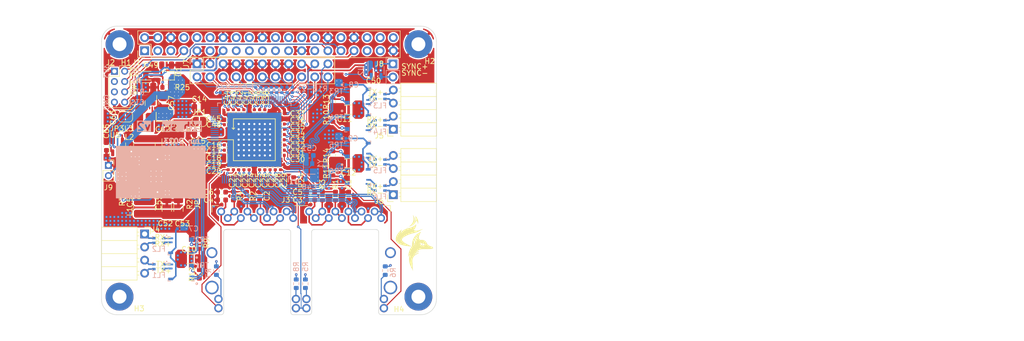
<source format=kicad_pcb>
(kicad_pcb (version 20221018) (generator pcbnew)
  (title_block (title "Formatter Ethernet Switch") (date "2022-10-15") (rev "2") (company "FOXSI-4 Sounding Rocket") (comment 1 "Contact: Thanasi Pantazides / panta013@umn.edu / +1 952 686 1930"))
  (layers (0 "F.Cu" signal) (1 "In1.Cu" signal) (2 "In2.Cu" signal) (31 "B.Cu" signal) (34 "B.Paste" user) (35 "F.Paste" user) (36 "B.SilkS" user "B.Silkscreen") (37 "F.SilkS" user "F.Silkscreen") (38 "B.Mask" user) (39 "F.Mask" user) (44 "Edge.Cuts" user))
  (net 0 "")
  (net 1 "GND")
  (net 2 "+5V")
  (net 3 "Net-(C1-Pad2)")
  (net 4 "Net-(C2-Pad2)")
  (net 5 "Net-(C3-Pad2)")
  (net 6 "Net-(C4-Pad2)")
  (net 7 "+1V2")
  (net 8 "Net-(C5-Pad2)")
  (net 9 "+2V5")
  (net 10 "GNDPWR")
  (net 11 "/phy/TX2_P")
  (net 12 "/phy/TX2_N")
  (net 13 "/phy/RX2_P")
  (net 14 "+3V3")
  (net 15 "/config/XI")
  (net 16 "/config/XO")
  (net 17 "/phy/RX2_N")
  (net 18 "/config/nRST_SWITCH")
  (net 19 "/power/1V2_PG")
  (net 20 "Net-(C6-Pad2)")
  (net 21 "/phy/TX1_P")
  (net 22 "/phy/TX1_N")
  (net 23 "/phy/RX1_P")
  (net 24 "/phy/RX1_N")
  (net 25 "/phy/TX4_P")
  (net 26 "/phy/TX4_N")
  (net 27 "/phy/RX4_P")
  (net 28 "/phy/RX4_N")
  (net 29 "Net-(C7-Pad2)")
  (net 30 "Net-(C8-Pad2)")
  (net 31 "Net-(C9-Pad2)")
  (net 32 "/power/2V5_PG")
  (net 33 "/power/1V2_EN")
  (net 34 "/power/2V5_EN")
  (net 35 "/power/3V3_PG")
  (net 36 "Net-(C10-Pad2)")
  (net 37 "/phy/RX5_N")
  (net 38 "/phy/RX5_P")
  (net 39 "/phy/TX5_N")
  (net 40 "/phy/TX5_P")
  (net 41 "/phy/RX3_N")
  (net 42 "/phy/RX3_P")
  (net 43 "/phy/TX3_N")
  (net 44 "/phy/TX3_P")
  (net 45 "Net-(U3-VBST1)")
  (net 46 "Net-(U3-SW1)")
  (net 47 "Net-(U3-VREG5)")
  (net 48 "Net-(U3-SW2)")
  (net 49 "Net-(U3-VBST2)")
  (net 50 "Net-(D2-K)")
  (net 60 "/config/IBA")
  (net 66 "/config/LED4_0")
  (net 67 "/config/LED4_1")
  (net 68 "/config/LED3_0")
  (net 69 "/config/LED3_1")
  (net 70 "/config/SYNC")
  (net 71 "/config/LED2_0")
  (net 72 "/config/LED2_1")
  (net 76 "/config/SPI.SDI")
  (net 77 "/config/SPI.SDO")
  (net 78 "/config/SPI.nCS3")
  (net 79 "/config/SPI.SCK")
  (net 80 "/config/LED5_0")
  (net 81 "/config/LED5_1")
  (net 82 "/config/LED1_0")
  (net 83 "/config/LED1_1")
  (net 84 "Net-(C11-Pad2)")
  (net 85 "Net-(C12-Pad2)")
  (net 86 "/phy/RTS0{slash}1")
  (net 90 "Net-(FL1-Pad1)")
  (net 91 "/phy/JRX5_P")
  (net 95 "Net-(J7-Pin_2)")
  (net 96 "Net-(J7-Pin_4)")
  (net 97 "Net-(J7-Pin_6)")
  (net 98 "Net-(J7-Pin_8)")
  (net 99 "Net-(J7-Pin_10)")
  (net 100 "Net-(J7-Pin_12)")
  (net 101 "Net-(J7-Pin_14)")
  (net 102 "Net-(FL2-Pad1)")
  (net 103 "Net-(FL4-Pad1)")
  (net 104 "Net-(FL6-Pad1)")
  (net 105 "/phy/JRX5_N")
  (net 106 "/phy/JTX5_P")
  (net 107 "/phy/JTX5_N")
  (net 108 "/phy/JRX1_P")
  (net 109 "Net-(J7-Pin_16)")
  (net 110 "Net-(J7-Pin_18)")
  (net 111 "Net-(U4-SW)")
  (net 112 "Net-(U1C-ISET)")
  (net 113 "Net-(U3-VFB1)")
  (net 114 "Net-(U3-VFB2)")
  (net 117 "/phy/JRX1_N")
  (net 118 "Net-(FL1-Pad4)")
  (net 119 "/phy/JTX1_P")
  (net 120 "/phy/JTX1_N")
  (net 121 "Net-(FL2-Pad4)")
  (net 122 "Net-(FL3-Pad1)")
  (net 123 "/phy/JRX4_P")
  (net 124 "/phy/JRX4_N")
  (net 125 "Net-(FL3-Pad4)")
  (net 126 "/phy/JTX4_P")
  (net 127 "/phy/JTX4_N")
  (net 133 "/phy/CTS0{slash}1")
  (net 134 "/config/SYNC+")
  (net 135 "/config/SYNC-")
  (net 136 "/phy/TIMEPIX_TX")
  (net 144 "Net-(J3-PadL1A)")
  (net 145 "Net-(FL5-Pad1)")
  (net 146 "Net-(FL5-Pad4)")
  (net 147 "Net-(FL6-Pad4)")
  (net 148 "Net-(J3-PadL1B)")
  (net 149 "Net-(FL4-Pad4)")
  (net 150 "Net-(J3-PadL3A)")
  (net 151 "Net-(J3-PadL3B)")
  (net 152 "Net-(J3-PadP7A)")
  (net 153 "Net-(J3-PadP7B)")
  (net 154 "Net-(J3-PadP10A)")
  (net 155 "Net-(J3-PadP10B)")
  (net 166 "Net-(R9-Pad1)")
  (net 167 "Net-(R10-Pad1)")
  (net 168 "/phy/TIMEPIX_RX")
  (net 169 "/phy/TIMEPIX_RTS")
  (net 170 "/phy/TIMEPIX_CTS")
  (net 171 "Net-(R14-Pad1)")
  (net 172 "Net-(R11-Pad1)")
  (net 173 "/phy/nCMD_INVALID")
  (net 174 "Net-(R12-Pad1)")
  (net 175 "Net-(R13-Pad1)")
  (net 176 "/phy/CMD_TX")
  (net 177 "/phy/CMD_RX")
  (net 178 "/phy/CMD_RX_RS232")
  (net 179 "Net-(JP2-A)")
  (net 180 "Net-(JP1-A)")
  (net 181 "Net-(JP3-A)")
  (footprint "Capacitor_SMD:C_0402_1005Metric" (layer "F.Cu") (at 94.488 87.884 -90)
    (fp_text reference "C24")
    (fp_text value "0.1µF")
  )
  (footprint "Capacitor_SMD:C_1206_3216Metric" (layer "F.Cu") (at 78.486 83.058 90)
    (fp_text reference "C62")
    (fp_text value "22µF")
  )
  (footprint "Capacitor_SMD:C_1206_3216Metric" (layer "F.Cu") (at 80.772 83.058 90)
    (fp_text reference "C64")
    (fp_text value "22µF")
  )
  (footprint "Resistor_SMD:R_1206_3216Metric" (layer "F.Cu") (at 74.422 72.39)
    (fp_text reference "SW1")
    (fp_text value "SW_Push")
  )
  (footprint "Resistor_SMD:R_0603_1608Metric" (layer "F.Cu") (at 84.836 108.649 90)
    (fp_text reference "R12")
    (fp_text value "75Ω")
  )
  (footprint "Resistor_SMD:R_0603_1608Metric" (layer "F.Cu") (at 110.744 78.232 90)
    (fp_text reference "R10")
    (fp_text value "75Ω")
  )
  (footprint "Capacitor_SMD:C_0402_1005Metric" (layer "F.Cu") (at 90.17 79.629 180)
    (fp_text reference "C46")
    (fp_text value "0.1µF")
  )
  (footprint "Package_DFN_QFN:Texas_S-PVQFN-N16_EP2.7x2.7mm" (layer "F.Cu") (at 76.454 89.662)
    (fp_text reference "U3")
    (fp_text value "TPS54294")
  )
  (footprint "Capacitor_SMD:C_0805_2012Metric" (layer "F.Cu") (at 84.836 76.327)
    (fp_text reference "C14")
    (fp_text value "10µF")
  )
  (footprint "Package_SON:WSON-8-1EP_2x2mm_P0.5mm_EP0.9x1.6mm" (layer "F.Cu") (at 75.438 75.438 -90)
    (fp_text reference "U4")
    (fp_text value "TPS62082")
  )
  (footprint "Capacitor_SMD:C_0805_2012Metric" (layer "F.Cu") (at 73.152 75.438 -90)
    (fp_text reference "C63")
    (fp_text value "22µF")
  )
  (footprint "Resistor_SMD:R_0603_1608Metric" (layer "F.Cu") (at 91.44 93.472 90)
    (fp_text reference "R4")
    (fp_text value "75Ω")
  )
  (footprint "Capacitor_SMD:C_0603_1608Metric" (layer "F.Cu") (at 113.792 93.472 -90)
    (fp_text reference "C1")
    (fp_text value "0.1µF")
  )
  (footprint "Capacitor_SMD:C_0402_1005Metric" (layer "F.Cu") (at 100.584 87.884 -90)
    (fp_text reference "C29")
    (fp_text value "0.1µF")
  )
  (footprint "Capacitor_SMD:C_0402_1005Metric" (layer "F.Cu") (at 92.456 77.216 90)
    (fp_text reference "C42")
    (fp_text value "0.1µF")
  )
  (footprint "Connector_PinSocket_2.54mm:PinSocket_1x04_P2.54mm_Horizontal_SolderCup" (layer "F.Cu") (at 122.471993 93.218 180)
    (fp_text reference "J6")
    (fp_text value "Conn_01x04")
  )
  (footprint "Capacitor_SMD:C_1206_3216Metric" (layer "F.Cu") (at 113.792 76.708 180)
    (fp_text reference "C11")
    (fp_text value "1000pF 2kV")
  )
  (footprint "Capacitor_SMD:C_1206_3216Metric" (layer "F.Cu") (at 113.792 87.122 180)
    (fp_text reference "C12")
    (fp_text value "1000pF 2kV")
  )
  (footprint "Resistor_SMD:R_0603_1608Metric" (layer "F.Cu") (at 103.124 90.678 -90)
    (fp_text reference "R24")
    (fp_text value "6.04kΩ 1%")
  )
  (footprint "Connector_PinHeader_2.00mm:PinHeader_2x04_P2.00mm_Vertical" (layer "F.Cu") (at 68.342002 69.258002)
    (fp_text reference "J2")
    (fp_text value "Conn_02x04_Odd_Even")
  )
  (footprint "Resistor_SMD:R_0603_1608Metric" (layer "F.Cu") (at 81.534 87.122 -90)
    (fp_text reference "R30")
    (fp_text value "50kΩ 1%")
  )
  (footprint "Capacitor_SMD:C_0402_1005Metric" (layer "F.Cu") (at 100.838 83.566)
    (fp_text reference "C32")
    (fp_text value "0.1µF")
  )
  (footprint "Capacitor_SMD:C_0402_1005Metric" (layer "F.Cu") (at 92.456 87.884 -90)
    (fp_text reference "C22")
    (fp_text value "0.1µF")
  )
  (footprint "Capacitor_SMD:C_0805_2012Metric" (layer "F.Cu") (at 78.486 68.072)
    (fp_text reference "C49")
    (fp_text value "10µF")
  )
  (footprint "Capacitor_SMD:C_1206_3216Metric" (layer "F.Cu") (at 80.772 95.758 -90)
    (fp_text reference "C53")
    (fp_text value "22µF")
  )
  (footprint "Capacitor_SMD:C_0402_1005Metric" (layer "F.Cu") (at 90.17 83.566 180)
    (fp_text reference "C16")
    (fp_text value "0.1µF")
  )
  (footprint "Capacitor_SMD:C_0402_1005Metric" (layer "F.Cu") (at 73.152 90.678 90)
    (fp_text reference "C61")
    (fp_text value "0.1µF")
  )
  (footprint "Capacitor_SMD:C_0402_1005Metric" (layer "F.Cu") (at 90.424 87.884 -90)
    (fp_text reference "C20")
    (fp_text value "0.1µF")
  )
  (footprint "Inductor_SMD:L_Wuerth_MAPI-3020" (layer "F.Cu") (at 74.168 79.248 180)
    (fp_text reference "L3")
    (fp_text value "1 µH")
  )
  (footprint "Capacitor_SMD:C_0402_1005Metric" (layer "F.Cu") (at 98.552 87.884 -90)
    (fp_text reference "C27")
    (fp_text value "0.1µF")
  )
  (footprint "Resistor_SMD:R_0603_1608Metric" (layer "F.Cu") (at 110.744 75.184 -90)
    (fp_text reference "R13")
    (fp_text value "75Ω")
  )
  (footprint "Resistor_SMD:R_0603_1608Metric" (layer "F.Cu") (at 80.01 91.694 90)
    (fp_text reference "R27")
    (fp_text value "22kΩ 1%")
  )
  (footprint "Capacitor_SMD:C_0402_1005Metric" (layer "F.Cu") (at 90.17 84.582 180)
    (fp_text reference "C17")
    (fp_text value "0.1µF")
  )
  (footprint "Capacitor_SMD:C_0402_1005Metric" (layer "F.Cu") (at 118.618 69.85 180)
    (fp_text reference "C50")
    (fp_text value "0.1µF")
  )
  (footprint "Capacitor_SMD:C_0402_1005Metric" (layer "F.Cu") (at 100.838 85.573997)
    (fp_text reference "C30")
    (fp_text value "0.1µF")
  )
  (footprint "Connector_PinSocket_2.00mm:PinSocket_1x02_P2.00mm_Vertical" (layer "F.Cu") (at 67.183 87.519)
    (fp_text reference "J9")
    (fp_text value "Conn_02x01")
  )
  (footprint "Resistor_SMD:R_0603_1608Metric" (layer "F.Cu") (at 80.01 87.122 90)
    (fp_text reference "R31")
    (fp_text value "22kΩ 1%")
  )
  (footprint "Capacitor_SMD:C_0402_1005Metric" (layer "F.Cu") (at 91.44 77.216 90)
    (fp_text reference "C43")
    (fp_text value "0.1µF")
  )
  (footprint "Capacitor_SMD:C_1206_3216Metric" (layer "F.Cu") (at 78.522 95.758 -90)
    (fp_text reference "C52")
    (fp_text value "22µF")
  )
  (footprint "Capacitor_SMD:C_0402_1005Metric" (layer "F.Cu") (at 93.472 87.884 -90)
    (fp_text reference "C23")
    (fp_text value "0.1µF")
  )
  (footprint "Capacitor_SMD:C_0402_1005Metric" (layer "F.Cu") (at 100.838 79.502)
    (fp_text reference "C36")
    (fp_text value "0.1µF")
  )
  (footprint "Inductor_SMD:L_Wuerth_MAPI-4030" (layer "F.Cu") (at 74.168 83.566 90)
    (fp_text reference "L2")
    (fp_text value "4.7 µH")
  )
  (footprint "Capacitor_SMD:C_0402_1005Metric" (layer "F.Cu") (at 100.838 81.534)
    (fp_text reference "C34")
    (fp_text value "0.1µF")
  )
  (footprint "Capacitor_SMD:C_0805_2012Metric" (layer "F.Cu") (at 84.836 81.28)
    (fp_text reference "C15")
    (fp_text value "22µF")
  )
  (footprint "LOGO" (layer "F.Cu") (at 121.105329 102.729956)
    (fp_text reference "G***" hide)
    (fp_text value "LOGO" hide)
  )
  (footprint "Capacitor_SMD:C_0402_1005Metric" (layer "F.Cu") (at 74.93 92.964)
    (fp_text reference "C55")
    (fp_text value "0.1µF")
  )
  (footprint "Resistor_SMD:R_0603_1608Metric" (layer "F.Cu") (at 81.534 91.694 -90)
    (fp_text reference "R26")
    (fp_text value "12.6kΩ 1%")
  )
  (footprint "Jumper:SolderJumper-2_P1.3mm_Open_RoundedPad1.0x1.5mm" (layer "F.Cu") (at 70.485 78.105 180)
    (fp_text reference "JP3")
    (fp_text value "SolderJumper_2_Open")
  )
  (footprint "Connector_PinSocket_2.54mm:PinSocket_2x11_P2.54mm_Vertical" (layer "F.Cu") (at 84.371993 67.818 90)
    (fp_text reference "J7")
    (fp_text value "Conn_02x11_Odd_Even")
  )
  (footprint "Resistor_SMD:R_0603_1608Metric" (layer "F.Cu") (at 108.712 93.472 90)
    (fp_text reference "R3")
    (fp_text value "75Ω")
  )
  (footprint "Capacitor_SMD:C_0402_1005Metric" (layer "F.Cu") (at 73.152 88.674 -90)
    (fp_text reference "C56")
    (fp_text value "0.1µF")
  )
  (footprint "Capacitor_SMD:C_0402_1005Metric" (layer "F.Cu") (at 96.52 77.216 90)
    (fp_text reference "C39")
    (fp_text value "0.1µF")
  )
  (footprint "Jumper:SolderJumper-2_P1.3mm_Open_RoundedPad1.0x1.5mm" (layer "F.Cu") (at 84.836 78.994)
    (fp_text reference "JP1")
    (fp_text value "SolderJumper_2_Open")
  )
  (footprint "Resistor_SMD:R_0603_1608Metric" (layer "F.Cu") (at 110.744 85.598 -90)
    (fp_text reference "R14")
    (fp_text value "75Ω")
  )
  (footprint "Capacitor_SMD:C_0805_2012Metric" (layer "F.Cu") (at 84.836 86.106)
    (fp_text reference "C13")
    (fp_text value "22µF")
  )
  (footprint "Diode_SMD:D_SOD-323" (layer "F.Cu") (at 78.486 70.104 180)
    (fp_text reference "D1")
    (fp_text value "1N4148")
  )
  (footprint "Capacitor_SMD:C_1206_3216Metric" (layer "F.Cu") (at 83.058 105.664)
    (fp_text reference "C10")
    (fp_text value "1000pF 2kV")
  )
  (footprint "Capacitor_SMD:C_0805_2012Metric" (layer "F.Cu") (at 71.628 88.138 -90)
    (fp_text reference "C54")
    (fp_text value "10µF")
  )
  (footprint "Resistor_SMD:R_0603_1608Metric" (layer "F.Cu") (at 69.85 88.138 90)
    (fp_text reference "R35" hide)
    (fp_text value "4.7kΩ")
  )
  (footprint "Capacitor_SMD:C_0402_1005Metric" (layer "F.Cu") (at 99.568 87.884 -90)
    (fp_text reference "C28")
    (fp_text value "0.1µF")
  )
  (footprint "Capacitor_SMD:C_0402_1005Metric" (layer "F.Cu") (at 90.424 77.216 90)
    (fp_text reference "C44")
    (fp_text value "0.1µF")
  )
  (footprint "Connector_PinSocket_2.54mm:PinSocket_1x04_P2.54mm_Horizontal_SolderCup" (layer "F.Cu") (at 74.211993 100.838)
    (fp_text reference "J4")
    (fp_text value "Conn_01x04")
  )
  (footprint "Capacitor_SMD:C_0402_1005Metric" (layer "F.Cu") (at 97.536 77.216 90)
    (fp_text reference "C38")
    (fp_text value "0.1µF")
  )
  (footprint "Capacitor_SMD:C_0402_1005Metric" (layer "F.Cu") (at 90.17 78.74 180)
    (fp_text reference "C45")
    (fp_text value "0.1µF")
  )
  (footprint "Capacitor_SMD:C_0402_1005Metric" (layer "F.Cu") (at 90.17 85.598 180)
    (fp_text reference "C18")
    (fp_text value "0.1µF")
  )
  (footprint "Capacitor_SMD:C_0805_2012Metric" (layer "F.Cu") (at 77.724 75.438 -90)
    (fp_text reference "C57")
    (fp_text value "10µF")
  )
  (footprint "Package_TO_SOT_SMD:SOT-23-5" (layer "F.Cu") (at 68.961 83.947 90)
    (fp_text reference "U5")
    (fp_text value "MAX3181E")
  )
  (footprint "Connector_PinHeader_2.54mm:PinHeader_2x20_P2.54mm_Vertical" (layer "F.Cu") (at 74.212 65.278 90)
    (fp_text reference "J1")
    (fp_text value "Conn_02x20_Odd_Even")
  )
  (footprint "Capacitor_SMD:C_0805_2012Metric" (layer "F.Cu") (at 71.628 91.186 90)
    (fp_text reference "C58")
    (fp_text value "10µF")
  )
  (footprint "Capacitor_SMD:C_0402_1005Metric" (layer "F.Cu") (at 97.536 87.884 -90)
    (fp_text reference "C26")
    (fp_text value "0.1µF")
  )
  (footprint "Capacitor_SMD:C_0603_1608Metric" (layer "F.Cu") (at 96.52 93.472 -90)
    (fp_text reference "C2")
    (fp_text value "0.1µF")
  )
  (footprint "Capacitor_SMD:C_0402_1005Metric" (layer "F.Cu") (at 90.17 86.614 180)
    (fp_text reference "C19")
    (fp_text value "0.1µF")
  )
  (footprint "Capacitor_SMD:C_0402_1005Metric" (layer "F.Cu") (at 100.838 84.582)
    (fp_text reference "C31")
    (fp_text value "0.1µF")
  )
  (footprint "Capacitor_SMD:C_0402_1005Metric" (layer "F.Cu") (at 95.504 77.216 90)
    (fp_text reference "C40")
    (fp_text value "0.1µF")
  )
  (footprint "Capacitor_SMD:C_0603_1608Metric" (layer "F.Cu") (at 106.426 92.71)
    (fp_text reference "C5")
    (fp_text value "0.1µF")
  )
  (footprint "Capacitor_SMD:C_0402_1005Metric" (layer "F.Cu") (at 91.44 87.884 -90)
    (fp_text reference "C21")
    (fp_text value "0.1µF")
  )
  (footprint "Capacitor_SMD:C_0603_1608Metric" (layer "F.Cu") (at 66.802 83.82 90)
    (fp_text reference "C65")
    (fp_text value "0.1µF")
  )
  (footprint "Resistor_SMD:R_0603_1608Metric" (layer "F.Cu") (at 93.98 93.472 90)
    (fp_text reference "R2")
    (fp_text value "75Ω")
  )
  (footprint "Connector_PinSocket_2.54mm:PinSocket_1x04_P2.54mm_Horizontal_SolderCup" (layer "F.Cu") (at 122.471993 80.518 180)
    (fp_text reference "J5")
    (fp_text value "Conn_01x04")
  )
  (footprint "Capacitor_SMD:C_0402_1005Metric" (layer "F.Cu") (at 100.838 80.518)
    (fp_text reference "C35")
    (fp_text value "0.1µF")
  )
  (footprint "Capacitor_SMD:C_0402_1005Metric" (layer "F.Cu") (at 93.472 77.216 90)
    (fp_text reference "C41")
    (fp_text value "0.1µF")
  )
  (footprint "MountingHole:MountingHole_2.7mm_Pad" (layer "F.Cu") (at 69.342 64.008)
    (fp_text reference "H1")
    (fp_text value "MountingHole_Pad")
  )
  (footprint "Resistor_SMD:R_0603_1608Metric" (layer "F.Cu") (at 78.486 72.39)
    (fp_text reference "R25")
    (fp_text value "10kΩ")
  )
  (footprint "Resistor_SMD:R_0603_1608Metric" (layer "F.Cu") (at 111.252 93.472 90)
    (fp_text reference "R1")
    (fp_text value "75Ω")
  )
  (footprint "Resistor_SMD:R_0603_1608Metric" (layer "F.Cu") (at 84.836 102.87 -90)
    (fp_text reference "R9")
    (fp_text value "75Ω")
  )
  (footprint "Inductor_SMD:L_Wuerth_MAPI-4030" (layer "F.Cu") (at 74.168 95.758 90)
    (fp_text reference "L1")
    (fp_text value "4.7 µH")
  )
  (footprint "MountingHole:MountingHole_2.7mm_Pad" (layer "F.Cu") (at 127.342 64.008)
    (fp_text reference "H2")
    (fp_text value "MountingHole_Pad")
  )
  (footprint "Jumper:SolderJumper-2_P1.3mm_Open_RoundedPad1.0x1.5mm" (layer "F.Cu") (at 83.82 91.694 90)
    (fp_text reference "JP2")
    (fp_text value "SolderJumper_2_Open")
  )
  (footprint "Capacitor_SMD:C_0402_1005Metric" (layer "F.Cu") (at 100.810009 82.55)
    (fp_text reference "C33")
    (fp_text value "0.1µF")
  )
  (footprint "Capacitor_SMD:C_0402_1005Metric" (layer "F.Cu") (at 100.838 77.47)
    (fp_text reference "C37")
    (fp_text value "0.1µF")
  )
  (footprint "Capacitor_SMD:C_0402_1005Metric" (layer "F.Cu") (at 74.93 86.36 180)
    (fp_text reference "C60")
    (fp_text value "0.1µF")
  )
  (footprint "Connector_RJ:RJ45_Amphenol_RJMG212S21130ER-02" (layer "F.Cu") (at 104.592 97.758)
    (fp_text reference "J3")
    (fp_text value "RJ45_Amphenol_RJMG212S21130ER")
  )
  (footprint "MountingHole:MountingHole_2.7mm_Pad" (layer "F.Cu") (at 69.342 113.008)
    (fp_text reference "H3")
    (fp_text value "MountingHole_Pad")
  )
  (footprint "Resistor_SMD:R_0603_1608Metric" (layer "F.Cu") (at 110.744 88.646 90)
    (fp_text reference "R11")
    (fp_text value "75Ω")
  )
  (footprint "MountingHole:MountingHole_2.7mm_Pad" (layer "F.Cu") (at 127.342 113.008)
    (fp_text reference "H4")
    (fp_text value "MountingHole_Pad")
  )
  (footprint "Capacitor_SMD:C_0402_1005Metric" (layer "F.Cu") (at 96.52 87.884 -90)
    (fp_text reference "C25")
    (fp_text value "0.1µF")
  )
  (footprint "Capacitor_SMD:C_0603_1608Metric" (layer "F.Cu") (at 89.154 92.71)
    (fp_text reference "C6")
    (fp_text value "0.1µF")
  )
  (footprint "Diode_SMD:D_SOD-323" (layer "F.Cu") (at 74.422 70.104)
    (fp_text reference "D2")
    (fp_text value "1N4148")
  )
  (footprint "Capacitor_SMD:C_0603_1608Metric" (layer "F.Cu") (at 89.154 94.234)
    (fp_text reference "C4")
    (fp_text value "0.1µF")
  )
  (footprint "Capacitor_SMD:C_0603_1608Metric" (layer "F.Cu") (at 106.426 94.234)
    (fp_text reference "C3")
    (fp_text value "0.1µF")
  )
  (footprint "Resistor_SMD:R_0603_1608Metric" (layer "F.Cu") (at 69.85 91.186 -90)
    (fp_text reference "R34")
    (fp_text value "4.7kΩ")
  )
  (footprint "Capacitor_SMD:C_0603_1608Metric" (layer "F.Cu") (at 80.772 89.408)
    (fp_text reference "C59")
    (fp_text value "1µF")
  )
  (footprint "Filter:Filter_Bourns_SRF2012A-801Y" (layer "B.Cu") (at 76.962 107.188 180)
    (fp_text reference "FL1")
    (fp_text value "Choke")
  )
  (footprint "Transformer_SMD:Bourns_SM453229-381N7Y" (layer "B.Cu") (at 115.57 84.582)
    (fp_text reference "TR5")
    (fp_text value "Bourns_SM453229-381N7Y")
  )
  (footprint "Capacitor_SMD:C_0402_1005Metric" (layer "B.Cu") (at 81.026 99.822 180)
    (fp_text reference "C7")
    (fp_text value "0.1µF")
  )
  (footprint "Resistor_SMD:R_0402_1005Metric" (layer "B.Cu") (at 98.806 72.898 -90)
    (fp_text reference "R18" hide)
    (fp_text value "1kΩ")
  )
  (footprint "Resistor_SMD:R_0402_1005Metric" (layer "B.Cu") (at 99.822 72.898 -90)
    (fp_text reference "R19" hide)
    (fp_text value "1kΩ")
  )
  (footprint "Capacitor_SMD:C_0402_1005Metric" (layer "B.Cu") (at 92.71 73.406 180)
    (fp_text reference "C47")
    (fp_text value "0.1µF")
  )
  (footprint "Filter:Filter_Bourns_SRF2012A-801Y" (layer "B.Cu") (at 119.888 79.248)
    (fp_text reference "FL4")
    (fp_text value "Choke")
  )
  (footprint "Transformer_SMD:Bourns_SM453229-381N7Y" (layer "B.Cu") (at 115.57 74.168)
    (fp_text reference "TR3")
    (fp_text value "Bourns_SM453229-381N7Y")
  )
  (footprint "Resistor_SMD:R_0402_1005Metric" (layer "B.Cu") (at 89.408 73.406)
    (fp_text reference "R23")
    (fp_text value "4.7kΩ")
  )
  (footprint "Resistor_SMD:R_0603_1608Metric" (layer "B.Cu") (at 103.632 110.49 90)
    (fp_text reference "R8")
    (fp_text value "250Ω")
  )
  (footprint "Package_QFP:TQFP-128-1EP_14x14mm_P0.4mm" (layer "B.Cu") (at 95.504 82.55 90)
    (fp_text reference "U1")
    (fp_text value "KSZ8567S")
  )
  (footprint "Resistor_SMD:R_0603_1608Metric" (layer "B.Cu") (at 88.138 107.95 90)
    (fp_text reference "R7")
    (fp_text value "250Ω")
  )
  (footprint "Resistor_SMD:R_0402_1005Metric" (layer "B.Cu") (at 97.79 72.898 -90)
    (fp_text reference "R17" hide)
    (fp_text value "1kΩ")
  )
  (footprint "Capacitor_SMD:C_0402_1005Metric" (layer "B.Cu") (at 112.776 82.296)
    (fp_text reference "C9")
    (fp_text value "0.1µF")
  )
  (footprint "Connector_PinSocket_2.54mm:PinSocket_1x02_P2.54mm_Vertical" (layer "B.Cu") (at 122.403006 67.83799 180)
    (fp_text reference "J8")
    (fp_text value "Conn_01x02")
  )
  (footprint "Filter:Filter_Bourns_SRF2012A-801Y" (layer "B.Cu") (at 76.962 102.108 180)
    (fp_text reference "FL2")
    (fp_text value "Choke")
  )
  (footprint "Capacitor_SMD:C_0603_1608Metric" (layer "B.Cu") (at 106.172 90.17 180)
    (fp_text reference "C48")
    (fp_text value "33pF 5%")
  )
  (footprint "Crystal:Crystal_SMD_2016-4Pin_2.0x1.6mm" (layer "B.Cu") (at 106.172 87.884 90)
    (fp_text reference "Y1")
    (fp_text value "25 MHz")
  )
  (footprint "Filter:Filter_Bourns_SRF2012A-801Y" (layer "B.Cu") (at 119.888 86.868)
    (fp_text reference "FL5")
    (fp_text value "Choke")
  )
  (footprint "Resistor_SMD:R_0402_1005Metric" (layer "B.Cu") (at 96.774 72.898 -90)
    (fp_text reference "R16" hide)
    (fp_text value "1kΩ")
  )
  (footprint "Transformer_SMD:Bourns_SM453229-381N7Y" (layer "B.Cu") (at 115.57 89.662)
    (fp_text reference "TR6")
    (fp_text value "Bourns_SM453229-381N7Y")
  )
  (footprint "Resistor_SMD:R_0402_1005Metric" (layer "B.Cu") (at 100.838 72.898 -90)
    (fp_text reference "R20" hide)
    (fp_text value "1kΩ")
  )
  (footprint "Transformer_SMD:Bourns_SM453229-381N7Y" (layer "B.Cu") (at 81.28 108.204 180)
    (fp_text reference "TR1")
    (fp_text value "Bourns_SM453229-381N7Y")
  )
  (footprint "Resistor_SMD:R_0402_1005Metric" (layer "B.Cu") (at 95.758 72.898 -90)
    (fp_text reference "R15" hide)
    (fp_text value "1kΩ")
  )
  (footprint "Capacitor_SMD:C_0402_1005Metric" (layer "B.Cu") (at 112.776 71.882)
    (fp_text reference "C8")
    (fp_text value "0.1µF")
  )
  (footprint "Resistor_SMD:R_0402_1005Metric" (layer "B.Cu") (at 101.854 72.898 -90)
    (fp_text reference "R21" hide)
    (fp_text value "1kΩ")
  )
  (footprint "Filter:Filter_Bourns_SRF2012A-801Y" (layer "B.Cu") (at 119.888 74.168)
    (fp_text reference "FL3")
    (fp_text value "Choke")
  )
  (footprint "Resistor_SMD:R_0603_1608Metric" (layer "B.Cu") (at 120.904 107.95 90)
    (fp_text reference "R6")
    (fp_text value "250Ω")
  )
  (footprint "Resistor_SMD:R_0402_1005Metric" (layer "B.Cu") (at 102.87 72.898 -90)
    (fp_text reference "R22" hide)
    (fp_text value "1kΩ")
  )
  (footprint "Capacitor_SMD:C_0603_1608Metric" (layer "B.Cu") (at 106.172 85.598)
    (fp_text reference "C51")
    (fp_text value "33pF 5%")
  )
  (footprint "Filter:Filter_Bourns_SRF2012A-801Y" (layer "B.Cu") (at 119.888 91.948)
    (fp_text reference "FL6")
    (fp_text value "Choke")
  )
  (footprint "Transformer_SMD:Bourns_SM453229-381N7Y" (layer "B.Cu") (at 115.57 79.248)
    (fp_text reference "TR4")
    (fp_text value "Bourns_SM453229-381N7Y")
  )
  (footprint "Transformer_SMD:Bourns_SM453229-381N7Y" (layer "B.Cu") (at 81.28 103.124 180)
    (fp_text reference "TR2")
    (fp_text value "Bourns_SM453229-381N7Y")
  )
  (footprint "Package_TO_SOT_SMD:SOT-23-5" (layer "B.Cu") (at 119.126 69.088 -90)
    (fp_text reference "U2")
    (fp_text value "DS90LT012AQMFE/NOPB")
  )
  (footprint "Resistor_SMD:R_0603_1608Metric" (layer "B.Cu") (at 105.41 110.49 90)
    (fp_text reference "R5")
    (fp_text value "250Ω")
  )
  (gr_line (start 95.123 71.755) (end 109.474 71.755) (stroke (width 0.15)) (layer "B.SilkS"))
  (gr_line (start 95.123 73.66) (end 95.123 71.755) (stroke (width 0.15)) (layer "B.SilkS"))
  (gr_rect (start 68.707 83.82) (end 85.979 93.853) (stroke (width 0.15)) (fill solid) (layer "B.SilkS"))
  (gr_line (start 91.44 78.486) (end 91.44 80.518) (stroke (width 0.15)) (layer "F.SilkS"))
  (gr_line (start 79.248 88.646) (end 78.74 88.138) (stroke (width 0.15)) (layer "F.SilkS"))
  (gr_line (start 99.568 86.614) (end 99.568 78.486) (stroke (width 0.15)) (layer "F.SilkS"))
  (gr_line (start 71.628 76.708) (end 68.961 76.708) (stroke (width 0.15)) (layer "F.SilkS"))
  (gr_line (start 82.296 88.646) (end 79.248 88.646) (stroke (width 0.15)) (layer "F.SilkS"))
  (gr_line (start 91.44 80.518) (end 91.694 80.264) (stroke (width 0.15)) (layer "F.SilkS"))
  (gr_line (start 82.296 87.63) (end 82.296 88.646) (stroke (width 0.15)) (layer "F.SilkS"))
  (gr_line (start 78.232 78.994) (end 76.454 78.994) (stroke (width 0.15)) (layer "F.SilkS"))
  (gr_line (start 91.44 86.614) (end 99.568 86.614) (stroke (width 0.15)) (layer "F.SilkS"))
  (gr_line (start 91.44 80.518) (end 91.186 80.264) (stroke (width 0.15)) (layer "F.SilkS"))
  (gr_line (start 76.454 78.994) (end 76.454 77.216) (stroke (width 0.15)) (layer "F.SilkS"))
  (gr_line (start 99.568 78.486) (end 91.44 78.486) (stroke (width 0.15)) (layer "F.SilkS"))
  (gr_line (start 71.628 76.708) (end 72.39 75.946) (stroke (width 0.15)) (layer "F.SilkS"))
  (gr_line (start 91.44 82.55) (end 91.44 86.614) (stroke (width 0.15)) (layer "F.SilkS"))
  (gr_line (start 86.36 82.55) (end 91.44 82.55) (stroke (width 0.15)) (layer "F.SilkS"))
  (gr_arc locked (start 106.622 116.008) (mid 106.475553 116.361553) (end 106.122 116.508) (stroke (width 0.1)) (layer "Edge.Cuts"))
  (gr_arc locked (start 65.842 63.508) (mid 66.72068 61.38668) (end 68.842 60.508) (stroke (width 0.1)) (layer "Edge.Cuts"))
  (gr_arc locked (start 119.127 99.968) (mid 119.480553 100.114447) (end 119.627 100.468) (stroke (width 0.1)) (layer "Edge.Cuts"))
  (gr_arc locked (start 102.062 99.968) (mid 102.415553 100.114447) (end 102.562 100.468) (stroke (width 0.1)) (layer "Edge.Cuts"))
  (gr_line locked (start 102.562 100.468) (end 102.562 116.008) (stroke (width 0.1)) (layer "Edge.Cuts"))
  (gr_line locked (start 119.627 100.468) (end 119.627 116.008) (stroke (width 0.1)) (layer "Edge.Cuts"))
  (gr_arc locked (start 130.842 113.508) (mid 129.96332 115.62932) (end 127.842 116.508) (stroke (width 0.1)) (layer "Edge.Cuts"))
  (gr_arc locked (start 106.622 100.468) (mid 106.768447 100.114447) (end 107.122 99.968) (stroke (width 0.1)) (layer "Edge.Cuts"))
  (gr_line locked (start 127.842 116.508) (end 120.127 116.508) (stroke (width 0.1)) (layer "Edge.Cuts"))
  (gr_arc locked (start 68.842 116.508) (mid 66.72068 115.62932) (end 65.842 113.508) (stroke (width 0.1)) (layer "Edge.Cuts"))
  (gr_line locked (start 130.842 63.508) (end 130.842 113.508) (stroke (width 0.1)) (layer "Edge.Cuts"))
  (gr_line locked (start 68.842 116.508) (end 89.057 116.508) (stroke (width 0.1)) (layer "Edge.Cuts"))
  (gr_line locked (start 107.122 99.968) (end 119.127 99.968) (stroke (width 0.1)) (layer "Edge.Cuts"))
  (gr_line locked (start 68.842 60.508) (end 127.842 60.508) (stroke (width 0.1)) (layer "Edge.Cuts"))
  (gr_line locked (start 89.557 116.008) (end 89.557 100.468) (stroke (width 0.1)) (layer "Edge.Cuts"))
  (gr_line locked (start 65.842 63.508) (end 65.842 113.508) (stroke (width 0.1)) (layer "Edge.Cuts"))
  (gr_arc locked (start 89.557 100.468) (mid 89.703447 100.114447) (end 90.057 99.968) (stroke (width 0.1)) (layer "Edge.Cuts"))
  (gr_arc locked (start 103.062 116.508) (mid 102.708447 116.361553) (end 102.562 116.008) (stroke (width 0.1)) (layer "Edge.Cuts"))
  (gr_line locked (start 90.057 99.968) (end 102.062 99.968) (stroke (width 0.1)) (layer "Edge.Cuts"))
  (gr_arc locked (start 127.842 60.508) (mid 129.96332 61.38668) (end 130.842 63.508) (stroke (width 0.1)) (layer "Edge.Cuts"))
  (gr_arc locked (start 120.127 116.508) (mid 119.773447 116.361553) (end 119.627 116.008) (stroke (width 0.1)) (layer "Edge.Cuts"))
  (gr_arc locked (start 89.557 116.008) (mid 89.410553 116.361553) (end 89.057 116.508) (stroke (width 0.1)) (layer "Edge.Cuts"))
  (gr_line locked (start 103.062 116.508) (end 106.122 116.508) (stroke (width 0.1)) (layer "Edge.Cuts"))
  (gr_line locked (start 106.622 116.008) (end 106.622 100.468) (stroke (width 0.1)) (layer "Edge.Cuts"))
  (gr_text "Jun 2023" (at 85.344 83.439) (layer "B.SilkS") (effects (font (size 1.016 1.016) (thickness 0.254) bold) (justify left bottom mirror)))
  (gr_text "eth sw" (at 85.471 80.899) (layer "B.SilkS" knockout) (effects (font (size 1.524 1.524) (thickness 0.3048) bold) (justify left bottom mirror)))
  (gr_text "TX" (at 71.501 69.215) (layer "B.SilkS") (effects (font (size 1.016 1.016) (thickness 0.1524)) (justify right mirror)))
  (gr_text "RX" (at 71.501 71.247) (layer "B.SilkS") (effects (font (size 1.016 1.016) (thickness 0.1524)) (justify right mirror)))
  (gr_text "R15-22" (at 106.68 72.644) (layer "B.SilkS") (effects (font (size 1.016 1.016) (thickness 0.1524)) (justify mirror)))
  (gr_text "v2" (at 75.565 80.899) (layer "B.SilkS" knockout) (effects (font (size 1.524 1.524) (thickness 0.3048) bold) (justify left bottom mirror)))
  (gr_text "GND" (at 66.802 75.311 90) (layer "B.SilkS") (effects (font (size 1.016 1.016) (thickness 0.1524)) (justify mirror)))
  (gr_text "CTS" (at 71.374 75.311) (layer "B.SilkS") (effects (font (size 1.016 1.016) (thickness 0.1524)) (justify right mirror)))
  (gr_text "RTS" (at 71.374 73.279) (layer "B.SilkS") (effects (font (size 1.016 1.016) (thickness 0.1524)) (justify right mirror)))
  (gr_text "3V3" (at 66.802 69.215 90) (layer "B.SilkS") (effects (font (size 1.016 1.016) (thickness 0.1524)) (justify mirror)))
  (gr_text "TX+" (at 120.65 86.233) (layer "F.SilkS") (effects (font (size 1.016 1.016) (thickness 0.1524)) (justify right)))
  (gr_text "SYNC+" (at 123.952 68.326) (layer "F.SilkS") (effects (font (size 1.016 1.016) (thickness 0.1524)) (justify left)))
  (gr_text "RX-" (at 120.65 79.883) (layer "F.SilkS") (effects (font (size 1.016 1.016) (thickness 0.1524)) (justify right)))
  (gr_text "TX+" (at 76.327 107.95) (layer "F.SilkS") (effects (font (size 1.016 1.016) (thickness 0.1524)) (justify left)))
  (gr_text "RX-" (at 76.073 101.473) (layer "F.SilkS") (effects (font (size 1.016 1.016) (thickness 0.1524)) (justify left)))
  (gr_text "SYNC-" (at 123.952 69.596) (layer "F.SilkS") (effects (font (size 1.016 1.016) (thickness 0.1524)) (justify left)))
  (gr_text "RX-" (at 120.65 92.837) (layer "F.SilkS") (effects (font (size 1.016 1.016) (thickness 0.1524)) (justify right)))
  (gr_text "RX+" (at 76.073 102.743) (layer "F.SilkS") (effects (font (size 1.016 1.016) (thickness 0.1524)) (justify left)))
  (gr_text "TX-" (at 120.65 87.503) (layer "F.SilkS") (effects (font (size 1.016 1.016) (thickness 0.1524)) (justify right)))
  (gr_text "TX+" (at 120.65 73.279) (layer "F.SilkS") (effects (font (size 1.016 1.016) (thickness 0.1524)) (justify right)))
  (gr_text "TX-" (at 76.327 106.68) (layer "F.SilkS") (effects (font (size 1.016 1.016) (thickness 0.1524)) (justify left)))
  (gr_text "RX+" (at 120.65 91.567) (layer "F.SilkS") (effects (font (size 1.016 1.016) (thickness 0.1524)) (justify right)))
  (gr_text "TX-" (at 120.65 74.549) (layer "F.SilkS") (effects (font (size 1.016 1.016) (thickness 0.1524)) (justify right)))
  (gr_text "RX+" (at 120.65 78.613) (layer "F.SilkS") (effects (font (size 1.016 1.016) (thickness 0.1524)) (justify right)))
  (segment (start 119.126 69.822) (end 119.098 69.85) (width 0.3048) (layer "F.Cu") (net 1))
  (segment (start 119.126 69.088) (end 119.126 69.822) (width 0.3048) (layer "F.Cu") (net 1))
  (via (at 78.994 92.456) (size 0.508) (drill 0.1524) (layers "F.Cu" "B.Cu") (net 1))
  (via (at 67.056 78.232) (size 0.508) (drill 0.1524) (layers "F.Cu" "B.Cu") (net 1))
  (via (at 70.612 96.774) (size 0.508) (drill 0.1524) (layers "F.Cu" "B.Cu") (net 1))
  (via (at 69.85 98.298) (size 0.508) (drill 0.1524) (layers "F.Cu" "B.Cu") (net 1))
  (via (at 75.946 98.298) (size 0.508) (drill 0.1524) (layers "F.Cu" "B.Cu") (net 1))
  (via (at 107.696 77.47) (size 0.508) (drill 0.1524) (layers "F.Cu" "B.Cu") (net 1))
  (via (at 85.344 83.566) (size 0.508) (drill 0.1524) (layers "F.Cu" "B.Cu") (net 1))
  (via (at 112.268 81.534) (size 0.508) (drill 0.1524) (layers "F.Cu" "B.Cu") (net 1))
  (via (at 68.326 98.298) (size 0.508) (drill 0.1524) (layers "F.Cu" "B.Cu") (net 1))
  (via (at 109.982 83.058) (size 0.508) (drill 0.1524) (layers "F.Cu" "B.Cu") (net 1))
  (via (at 78.232 86.36) (size 0.508) (drill 0.1524) (layers "F.Cu" "B.Cu") (net 1))
  (via (at 112.522 91.948) (size 0.508) (drill 0.1524) (layers "F.Cu" "B.Cu") (net 1))
  (via (at 78.994 93.218) (size 0.508) (drill 0.1524) (layers "F.Cu" "B.Cu") (net 1))
  (via (at 117.602 95.885) (size 0.508) (drill 0.1524) (layers "F.Cu" "B.Cu") (net 1))
  (via (at 109.982 81.534) (size 0.508) (drill 0.1524) (layers "F.Cu" "B.Cu") (net 1))
  (via (at 67.818 78.232) (size 0.508) (drill 0.1524) (layers "F.Cu" "B.Cu") (net 1))
  (via (at 92.456 80.518) (size 0.762) (drill 0.4064) (layers "F.Cu" "B.Cu") (net 1))
  (via (at 73.152 92.71) (size 0.508) (drill 0.1524) (layers "F.Cu" "B.Cu") (net 1))
  (via (at 85.344 82.804) (size 0.508) (drill 0.1524) (layers "F.Cu" "B.Cu") (net 1))
  (via (at 73.152 85.852) (size 0.508) (drill 0.1524) (layers "F.Cu" "B.Cu") (net 1))
  (via (at 108.458 73.279) (size 0.508) (drill 0.1524) (layers "F.Cu" "B.Cu") (net 1))
  (via (at 94.488 82.55) (size 0.762) (drill 0.4064) (layers "F.Cu" "B.Cu") (net 1))
  (via (at 97.536 82.55) (size 0.762) (drill 0.4064) (layers "F.Cu" "B.Cu") (net 1))
  (via (at 97.536 80.518) (size 0.762) (drill 0.4064) (layers "F.Cu" "B.Cu") (net 1))
  (via (at 72.39 85.852) (size 0.508) (drill 0.1524) (layers "F.Cu" "B.Cu") (net 1))
  (via (at 66.675 86.106) (size 0.508) (drill 0.1524) (layers "F.Cu" "B.Cu") (net 1))
  (via (at 77.47 88.646) (size 0.508) (drill 0.1524) (layers "F.Cu" "B.Cu") (net 1))
  (via (at 86.106 83.566) (size 0.508) (drill 0.1524) (layers "F.Cu" "B.Cu") (net 1))
  (via (at 86.106 84.328) (size 0.508) (drill 0.1524) (layers "F.Cu" "B.Cu") (net 1))
  (via (at 84.582 82.804) (size 0.508) (drill 0.1524) (layers "F.Cu" "B.Cu") (net 1))
  (via (at 75.438 90.678) (size 0.508) (drill 0.1524) (layers "F.Cu" "B.Cu") (net 1))
  (via (at 94.488 80.518) (size 0.762) (drill 0.4064) (layers "F.Cu" "B.Cu") (net 1))
  (via (at 74.422 73.152) (size 0.508) (drill 0.1524) (layers "F.Cu" "B.Cu") (net 1))
  (via (at 95.504 83.566) (size 0.762) (drill 0.4064) (layers "F.Cu" "B.Cu") (net 1))
  (via (at 92.456 84.582) (size 0.762) (drill 0.4064) (layers "F.Cu" "B.Cu") (net 1))
  (via (at 67.436999 86.106) (size 0.508) (drill 0.1524) (layers "F.Cu" "B.Cu") (net 1))
  (via (at 80.772 77.343) (size 0.508) (drill 0.1524) (layers "F.Cu" "B.Cu") (net 1))
  (via (at 66.802 97.536) (size 0.508) (drill 0.1524) (layers "F.Cu" "B.Cu") (net 1))
  (via (at 95.504 80.518) (size 0.762) (drill 0.4064) (layers "F.Cu" "B.Cu") (net 1))
  (via (at 82.296 75.819) (size 0.508) (drill 0.1524) (layers "F.Cu" "B.Cu") (net 1))
  (via (at 94.488 84.582) (size 0.762) (drill 0.4064) (layers "F.Cu" "B.Cu") (net 1))
  (via (at 111.506 71.12) (size 0.508) (drill 0.1524) (layers "F.Cu" "B.Cu") (net 1))
  (via (at 104.521 84.709) (size 0.508) (drill 0.1524) (layers "F.Cu" "B.Cu") (net 1))
  (via (at 67.818 78.994) (size 0.508) (drill 0.1524) (layers "F.Cu" "B.Cu") (net 1))
  (via (at 93.472 79.502) (size 0.762) (drill 0.4064) (layers "F.Cu" "B.Cu") (net 1))
  (via (at 93.472 83.566) (size 0.762) (drill 0.4064) (layers "F.Cu" "B.Cu") (net 1))
  (via (at 72.136 99.06) (size 0.508) (drill 0.1524) (layers "F.Cu" "B.Cu") (net 1))
  (via (at 93.472 84.582) (size 0.762) (drill 0.4064) (layers "F.Cu" "B.Cu") (net 1))
  (via (at 78.232 85.598) (size 0.508) (drill 0.1524) (layers "F.Cu" "B.Cu") (net 1))
  (via (at 108.458 77.47) (size 0.508) (drill 0.1524) (layers "F.Cu" "B.Cu") (net 1))
  (via (at 81.534 75.057) (size 0.508) (drill 0.1524) (layers "F.Cu" "B.Cu") (net 1))
  (via (at 67.056 77.47) (size 0.508) (drill 0.1524) (layers "F.Cu" "B.Cu") (net 1))
  (via (at 96.52 79.502) (size 0.762) (drill 0.4064) (layers "F.Cu" "B.Cu") (net 1))
  (via (at 80.01 75.819) (size 0.508) (drill 0.1524) (layers "F.Cu" "B.Cu") (net 1))
  (via (at 104.521 86.995) (size 0.508) (drill 0.1524) (layers "F.Cu" "B.Cu") (net 1))
  (via (at 80.01 75.057) (size 0.508) (drill 0.1524) (layers "F.Cu" "B.Cu") (net 1))
  (via (at 69.85 97.536) (size 0.508) (drill 0.1524) (layers "F.Cu" "B.Cu") (net 1))
  (via (at 82.296 76.581) (size 0.508) (drill 0.1524) (layers "F.Cu" "B.Cu") (net 1))
  (via (at 111.506 71.882) (size 0.508) (drill 0.1524) (layers "F.Cu" "B.Cu") (net 1))
  (via (at 74.422 71.628) (size 0.508) (drill 0.1524) (layers "F.Cu" "B.Cu") (net 1))
  (via (at 98.552 83.566) (size 0.762) (drill 0.4064) (layers "F.Cu" "B.Cu") (net 1))
  (via (at 96.52 84.582) (size 0.762) (drill 0.4064) (layers "F.Cu" "B.Cu") (net 1))
  (via (at 73.152 93.472) (size 0.508) (drill 0.1524) (layers "F.Cu" "B.Cu") (net 1))
  (via (at 81.534 77.343) (size 0.508) (drill 0.1524) (layers "F.Cu" "B.Cu") (net 1))
  (via (at 96.52 83.566) (size 0.762) (drill 0.4064) (layers "F.Cu" "B.Cu") (net 1))
  (via (at 81.534 99.06) (size 0.508) (drill 0.1524) (layers "F.Cu" "B.Cu") (net 1))
  (via (at 69.85 96.774) (size 0.508) (drill 0.1524) (layers "F.Cu" "B.Cu") (net 1))
  (via (at 98.552 79.502) (size 0.762) (drill 0.4064) (layers "F.Cu" "B.Cu") (net 1))
  (via (at 94.615 73.533) (size 0.508) (drill 0.1524) (layers "F.Cu" "B.Cu") (net 1))
  (via (at 74.422 70.866) (size 0.508) (drill 0.1524) (layers "F.Cu" "B.Cu") (net 1))
  (via (at 69.85 99.06) (size 0.508) (drill 0.1524) (layers "F.Cu" "B.Cu") (net 1))
  (via (at 107.823 88.265) (size 0.508) (drill 0.1524) (layers "F.Cu" "B.Cu") (net 1))
  (via (at 71.628 85.852) (size 0.508) (drill 0.1524) (layers "F.Cu" "B.Cu") (net 1))
  (via (at 81.534 78.105) (size 0.508) (drill 0.1524) (layers "F.Cu" "B.Cu") (net 1))
  (via (at 109.982 82.296) (size 0.508) (drill 0.1524) (layers "F.Cu" "B.Cu") (net 1))
  (via (at 75.946 99.06) (size 0.508) (drill 0.1524) (layers "F.Cu" "B.Cu") (net 1))
  (via (at 78.994 99.06) (size 0.508) (drill 0.1524) (layers "F.Cu" "B.Cu") (net 1))
  (via (at 83.058 75.819) (size 0.508) (drill 0.1524) (layers "F.Cu" "B.Cu") (net 1))
  (via (at 80.772 78.105) (size 0.508) (drill 0.1524) (layers "F.Cu" "B.Cu") (net 1))
  (via (at 96.52 81.534) (size 0.762) (drill 0.4064) (layers "F.Cu" "B.Cu") (net 1))
  (via (at 68.326 97.536) (size 0.508) (drill 0.1524) (layers "F.Cu" "B.Cu") (net 1))
  (via (at 80.772 76.581) (size 0.508) (drill 0.1524) (layers "F.Cu" "B.Cu") (net 1))
  (via (at 108.458 75.819) (size 0.508) (drill 0.1524) (layers "F.Cu" "B.Cu") (net 1))
  (via (at 68.326 99.06) (size 0.508) (drill 0.1524) (layers "F.Cu" "B.Cu") (net 1))
  (via (at 119.126 69.088) (size 0.6604) (drill 0.3048) (layers "F.Cu" "B.Cu") (net 1))
  (via (at 106.934 77.47) (size 0.508) (drill 0.1524) (layers "F.Cu" "B.Cu") (net 1))
  (via (at 96.52 80.518) (size 0.762) (drill 0.4064) (layers "F.Cu" "B.Cu") (net 1))
  (via (at 67.564 98.298) (size 0.508) (drill 0.1524) (layers "F.Cu" "B.Cu") (net 1))
  (via (at 109.22 82.296) (size 0.508) (drill 0.1524) (layers "F.Cu" "B.Cu") (net 1))
  (via (at 111.506 82.296) (size 0.508) (drill 0.1524) (layers "F.Cu" "B.Cu") (net 1))
  (via (at 78.994 99.822) (size 0.508) (drill 0.1524) (layers "F.Cu" "B.Cu") (net 1))
  (via (at 82.296 99.822) (size 0.508) (drill 0.1524) (layers "F.Cu" "B.Cu") (net 1))
  (via (at 95.504 79.502) (size 0.762) (drill 0.4064) (layers "F.Cu" "B.Cu") (net 1))
  (via (at 107.823 90.551) (size 0.508) (drill 0.1524) (layers "F.Cu" "B.Cu") (net 1))
  (via (at 108.458 76.708) (size 0.508) (drill 0.1524) (layers "F.Cu" "B.Cu") (net 1))
  (via (at 80.772 75.057) (size 0.508) (drill 0.1524) (layers "F.Cu" "B.Cu") (net 1))
  (via (at 83.82 84.328) (size 0.508) (drill 0.1524) (layers "F.Cu" "B.Cu") (net 1))
  (via (at 97.536 81.534) (size 0.762) (drill 0.4064) (layers "F.Cu" "B.Cu") (net 1))
  (via (at 104.394 90.678) (size 0.508) (drill 0.1524) (layers "F.Cu" "B.Cu") (net 1))
  (via (at 94.488 79.502) (size 0.762) (drill 0.4064) (layers "F.Cu" "B.Cu") (net 1))
  (via (at 97.536 79.502) (size 0.762) (drill 0.4064) (layers "F.Cu" "B.Cu") (net 1))
  (via (at 76.962 79.756) (size 0.508) (drill 0.1524) (layers "F.Cu" "B.Cu") (net 1))
  (via (at 96.52 85.598) (size 0.762) (drill 0.4064) (layers "F.Cu" "B.Cu") (net 1))
  (via (at 98.552 82.55) (size 0.762) (drill 0.4064) (layers "F.Cu" "B.Cu") (net 1))
  (via (at 110.744 81.534) (size 0.508) (drill 0.1524) (layers "F.Cu" "B.Cu") (net 1))
  (via (at 66.802 98.298) (size 0.508) (drill 0.1524) (layers "F.Cu" "B.Cu") (net 1))
  (via (at 80.772 83.439) (size 0.508) (drill 0.1524) (layers "F.Cu" "B.Cu") (net 1))
  (via (at 67.564 97.536) (size 0.508) (drill 0.1524) (layers "F.Cu" "B.Cu") (net 1))
  (via (at 84.582 83.566) (size 0.508) (drill 0.1524) (layers "F.Cu" "B.Cu") (net 1))
  (via (at 82.296 78.105) (size 0.508) (drill 0.1524) (layers "F.Cu" "B.Cu") (net 1))
  (via (at 94.488 83.566) (size 0.762) (drill 0.4064) (layers "F.Cu" "B.Cu") (net 1))
  (via (at 73.66 99.06) (size 0.508) (drill 0.1524) (layers "F.Cu" "B.Cu") (net 1))
  (via (at 71.374 97.536) (size 0.508) (drill 0.1524) (layers "F.Cu" "B.Cu") (net 1))
  (via (at 81.534 76.581) (size 0.508) (drill 0.1524) (layers "F.Cu" "B.Cu") (net 1))
  (via (at 83.312 105.283) (size 0.508) (drill 0.1524) (layers "F.Cu" "B.Cu") (net 1))
  (via (at 95.504 85.598) (size 0.762) (drill 0.4064) (layers "F.Cu" "B.Cu") (net 1))
  (via (at 92.456 85.598) (size 0.762) (drill 0.4064) (layers "F.Cu" "B.Cu") (net 1))
  (via (at 71.374 99.06) (size 0.508) (drill 0.1524) (layers "F.Cu" "B.Cu") (net 1))
  (via (at 97.536 84.582) (size 0.762) (drill 0.4064) (layers "F.Cu" "B.Cu") (net 1))
  (via (at 77.47 99.822) (size 0.508) (drill 0.1524) (layers "F.Cu" "B.Cu") (net 1))
  (via (at 90.678 73.406) (size 0.508) (drill 0.1524) (layers "F.Cu" "B.Cu") (net 1))
  (via (at 83.312 106.045) (size 0.508) (drill 0.1524) (layers "F.Cu" "B.Cu") (net 1))
  (via (at 70.612 97.536) (size 0.508) (drill 0.1524) (layers "F.Cu" "B.Cu") (net 1))
  (via (at 97.536 85.598) (size 0.762) (drill 0.4064) (layers "F.Cu" "B.Cu") (net 1))
  (via (at 95.504 82.55) (size 0.762) (drill 0.4064) (layers "F.Cu" "B.Cu") (net 1))
  (via (at 76.708 99.822) (size 0.508) (drill 0.1524) (layers "F.Cu" "B.Cu") (net 1))
  (via (at 67.056 78.994) (size 0.508) (drill 0.1524) (layers "F.Cu" "B.Cu") (net 1))
  (via (at 107.823 89.789) (size 0.508) (drill 0.1524) (layers "F.Cu" "B.Cu") (net 1))
  (via (at 78.232 93.218) (size 0.508) (drill 0.1524) (layers "F.Cu" "B.Cu") (net 1))
  (via (at 96.52 82.55) (size 0.762) (drill 0.4064) (layers "F.Cu" "B.Cu") (net 1))
  (via (at 78.232 99.822) (size 0.508) (drill 0.1524) (layers "F.Cu" "B.Cu") (net 1))
  (via (at 104.521 85.471) (size 0.508) (drill 0.1524) (layers "F.Cu" "B.Cu") (net 1))
  (via (at 66.802 99.06) (size 0.508) (drill 0.1524) (layers "F.Cu" "B.Cu") (net 1))
  (via (at 93.472 82.55) (size 0.762) (drill 0.4064) (layers "F.Cu" "B.Cu") (net 1))
  (via (at 71.374 96.774) (size 0.508) (drill 0.1524) (layers "F.Cu" "B.Cu") (net 1))
  (via (at 109.982 80.772) (size 0.508) (drill 0.1524) (layers "F.Cu" "B.Cu") (net 1))
  (via (at 72.898 98.298) (size 0.508) (drill 0.1524) (layers "F.Cu" "B.Cu") (net 1))
  (via (at 86.106 82.804) (size 0.508) (drill 0.1524) (layers "F.Cu" "B.Cu") (net 1))
  (via (at 92.456 82.55) (size 0.762) (drill 0.4064) (layers "F.Cu" "B.Cu") (net 1))
  (via (at 69.088 98.298) (size 0.508) (drill 0.1524) (layers "F.Cu" "B.Cu") (net 1))
  (via (at 98.552 85.598) (size 0.762) (drill 0.4064) (layers "F.Cu" "B.Cu") (net 1))
  (via (at 77.47 90.678) (size 0.508) (drill 0.1524) (layers "F.Cu" "B.Cu") (net 1))
  (via (at 78.232 92.456) (size 0.508) (drill 0.1524) (layers "F.Cu" "B.Cu") (net 1))
  (via (at 104.394 72.517) (size 0.508) (drill 0.1524) (layers "F.Cu" "B.Cu") (net 1))
  (via (at 98.552 84.582) (size 0.762) (drill 0.4064) (layers "F.Cu" "B.Cu") (net 1))
  (via (at 83.82 82.804) (size 0.508) (drill 0.1524) (layers "F.Cu" "B.Cu") (net 1))
  (via (at 112.522 95.504) (size 0.508) (drill 0.1524) (layers "F.Cu" "B.Cu") (net 1))
  (via (at 120.015 69.088) (size 0.6604) (drill 0.3048) (layers "F.Cu" "B.Cu") (net 1))
  (via (at 111.506 90.678) (size 0.508) (drill 0.1524) (layers "F.Cu" "B.Cu") (net 1))
  (via (at 82.296 99.06) (size 0.508) (drill 0.1524) (layers "F.Cu" "B.Cu") (net 1))
  (via (at 73.152 91.948) (size 0.508) (drill 0.1524) (layers "F.Cu" "B.Cu") (net 1))
  (via (at 78.486 83.439) (size 0.508) (drill 0.1524) (layers "F.Cu" "B.Cu") (net 1))
  (via (at 92.456 83.566) (size 0.762) (drill 0.4064) (layers "F.Cu" "B.Cu") (net 1))
  (via (at 92.456 81.534) (size 0.762) (drill 0.4064) (layers "F.Cu" "B.Cu") (net 1))
  (via (at 79.248 83.439) (size 0.508) (drill 0.1524) (layers "F.Cu" "B.Cu") (net 1))
  (via (at 77.724 79.756) (size 0.508) (drill 0.1524) (layers "F.Cu" "B.Cu") (net 1))
  (via (at 85.344 84.328) (size 0.508) (drill 0.1524) (layers "F.Cu" "B.Cu") (net 1))
  (via (at 75.184 99.06) (size 0.508) (drill 0.1524) (layers "F.Cu" "B.Cu") (net 1))
  (via (at 104.521 86.233) (size 0.508) (drill 0.1524) (layers "F.Cu" "B.Cu") (net 1))
  (via (at 68.58 78.232) (size 0.508) (drill 0.1524) (layers "F.Cu" "B.Cu") (net 1))
  (via (at 75.184 98.298) (size 0.508) (drill 0.1524) (layers "F.Cu" "B.Cu") (net 1))
  (via (at 92.964 95.504) (size 0.508) (drill 0.1524) (layers "F.Cu" "B.Cu") (net 1))
  (via (at 93.472 81.534) (size 0.762) (drill 0.4064) (layers "F.Cu" "B.Cu") (net 1))
  (via (at 74.422 99.06) (size 0.508) (drill 0.1524) (layers "F.Cu" "B.Cu") (net 1))
  (via (at 83.058 76.581) (size 0.508) (drill 0.1524) (layers "F.Cu" "B.Cu") (net 1))
  (via (at 76.454 88.646) (size 0.508) (drill 0.1524) (layers "F.Cu" "B.Cu") (net 1))
  (via (at 76.454 89.662) (size 0.508) (drill 0.1524) (layers "F.Cu" "B.Cu") (net 1))
  (via (at 67.564 99.06) (size 0.508) (drill 0.1524) (layers "F.Cu" "B.Cu") (net 1))
  (via (at 77.47 89.662) (size 0.508) (drill 0.1524) (layers "F.Cu" "B.Cu") (net 1))
  (via (at 70.612 99.06) (size 0.508) (drill 0.1524) (layers "F.Cu" "B.Cu") (net 1))
  (via (at 110.744 80.772) (size 0.508) (drill 0.1524) (layers "F.Cu" "B.Cu") (net 1))
  (via (at 107.696 76.708) (size 0.508) (drill 0.1524) (layers "F.Cu" "B.Cu") (net 1))
  (via (at 87.63 95.504) (size 0.508) (drill 0.1524) (layers "F.Cu" "B.Cu") (net 1))
  (via (at 71.374 98.298) (size 0.508) (drill 0.1524) (layers "F.Cu" "B.Cu") (net 1))
  (via (at 93.853 73.533) (size 0.508) (drill 0.1524) (layers "F.Cu" "B.Cu") (net 1))
  (via (at 73.152 86.614) (size 0.508) (drill 0.1524) (layers "F.Cu" "B.Cu") (net 1))
  (via (at 71.628 93.472) (size 0.508) (drill 0.1524) (layers "F.Cu" "B.Cu") (net 1))
  (via (at 109.982 95.504) (size 0.508) (drill 0.1524) (layers "F.Cu" "B.Cu") (net 1))
  (via (at 81.534 75.819) (size 0.508) (drill 0.1524) (layers "F.Cu" "B.Cu") (net 1))
  (via (at 95.504 81.534) (size 0.762) (drill 0.4064) (layers "F.Cu" "B.Cu") (net 1))
  (via (at 106.553 73.279) (size 0.508) (drill 0.1524) (layers "F.Cu" "B.Cu") (net 1))
  (via (at 73.152 87.376) (size 0.508) (drill 0.1524) (layers "F.Cu" "B.Cu") (net 1))
  (via (at 93.472 80.518) (size 0.762) (drill 0.4064) (layers "F.Cu" "B.Cu") (net 1))
  (via (at 92.456 79.502) (size 0.762) (drill 0.4064) (layers "F.Cu" "B.Cu") (net 1))
  (via (at 112.268 71.12) (size 0.508) (drill 0.1524) (layers "F.Cu" "B.Cu") (net 1))
  (via (at 84.582 84.328) (size 0.508) (drill 0.1524) (layers "F.Cu" "B.Cu") (net 1))
  (via (at 76.962 80.518) (size 0.508) (drill 0.1524) (layers "F.Cu" "B.Cu") (net 1))
  (via (at 107.823 73.914) (size 0.508) (drill 0.1524) (layers "F.Cu" "B.Cu") (net 1))
  (via (at 82.296 77.343) (size 0.508) (drill 0.1524) (layers "F.Cu" "B.Cu") (net 1))
  (via (at 98.552 81.534) (size 0.762) (drill 0.4064) (layers "F.Cu" "B.Cu") (net 1))
  (via (at 83.82 83.566) (size 0.508) (drill 0.1524) (layers "F.Cu" "B.Cu") (net 1))
  (via (at 80.772 75.819) (size 0.508) (drill 0.1524) (layers "F.Cu" "B.Cu") (net 1))
  (via (at 69.088 97.536) (size 0.508) (drill 0.1524) (layers "F.Cu" "B.Cu") (net 1))
  (via (at 74.422 72.39) (size 0.508) (drill 0.1524) (layers "F.Cu" "B.Cu") (net 1))
  (via (at 83.058 77.343) (size 0.508) (drill 0.1524) (layers "F.Cu" "B.Cu") (net 1))
  (via (at 76.454 90.678) (size 0.508) (drill 0.1524) (layers "F.Cu" "B.Cu") (net 1))
  (via (at 76.708 99.06) (size 0.508) (drill 0.1524) (layers "F.Cu" "B.Cu") (net 1))
  (via (at 112.268 90.678) (size 0.508) (drill 0.1524) (layers "F.Cu" "B.Cu") (net 1))
  (via (at 70.612 98.298) (size 0.508) (drill 0.1524) (layers "F.Cu" "B.Cu") (net 1))
  (via (at 107.696 78.232) (size 0.508) (drill 0.1524) (layers "F.Cu" "B.Cu") (net 1))
  (via (at 80.01 83.439) (size 0.508) (drill 0.1524) (layers "F.Cu" "B.Cu") (net 1))
  (via (at 74.422 98.298) (size 0.508) (drill 0.1524) (layers "F.Cu" "B.Cu") (net 1))
  (via (at 106.934 78.994) (size 0.508) (drill 0.1524) (layers "F.Cu" "B.Cu") (net 1))
  (via (at 110.744 82.296) (size 0.508) (drill 0.1524) (layers "F.Cu" "B.Cu") (net 1))
  (via (at 75.438 88.646) (size 0.508) (drill 0.1524) (layers "F.Cu" "B.Cu") (net 1))
  (via (at 78.232 99.06) (size 0.508) (drill 0.1524) (layers "F.Cu" "B.Cu") (net 1))
  (via (at 77.47 99.06) (size 0.508) (drill 0.1524) (layers "F.Cu" "B.Cu") (net 1))
  (via (at 94.488 85.598) (size 0.762) (drill 0.4064) (layers "F.Cu" "B.Cu") (net 1))
  (via (at 109.982 91.948) (size 0.508) (drill 0.1524) (layers "F.Cu" "B.Cu") (net 1))
  (via (at 107.823 89.027) (size 0.508) (drill 0.1524) (layers "F.Cu" "B.Cu") (net 1))
  (via (at 75.438 89.662) (size 0.508) (drill 0.1524) (layers "F.Cu" "B.Cu") (net 1))
  (via (at 72.898 99.06) (size 0.508) (drill 0.1524) (layers "F.Cu" "B.Cu") (net 1))
  (via (at 111.506 81.534) (size 0.508) (drill 0.1524) (layers "F.Cu" "B.Cu") (net 1))
  (via (at 93.472 85.598) (size 0.762) (drill 0.4064) (layers "F.Cu" "B.Cu") (net 1))
  (via (at 94.488 81.534) (size 0.762) (drill 0.4064) (layers "F.Cu" "B.Cu") (net 1))
  (via (at 78.994 85.598) (size 0.508) (drill 0.1524) (layers "F.Cu" "B.Cu") (net 1))
  (via (at 73.66 98.298) (size 0.508) (drill 0.1524) (layers "F.Cu" "B.Cu") (net 1))
  (via (at 76.708 98.298) (size 0.508) (drill 0.1524) (layers "F.Cu" "B.Cu") (net 1))
  (via (at 109.22 81.534) (size 0.508) (drill 0.1524) (layers "F.Cu" "B.Cu") (net 1))
  (via (at 78.994 86.36) (size 0.508) (drill 0.1524) (layers "F.Cu" "B.Cu") (net 1))
  (via (at 95.504 84.582) (size 0.762) (drill 0.4064) (layers "F.Cu" "B.Cu") (net 1))
  (via (at 106.934 78.232) (size 0.508) (drill 0.1524) (layers "F.Cu" "B.Cu") (net 1))
  (via (at 69.088 99.06) (size 0.508) (drill 0.1524) (layers "F.Cu" "B.Cu") (net 1))
  (via (at 82.296 75.057) (size 0.508) (drill 0.1524) (layers "F.Cu" "B.Cu") (net 1))
  (via (at 71.882 74.93) (size 0.508) (drill 0.1524) (layers "F.Cu" "B.Cu") (net 1))
  (via (at 72.39 93.472) (size 0.508) (drill 0.1524) (layers "F.Cu" "B.Cu") (net 1))
  (via (at 72.136 98.298) (size 0.508) (drill 0.1524) (layers "F.Cu" "B.Cu") (net 1))
  (via (at 98.552 80.518) (size 0.762) (drill 0.4064) (layers "F.Cu" "B.Cu") (net 1))
  (via (at 97.536 83.566) (size 0.762) (drill 0.4064) (layers "F.Cu" "B.Cu") (net 1))
  (segment (start 104.521 81.026) (end 104.521 80.518) (width 0.2032) (layer "B.Cu") (net 1))
  (segment (start 105.622 85.823) (end 105.397 85.598) (width 0.3048) (layer "B.Cu") (net 1))
  (segment (start 103.204 81.15) (end 104.397 81.15) (width 0.2032) (layer "B.Cu") (net 1))
  (segment (start 102.235 80.35) (end 102.149 80.264) (width 0.2032) (layer "B.Cu") (net 1))
  (segment (start 104.521 80.518) (end 104.353 80.35) (width 0.2032) (layer "B.Cu") (net 1))
  (segment (start 87.804 83.15) (end 88.681 83.15) (width 0.2032) (layer "B.Cu") (net 1))
  (segment (start 106.722 88.584) (end 106.722 89.945) (width 0.3048) (layer "B.Cu") (net 1))
  (segment (start 103.204 80.35) (end 102.235 80.35) (width 0.2032) (layer "B.Cu") (net 1))
  (segment (start 89.281 82.55) (end 90.424 82.55) (width 0.2032) (layer "B.Cu") (net 1))
  (segment (start 94.104 74.85) (end 94.104 77.467) (width 0.2032) (layer "B.Cu") (net 1))
  (segment (start 105.622 87.184) (end 105.622 85.823) (width 0.3048) (layer "B.Cu") (net 1))
  (segment (start 106.722 89.945) (end 106.947 90.17) (width 0.3048) (layer "B.Cu") (net 1))
  (segment (start 102.149 80.264) (end 100.584 80.264) (width 0.2032) (layer "B.Cu") (net 1))
  (segment (start 94.104 77.467) (end 94.107 77.47) (width 0.2032) (layer "B.Cu") (net 1))
  (segment (start 90.904 74.85) (end 90.904 73.632) (width 0.1524) (layer "B.Cu") (net 1))
  (segment (start 88.681 83.15) (end 89.281 82.55) (width 0.2032) (layer "B.Cu") (net 1))
  (segment (start 104.397 81.15) (end 104.521 81.026) (width 0.2032) (layer "B.Cu") (net 1))
  (segment (start 119.126 67.9505) (end 119.126 69.088) (width 0.3048) (layer "B.Cu") (net 1))
  (segment (start 104.353 80.35) (end 103.204 80.35) (width 0.2032) (layer "B.Cu") (net 1))
  (segment (start 90.904 73.632) (end 90.678 73.406) (width 0.1524) (layer "B.Cu") (net 1))
  (segment (start 74.212 62.738) (end 76.752 62.738) (width 0.6096) (layer "F.Cu") (net 2))
  (via (at 69.85 89.662) (size 0.508) (drill 0.1524) (layers "F.Cu" "B.Cu") (net 2))
  (via (at 70.612 89.662) (size 0.508) (drill 0.1524) (layers "F.Cu" "B.Cu") (net 2))
  (via (at 76.962 77.47) (size 0.508) (drill 0.1524) (layers "F.Cu" "B.Cu") (net 2))
  (via (at 77.724 77.47) (size 0.508) (drill 0.1524) (layers "F.Cu" "B.Cu") (net 2))
  (via (at 70.612 90.424) (size 0.508) (drill 0.1524) (layers "F.Cu" "B.Cu") (net 2))
  (via (at 79.248 77.47) (size 0.508) (drill 0.1524) (layers "F.Cu" "B.Cu") (net 2))
  (via (at 79.248 76.708) (size 0.508) (drill 0.1524) (layers "F.Cu" "B.Cu") (net 2))
  (via (at 69.088 88.9) (size 0.508) (drill 0.1524) (layers "F.Cu" "B.Cu") (net 2))
  (via (at 70.612 88.9) (size 0.508) (drill 0.1524) (layers "F.Cu" "B.Cu") (net 2))
  (via (at 78.486 77.47) (size 0.508) (drill 0.1524) (layers "F.Cu" "B.Cu") (net 2))
  (via (at 76.962 78.232) (size 0.508) (drill 0.1524) (layers "F.Cu" "B.Cu") (net 2))
  (via (at 78.486 78.232) (size 0.508) (drill 0.1524) (layers "F.Cu" "B.Cu") (net 2))
  (via (at 69.088 89.662) (size 0.508) (drill 0.1524) (layers "F.Cu" "B.Cu") (net 2))
  (via (at 77.724 78.232) (size 0.508) (drill 0.1524) (layers "F.Cu" "B.Cu") (net 2))
  (via (at 69.088 90.424) (size 0.508) (drill 0.1524) (layers "F.Cu" "B.Cu") (net 2))
  (segment (start 116.27 99.06) (end 117.572 97.758) (width 0.3048) (layer "F.Cu") (net 3))
  (segment (start 113.762 96.488) (end 113.762 98.522) (width 0.3048) (layer "F.Cu") (net 3))
  (segment (start 113.762 98.522) (end 114.3 99.06) (width 0.3048) (layer "F.Cu") (net 3))
  (segment (start 113.762 96.488) (end 113.762 94.277) (width 0.3048) (layer "F.Cu") (net 3))
  (segment (start 114.3 99.06) (end 116.27 99.06) (width 0.3048) (layer "F.Cu") (net 3))
  (segment (start 113.762 94.277) (end 113.792 94.247) (width 0.3048) (layer "F.Cu") (net 3))
  (segment (start 96.692 96.488) (end 96.692 94.419) (width 0.3048) (layer "F.Cu") (net 4))
  (segment (start 96.692 94.419) (end 96.52 94.247) (width 0.3048) (layer "F.Cu") (net 4))
  (segment (start 99.2 99.06) (end 100.502 97.758) (width 0.3048) (layer "F.Cu") (net 4))
  (segment (start 96.692 98.47) (end 97.282 99.06) (width 0.3048) (layer "F.Cu") (net 4))
  (segment (start 97.282 99.06) (end 99.2 99.06) (width 0.3048) (layer "F.Cu") (net 4))
  (segment (start 96.692 96.488) (end 96.692 98.47) (width 0.3048) (layer "F.Cu") (net 4))
  (segment (start 106.142 96.488) (end 106.142 98.522) (width 0.3048) (layer "F.Cu") (net 5))
  (segment (start 106.68 99.06) (end 108.65 99.06) (width 0.3048) (layer "F.Cu") (net 5))
  (segment (start 107.201 94.234) (end 107.201 95.429) (width 0.3048) (layer "F.Cu") (net 5))
  (segment (start 106.142 98.522) (end 106.68 99.06) (width 0.3048) (layer "F.Cu") (net 5))
  (segment (start 108.65 99.06) (end 109.952 97.758) (width 0.3048) (layer "F.Cu") (net 5))
  (segment (start 107.201 95.429) (end 106.142 96.488) (width 0.3048) (layer "F.Cu") (net 5))
  (segment (start 89.072 98.47) (end 89.662 99.06) (width 0.3048) (layer "F.Cu") (net 6))
  (segment (start 89.662 99.06) (end 91.58 99.06) (width 0.3048) (layer "F.Cu") (net 6))
  (segment (start 89.916 95.644) (end 89.916 94.247) (width 0.3048) (layer "F.Cu") (net 6))
  (segment (start 89.072 96.488) (end 89.916 95.644) (width 0.3048) (layer "F.Cu") (net 6))
  (segment (start 89.916 94.247) (end 89.929 94.234) (width 0.3048) (layer "F.Cu") (net 6))
  (segment (start 89.072 96.488) (end 89.072 98.47) (width 0.3048) (layer "F.Cu") (net 6))
  (segment (start 91.58 99.06) (end 92.882 97.758) (width 0.3048) (layer "F.Cu") (net 6))
  (segment (start 101.6 83.566) (end 101.981 83.947) (width 0.2032) (layer "F.Cu") (net 7))
  (segment (start 101.981 87.122) (end 101.318 86.459) (width 0.2032) (layer "F.Cu") (net 7))
  (segment (start 97.536 76.2) (end 97.663 76.073) (width 0.2032) (layer "F.Cu") (net 7))
  (segment (start 101.318 86.459) (end 101.318 85.574) (width 0.2032) (layer "F.Cu") (net 7))
  (segment (start 91.4908 76.067564) (end 91.690904 76.067564) (width 0.2032) (layer "F.Cu") (net 7))
  (segment (start 101.29 82.55) (end 101.727 82.55) (width 0.2032) (layer "F.Cu") (net 7))
  (segment (start 96.52 89.027) (end 96.52 88.364) (width 0.2032) (layer "F.Cu") (net 7))
  (segment (start 89.69 83.566) (end 89.027 83.566) (width 0.2032) (layer "F.Cu") (net 7))
  (segment (start 97.536 76.736) (end 97.536 76.2) (width 0.2032) (layer "F.Cu") (net 7))
  (segment (start 90.297 89.027) (end 91.186 89.027) (width 0.2032) (layer "F.Cu") (net 7))
  (segment (start 101.318 79.502) (end 101.981 79.502) (width 0.2032) (layer "F.Cu") (net 7))
  (segment (start 96.52 76.480376) (end 96.52 76.736) (width 0.2032) (layer "F.Cu") (net 7))
  (segment (start 91.186 89.027) (end 91.44 88.773) (width 0.2032) (layer "F.Cu") (net 7))
  (segment (start 89.69 85.598) (end 89.027 85.598) (width 0.2032) (layer "F.Cu") (net 7))
  (segment (start 92.583 89.027) (end 92.583 88.491) (width 0.2032) (layer "F.Cu") (net 7))
  (segment (start 101.727 82.55) (end 101.854 82.677) (width 0.2032) (layer "F.Cu") (net 7))
  (segment (start 90.424 76.736) (end 90.424 76.708) (width 0.2032) (layer "F.Cu") (net 7))
  (segment (start 92.35934 76.736) (end 92.456 76.736) (width 0.2032) (layer "F.Cu") (net 7))
  (segment (start 93.472 76.581) (end 93.472 76.736) (width 0.2032) (layer "F.Cu") (net 7))
  (segment (start 101.318 80.518) (end 101.727 80.518) (width 0.2032) (layer "F.Cu") (net 7))
  (segment (start 101.727 80.518) (end 101.981 80.772) (width 0.2032) (layer "F.Cu") (net 7))
  (segment (start 97.536 88.364) (end 97.536 89.027) (width 0.2032) (layer "F.Cu") (net 7))
  (segment (start 89.69 79.502) (end 89.027 79.502) (width 0.2032) (layer "F.Cu") (net 7))
  (segment (start 101.318 83.566) (end 101.6 83.566) (width 0.2032) (layer "F.Cu") (net 7))
  (segment (start 91.44 88.773) (end 91.44 88.364) (width 0.2032) (layer "F.Cu") (net 7))
  (segment (start 99.568 88.364) (end 99.568 89.027) (width 0.2032) (layer "F.Cu") (net 7))
  (segment (start 92.583 88.491) (end 92.456 88.364) (width 0.2032) (layer "F.Cu") (net 7))
  (segment (start 91.690904 76.067564) (end 92.35934 76.736) (width 0.2032) (layer "F.Cu") (net 7))
  (segment (start 89.69 86.614) (end 89.027 86.614) (width 0.2032) (layer "F.Cu") (net 7))
  (segment (start 90.424 76.708) (end 89.789 76.073) (width 0.2032) (layer "F.Cu") (net 7))
  (segment (start 92.964 76.073) (end 93.472 76.581) (width 0.2032) (layer "F.Cu") (net 7))
  (segment (start 94.488 89.027) (end 94.488 88.364) (width 0.2032) (layer "F.Cu") (net 7))
  (segment (start 96.91749 76.082886) (end 96.52 76.480376) (width 0.2032) (layer "F.Cu") (net 7))
  (via (at 89.027 79.502) (size 0.508) (drill 0.1524) (layers "F.Cu" "B.Cu") (net 7))
  (via (at 96.52 89.027) (size 0.508) (drill 0.1524) (layers "F.Cu" "B.Cu") (net 7))
  (via (at 96.91749 76.082886) (size 0.508) (drill 0.1524) (layers "F.Cu" "B.Cu") (net 7))
  (via (at 91.4908 76.067564) (size 0.508) (drill 0.1524) (layers "F.Cu" "B.Cu") (net 7))
  (via (at 101.981 83.947) (size 0.508) (drill 0.1524) (layers "F.Cu" "B.Cu") (net 7))
  (via (at 94.488 89.027) (size 0.508) (drill 0.1524) (layers "F.Cu" "B.Cu") (net 7))
  (via (at 89.789 76.073) (size 0.508) (drill 0.1524) (layers "F.Cu" "B.Cu") (net 7))
  (via (at 90.297 89.027) (size 0.508) (drill 0.1524) (layers "F.Cu" "B.Cu") (net 7))
  (via (at 92.964 76.073) (size 0.508) (drill 0.1524) (layers "F.Cu" "B.Cu") (net 7))
  (via (at 89.027 83.566) (size 0.508) (drill 0.1524) (layers "F.Cu" "B.Cu") (net 7))
  (via (at 101.854 82.677) (size 0.508) (drill 0.1524) (layers "F.Cu" "B.Cu") (net 7))
  (via (at 97.536 89.027) (size 0.508) (drill 0.1524) (layers "F.Cu" "B.Cu") (net 7))
  (via (at 99.568 89.027) (size 0.508) (drill 0.1524) (layers "F.Cu" "B.Cu") (net 7))
  (via (at 101.981 79.502) (size 0.508) (drill 0.1524) (layers "F.Cu" "B.Cu") (net 7))
  (via (at 101.981 80.772) (size 0.508) (drill 0.1524) (layers "F.Cu" "B.Cu") (net 7))
  (via (at 89.027 86.614) (size 0.508) (drill 0.1524) (layers "F.Cu" "B.Cu") (net 7))
  (via (at 101.981 87.122) (size 0.508) (drill 0.1524) (layers "F.Cu" "B.Cu") (net 7))
  (via (at 92.583 89.027) (size 0.508) (drill 0.1524) (layers "F.Cu" "B.Cu") (net 7))
  (via (at 89.027 85.598) (size 0.508) (drill 0.1524) (layers "F.Cu" "B.Cu") (net 7))
  (via (at 97.663 76.073) (size 0.508) (drill 0.1524) (layers "F.Cu" "B.Cu") (net 7))
  (segment (start 89.704 75.988) (end 89.789 76.073) (width 0.2032) (layer "B.Cu") (net 7))
  (segment (start 88.682422 83.947) (end 87.807 83.947) (width 0.2032) (layer "B.Cu") (net 7))
  (segment (start 89.027 83.602422) (end 88.682422 83.947) (width 0.2032) (layer "B.Cu") (net 7))
  (segment (start 89.027 83.566) (end 89.027 83.602422) (width 0.2032) (layer "B.Cu") (net 7))
  (segment (start 92.085 76.073) (end 91.704 75.692) (width 0.2032) (layer "B.Cu") (net 7))
  (segment (start 96.904 76.069396) (end 96.904 74.85) (width 0.2032) (layer "B.Cu") (net 7))
  (segment (start 101.981 80.772) (end 101.981 81.28) (width 0.2032) (layer "B.Cu") (net 7))
  (segment (start 87.804 85.55) (end 88.979 85.55) (width 0.2032) (layer "B.Cu") (net 7))
  (segment (start 91.4908 76.067564) (end 91.304 75.880764) (width 0.2032) (layer "B.Cu") (net 7))
  (segment (start 91.304 75.880764) (end 91.304 74.85) (width 0.2032) (layer "B.Cu") (net 7))
  (segment (start 101.981 81.28) (end 102.251 81.55) (width 0.2032) (layer "B.Cu") (net 7))
  (segment (start 96.504 89.043) (end 96.52 89.027) (width 0.2032) (layer "B.Cu") (net 7))
  (segment (start 89.704 74.85) (end 89.704 75.988) (width 0.2032) (layer "B.Cu") (net 7))
  (segment (start 88.979 85.55) (end 89.027 85.598) (width 0.2032) (layer "B.Cu") (net 7))
  (segment (start 94.504 89.043) (end 94.488 89.027) (width 0.2032) (layer "B.Cu") (net 7))
  (segment (start 88.726 87.55) (end 87.804 87.55) (width 0.2032) (layer "B.Cu") (net 7))
  (segment (start 96.504 90.25) (end 96.504 89.043) (width 0.2032) (layer "B.Cu") (net 7))
  (segment (start 94.504 90.25) (end 94.504 89.043) (width 0.2032) (layer "B.Cu") (net 7))
  (segment (start 99.568 89.027) (end 100.711 89.027) (width 0.2032) (layer "B.Cu") (net 7))
  (segment (start 103.204 87.15) (end 102.009 87.15) (width 0.2032) (layer "B.Cu") (net 7))
  (segment (start 87.804 79.55) (end 88.979 79.55) (width 0.2032) (layer "B.Cu") (net 7))
  (segment (start 97.9424 75.8731) (end 98.104 75.7115) (width 0.2032) (layer "B.Cu") (net 7))
  (segment (start 97.663 76.073) (end 97.917 76.073) (width 0.2032) (layer "B.Cu") (net 7))
  (segment (start 98.104 75.7115) (end 98.104 74.85) (width 0.2032) (layer "B.Cu") (net 7))
  (segment (start 102.251 81.55) (end 103.204 81.55) (width 0.2032) (layer "B.Cu") (net 7))
  (segment (start 101.981 83.947) (end 101.981 84.9002) (width 0.2032) (layer "B.Cu") (net 7))
  (segment (start 97.9424 76.0476) (end 97.9424 75.8731) (width 0.2032) (layer "B.Cu") (net 7))
  (segment (start 96.91749 76.082886) (end 96.904 76.069396) (width 0.2032) (layer "B.Cu") (net 7))
  (segment (start 101.981 79.502) (end 102.333 79.15) (width 0.2032) (layer "B.Cu") (net 7))
  (segment (start 103.204 83.15) (end 102.327 83.15) (width 0.2032) (layer "B.Cu") (net 7))
  (segment (start 97.536 89.027) (end 97.704 89.195) (width 0.2032) (layer "B.Cu") (net 7))
  (segment (start 102.333 79.15) (end 103.204 79.15) (width 0.2032) (layer "B.Cu") (net 7))
  (segment (start 97.704 89.195) (end 97.704 90.25) (width 0.2032) (layer "B.Cu") (net 7))
  (segment (start 89.027 87.249) (end 88.726 87.55) (width 0.2032) (layer "B.Cu") (net 7))
  (segment (start 89.027 86.614) (end 89.027 87.249) (width 0.2032) (layer "B.Cu") (net 7))
  (segment (start 102.009 87.15) (end 101.981 87.122) (width 0.2032) (layer "B.Cu") (net 7))
  (segment (start 92.904 89.348) (end 92.583 89.027) (width 0.2032) (layer "B.Cu") (net 7))
  (segment (start 102.2308 85.15) (end 103.204 85.15) (width 0.2032) (layer "B.Cu") (net 7))
  (segment (start 100.904 89.22) (end 100.904 90.25) (width 0.2032) (layer "B.Cu") (net 7))
  (segment (start 92.964 76.073) (end 92.085 76.073) (width 0.2032) (layer "B.Cu") (net 7))
  (segment (start 88.979 79.55) (end 89.027 79.502) (width 0.2032) (layer "B.Cu") (net 7))
  (segment (start 90.104 89.22) (end 90.297 89.027) (width 0.2032) (layer "B.Cu") (net 7))
  (segment (start 101.981 84.9002) (end 102.2308 85.15) (width 0.2032) (layer "B.Cu") (net 7))
  (segment (start 87.807 83.947) (end 87.804 83.95) (width 0.2032) (layer "B.Cu") (net 7))
  (segment (start 102.327 83.15) (end 101.854 82.677) (width 0.2032) (layer "B.Cu") (net 7))
  (segment (start 92.904 90.25) (end 92.904 89.348) (width 0.2032) (layer "B.Cu") (net 7))
  (segment (start 100.711 89.027) (end 100.904 89.22) (width 0.2032) (layer "B.Cu") (net 7))
  (segment (start 97.917 76.073) (end 97.9424 76.0476) (width 0.2032) (layer "B.Cu") (net 7))
  (segment (start 91.704 75.692) (end 91.704 74.85) (width 0.2032) (layer "B.Cu") (net 7))
  (segment (start 90.104 90.25) (end 90.104 89.22) (width 0.2032) (layer "B.Cu") (net 7))
  (segment (start 108.712 92.647) (end 111.252 92.647) (width 0.3048) (layer "F.Cu") (net 8))
  (segment (start 107.264 92.647) (end 107.201 92.71) (width 0.3048) (layer "F.Cu") (net 8))
  (segment (start 108.712 92.647) (end 107.264 92.647) (width 0.3048) (layer "F.Cu") (net 8))
  (segment (start 86.741 97.155) (end 86.741 91.059) (width 0.2032) (layer "F.Cu") (net 9))
  (segment (start 123.952 111.933) (end 123.952 103.759) (width 0.2032) (layer "F.Cu") (net 9))
  (segment (start 104.0256 99.4284) (end 104.0256 94.7546) (width 0.2032) (layer "F.Cu") (net 9))
  (segment (start 122.047 96.5835) (end 119.7991 94.3356) (width 0.2032) (layer "F.Cu") (net 9))
  (segment (start 104.0256 94.7546) (end 98.552 89.281) (width 0.2032) (layer "F.Cu") (net 9))
  (segment (start 89.027 99.441) (end 86.741 97.155) (width 0.2032) (layer "F.Cu") (net 9))
  (segment (start 89.69 84.582) (end 89.027 84.582) (width 0.2032) (layer "F.Cu") (net 9))
  (segment (start 85.344 110.617) (end 89.027 106.934) (width 0.2032) (layer "F.Cu") (net 9))
  (segment (start 95.504 76.736) (end 95.504 76.073) (width 0.2032) (layer "F.Cu") (net 9))
  (segment (start 107.442 91.44) (end 104.775 88.773) (width 0.2032) (layer "F.Cu") (net 9))
  (segment (start 101.473 81.534) (end 101.854 81.915) (width 0.2032) (layer "F.Cu") (net 9))
  (segment (start 120.647 115.238) (end 123.952 111.933) (width 0.2032) (layer "F.Cu") (net 9))
  (segment (start 101.346 88.773) (end 100.937 88.364) (width 0.2032) (layer "F.Cu") (net 9))
  (segment (start 116.7384 94.3356) (end 113.8428 91.44) (width 0.2032) (layer "F.Cu") (net 9))
  (segment (start 101.318 81.534) (end 101.473 81.534) (width 0.2032) (layer "F.Cu") (net 9))
  (segment (start 89.027 106.934) (end 89.027 99.441) (width 0.2032) (layer "F.Cu") (net 9))
  (segment (start 122.047 101.854) (end 122.047 96.5835) (width 0.2032) (layer "F.Cu") (net 9))
  (segment (start 119.7991 94.3356) (end 116.7384 94.3356) (width 0.2032) (layer "F.Cu") (net 9))
  (segment (start 101.318 84.582) (end 101.473 84.582) (width 0.2032) (layer "F.Cu") (net 9))
  (segment (start 113.8428 91.44) (end 107.442 91.44) (width 0.2032) (layer "F.Cu") (net 9))
  (segment (start 104.775 88.773) (end 101.346 88.773) (width 0.2032) (layer "F.Cu") (net 9))
  (segment (start 101.473 84.582) (end 101.981 85.09) (width 0.2032) (layer "F.Cu") (net 9))
  (segment (start 93.472 89.027) (end 93.472 88.364) (width 0.2032) (layer "F.Cu") (net 9))
  (segment (start 123.952 103.759) (end 122.047 101.854) (width 0.2032) (layer "F.Cu") (net 9))
  (segment (start 88.537 115.238) (end 85.344 112.045) (width 0.2032) (layer "F.Cu") (net 9))
  (segment (start 89.436 88.364) (end 89.027 88.773) (width 0.2032) (layer "F.Cu") (net 9))
  (segment (start 90.424 88.364) (end 89.436 88.364) (width 0.2032) (layer "F.Cu") (net 9))
  (segment (start 104.013 99.441) (end 104.0256 99.4284) (width 0.2032) (layer "F.Cu") (net 9))
  (segment (start 98.552 89.281) (end 98.552 89.027) (width 0.2032) (layer "F.Cu") (net 9))
  (segment (start 86.741 91.059) (end 89.027 88.773) (width 0.2032) (layer "F.Cu") (net 9))
  (segment (start 98.552 89.027) (end 98.552 88.364) (width 0.2032) (layer "F.Cu") (net 9))
  (segment (start 101.981 85.09) (end 101.981 86.233) (width 0.2032) (layer "F.Cu") (net 9))
  (segment (start 85.344 112.045) (end 85.344 110.617) (width 0.2032) (layer "F.Cu") (net 9))
  (segment (start 100.937 88.364) (end 100.584 88.364) (width 0.2032) (layer "F.Cu") (net 9))
  (via (at 89.027 81.534) (size 0.508) (drill 0.1524) (layers "F.Cu" "B.Cu") (net 9))
  (via (at 93.472 89.027) (size 0.508) (drill 0.1524) (layers "F.Cu" "B.Cu") (net 9))
  (via (at 101.854 81.915) (size 0.508) (drill 0.1524) (layers "F.Cu" "B.Cu") (net 9))
  (via (at 95.504 76.073) (size 0.508) (drill 0.1524) (layers "F.Cu" "B.Cu") (net 9))
  (via (at 91.44 73.406) (size 0.508) (drill 0.1524) (layers "F.Cu" "B.Cu") (net 9))
  (via (at 101.346 88.773) (size 0.508) (drill 0.1524) (layers "F.Cu" "B.Cu") (net 9))
  (via (at 89.027 88.773) (size 0.508) (drill 0.1524) (layers "F.Cu" "B.Cu") (net 9))
  (via (at 89.027 80.518) (size 0.508) (drill 0.1524) (layers "F.Cu" "B.Cu") (net 9))
  (via (at 101.981 86.233) (size 0.508) (drill 0.1524) (layers "F.Cu" "B.Cu") (net 9))
  (via (at 98.552 89.027) (size 0.508) (drill 0.1524) (layers "F.Cu" "B.Cu") (net 9))
  (via (at 104.013 99.441) (size 0.508) (drill 0.1524) (layers "F.Cu" "B.Cu") (net 9))
  (via (at 89.027 84.582) (size 0.508) (drill 0.1524) (layers "F.Cu" "B.Cu") (net 9))
  (segment (start 88.795 84.35) (end 89.027 84.582) (width 0.2032) (layer "B.Cu") (net 9))
  (segment (start 98.104 89.348) (end 98.425 89.027) (width 0.2032) (layer "B.Cu") (net 9))
  (segment (start 87.804 88.75) (end 89.004 88.75) (width 0.2032) (layer "B.Cu") (net 9))
  (segment (start 98.104 90.25) (end 98.104 89.348) (width 0.2032) (layer "B.Cu") (net 9))
  (segment (start 102.098 86.35) (end 101.981 86.233) (width 0.2032) (layer "B.Cu") (net 9))
  (segment (start 104.599 115.238) (end 105.607 115.238) (width 0.2032) (layer "B.Cu") (net 9))
  (segment (start 98.425 89.027) (end 98.552 89.027) (width 0.2032) (layer "B.Cu") (net 9))
  (segment (start 101.369 88.75) (end 103.204 88.75) (width 0.2032) (layer "B.Cu") (net 9))
  (segment (start 92.23 73.406) (end 91.44 73.406) (width 0.2032) (layer "B.Cu") (net 9))
  (segment (start 104.594289 112.468289) (end 104.594289 115.233289) (width 0.127) (layer "B.Cu") (net 9))
  (segment (start 92.104 74.85) (end 92.104 73.532) (width 0.2032) (layer "B.Cu") (net 9))
  (segment (start 101.889 81.95) (end 101.854 81.915) (width 0.2032) (layer "B.Cu") (net 9))
  (segment (start 92.104 73.532) (end 92.23 73.406) (width 0.2032) (layer "B.Cu") (net 9))
  (segment (start 104.594289 112.468289) (end 104.521 112.395) (width 0.2032) (layer "B.Cu") (net 9))
  (segment (start 96.266 76.073) (end 96.504 75.835) (width 0.2032) (layer "B.Cu") (net 9))
  (segment (start 93.304 90.25) (end 93.304 89.195) (width 0.2032) (layer "B.Cu") (net 9))
  (segment (start 101.346 88.773) (end 101.369 88.75) (width 0.2032) (layer "B.Cu") (net 9))
  (segment (start 95.504 76.073) (end 96.266 76.073) (width 0.2032) (layer "B.Cu") (net 9))
  (segment (start 93.304 89.195) (end 93.472 89.027) (width 0.2032) (layer "B.Cu") (net 9))
  (segment (start 103.204 86.35) (end 102.098 86.35) (width 0.2032) (layer "B.Cu") (net 9))
  (segment (start 103.204 81.95) (end 101.889 81.95) (width 0.2032) (layer "B.Cu") (net 9))
  (segment (start 103.577 115.238) (end 104.599 115.238) (width 0.2032) (layer "B.Cu") (net 9))
  (segment (start 87.804 84.35) (end 88.795 84.35) (width 0.2032) (layer "B.Cu") (net 9))
  (segment (start 89.004 88.75) (end 89.027 88.773) (width 0.2032) (layer "B.Cu") (net 9))
  (segment (start 104.521 99.949) (end 104.521 112.395) (width 0.2032) (layer "B.Cu") (net 9))
  (segment (start 96.504 75.835) (end 96.504 74.85) (width 0.2032) (layer "B.Cu") (net 9))
  (segment (start 104.594289 115.233289) (end 104.599 115.238) (width 0.127) (layer "B.Cu") (net 9))
  (segment (start 104.013 99.441) (end 104.521 99.949) (width 0.2032) (layer "B.Cu") (net 9))
  (via (at 116.332 77.343) (size 0.508) (drill 0.1524) (layers "F.Cu" "B.Cu") (net 10))
  (via (at 115.824 85.852) (size 0.508) (drill 0.1524) (layers "F.Cu" "B.Cu") (net 10))
  (via (at 115.824 88.392) (size 0.508) (drill 0.1524) (layers "F.Cu" "B.Cu") (net 10))
  (via (at 114.935 77.978) (size 0.508) (drill 0.1524) (layers "F.Cu" "B.Cu") (net 10))
  (via (at 116.332 76.581) (size 0.508) (drill 0.1524) (layers "F.Cu" "B.Cu") (net 10))
  (via (at 114.935 75.438) (size 0.508) (drill 0.1524) (layers "F.Cu" "B.Cu") (net 10))
  (via (at 115.824 75.438) (size 0.508) (drill 0.1524) (layers "F.Cu" "B.Cu") (net 10))
  (via (at 116.332 87.757) (size 0.508) (drill 0.1524) (layers "F.Cu" "B.Cu") (net 10))
  (via (at 115.824 77.978) (size 0.508) (drill 0.1524) (layers "F.Cu" "B.Cu") (net 10))
  (via (at 82.042 104.394) (size 0.508) (drill 0.1524) (layers "F.Cu" "B.Cu") (net 10))
  (via (at 80.645 105.029) (size 0.508) (drill 0.1524) (layers "F.Cu" "B.Cu") (net 10))
  (via (at 82.042 106.934) (size 0.508) (drill 0.1524) (layers "F.Cu" "B.Cu") (net 10))
  (via (at 81.28 106.934) (size 0.508) (drill 0.1524) (layers "F.Cu" "B.Cu") (net 10))
  (via (at 116.332 86.995) (size 0.508) (drill 0.1524) (layers "F.Cu" "B.Cu") (net 10))
  (via (at 80.645 105.791) (size 0.508) (drill 0.1524) (layers "F.Cu" "B.Cu") (net 10))
  (via (at 114.935 85.852) (size 0.508) (drill 0.1524) (layers "F.Cu" "B.Cu") (net 10))
  (via (at 81.28 104.394) (size 0.508) (drill 0.1524) (layers "F.Cu" "B.Cu") (net 10))
  (via (at 114.935 88.392) (size 0.508) (drill 0.1524) (layers "F.Cu" "B.Cu") (net 10))
  (segment (start 100.916908 93.1545) (end 99.392908 91.6305) (width 0.254) (layer "B.Cu") (net 11))
  (segment (start 118.315908 93.1545) (end 100.916908 93.1545) (width 0.254) (layer "B.Cu") (net 11))
  (segment (start 120.112 97.758) (end 120.112 96.757408) (width 0.254) (layer "B.Cu") (net 11))
  (segment (start 97.2945 91.183092) (end 97.2945 90.9295) (width 0.254) (layer "B.Cu") (net 11))
  (segment (start 120.3325 95.171092) (end 118.315908 93.1545) (width 0.254) (layer "B.Cu") (net 11))
  (segment (start 97.2945 90.9295) (end 97.304 90.92) (width 0.254) (layer "B.Cu") (net 11))
  (segment (start 120.3325 96.536908) (end 120.3325 95.171092) (width 0.254) (layer "B.Cu") (net 11))
  (segment (start 120.112 96.757408) (end 120.3325 96.536908) (width 0.254) (layer "B.Cu") (net 11))
  (segment (start 97.741908 91.6305) (end 97.2945 91.183092) (width 0.254) (layer "B.Cu") (net 11))
  (segment (start 97.304 90.92) (end 97.304 90.25) (width 0.254) (layer "B.Cu") (net 11))
  (segment (start 99.392908 91.6305) (end 97.741908 91.6305) (width 0.254) (layer "B.Cu") (net 11))
  (segment (start 119.9515 96.379092) (end 119.842592 96.488) (width 0.254) (layer "B.Cu") (net 12))
  (segment (start 99.235092 92.0115) (end 100.759092 93.5355) (width 0.254) (layer "B.Cu") (net 12))
  (segment (start 97.584092 92.0115) (end 99.235092 92.0115) (width 0.254) (layer "B.Cu") (net 12))
  (segment (start 96.904 90.92) (end 96.9135 90.9295) (width 0.254) (layer "B.Cu") (net 12))
  (segment (start 96.904 90.25) (end 96.904 90.92) (width 0.254) (layer "B.Cu") (net 12))
  (segment (start 119.260702 94.833606) (end 119.260702 94.833605) (width 0.254) (layer "B.Cu") (net 12))
  (segment (start 118.991295 94.564199) (end 118.991296 94.564199) (width 0.254) (layer "B.Cu") (net 12))
  (segment (start 119.260703 94.833606) (end 119.260702 94.833606) (width 0.254) (layer "B.Cu") (net 12))
  (segment (start 100.759092 93.5355) (end 118.158092 93.5355) (width 0.254) (layer "B.Cu") (net 12))
  (segment (start 118.158092 93.5355) (end 118.991296 94.368704) (width 0.254) (layer "B.Cu") (net 12))
  (segment (start 119.456197 94.833604) (end 119.456197 94.833605) (width 0.254) (layer "B.Cu") (net 12))
  (segment (start 118.991295 94.759694) (end 119.065207 94.833606) (width 0.254) (layer "B.Cu") (net 12))
  (segment (start 96.9135 91.340908) (end 97.584092 92.0115) (width 0.254) (layer "B.Cu") (net 12))
  (segment (start 119.9515 95.328908) (end 119.9515 96.379092) (width 0.254) (layer "B.Cu") (net 12))
  (segment (start 96.9135 90.9295) (end 96.9135 91.340908) (width 0.254) (layer "B.Cu") (net 12))
  (segment (start 118.991294 94.759694) (end 118.991295 94.759694) (width 0.254) (layer "B.Cu") (net 12))
  (segment (start 119.842592 96.488) (end 118.842 96.488) (width 0.254) (layer "B.Cu") (net 12))
  (segment (start 119.456197 94.833605) (end 119.9515 95.328908) (width 0.254) (layer "B.Cu") (net 12))
  (arc (start 118.991296 94.368704) (mid 119.031784 94.466452) (end 118.991295 94.564199) (width 0.254) (layer "B.Cu") (net 12))
  (arc (start 119.065207 94.833606) (mid 119.162955 94.874095) (end 119.260703 94.833606) (width 0.254) (layer "B.Cu") (net 12))
  (arc (start 119.260702 94.833605) (mid 119.358449 94.793116) (end 119.456197 94.833604) (width 0.254) (layer "B.Cu") (net 12))
  (arc (start 118.991295 94.564199) (mid 118.950806 94.661946) (end 118.991294 94.759694) (width 0.254) (layer "B.Cu") (net 12))
  (segment (start 113.28323 94.0435) (end 105.41 94.0435) (width 0.254) (layer "B.Cu") (net 13))
  (segment (start 103.886 94.0435) (end 100.535908 94.0435) (width 0.254) (layer "B.Cu") (net 13))
  (segment (start 100.535908 94.0435) (end 99.011908 92.5195) (width 0.254) (layer "B.Cu") (net 13))
  (segment (start 115.151981 96.338573) (end 115.151981 95.912251) (width 0.254) (layer "B.Cu") (net 13))
  (segment (start 115.280679 94.334715) (end 115.28068 94.334716) (width 0.254) (layer "B.Cu") (net 13))
  (segment (start 115.301408 96.488) (end 115.151981 96.338573) (width 0.254) (layer "B.Cu") (net 13))
  (segment (start 113.888761 94.649032) (end 113.28323 94.0435) (width 0.254) (layer "B.Cu") (net 13))
  (segment (start 99.011908 92.5195) (end 97.360908 92.5195) (width 0.254) (layer "B.Cu") (net 13))
  (segment (start 104.4575 94.8055) (end 104.4575 94.615) (width 0.254) (layer "B.Cu") (net 13))
  (segment (start 116.302 96.488) (end 115.301408 96.488) (width 0.254) (layer "B.Cu") (net 13))
  (segment (start 114.472485 94.334715) (end 114.472485 94.334716) (width 0.254) (layer "B.Cu") (net 13))
  (segment (start 96.104 90.92) (end 96.104 90.25) (width 0.254) (layer "B.Cu") (net 13))
  (segment (start 104.8385 94.615) (end 104.8385 94.8055) (width 0.254) (layer "B.Cu") (net 13))
  (segment (start 115.151981 95.912251) (end 114.966364 95.726635) (width 0.254) (layer "B.Cu") (net 13))
  (segment (start 114.966364 95.457227) (end 115.28068 95.14291) (width 0.254) (layer "B.Cu") (net 13))
  (segment (start 114.472485 94.334716) (end 114.158168 94.649032) (width 0.254) (layer "B.Cu") (net 13))
  (segment (start 96.0945 90.9295) (end 96.104 90.92) (width 0.254) (layer "B.Cu") (net 13))
  (segment (start 96.0945 91.253092) (end 96.0945 90.9295) (width 0.254) (layer "B.Cu") (net 13))
  (segment (start 113.888761 94.649031) (end 113.888761 94.649032) (width 0.254) (layer "B.Cu") (net 13))
  (segment (start 97.360908 92.5195) (end 96.0945 91.253092) (width 0.254) (layer "B.Cu") (net 13))
  (arc (start 114.966364 95.726635) (mid 114.910568 95.591931) (end 114.966364 95.457227) (width 0.254) (layer "B.Cu") (net 13))
  (arc (start 115.28068 95.14291) (mid 115.448062 94.738812) (end 115.280679 94.334715) (width 0.254) (layer "B.Cu") (net 13))
  (arc (start 104.648 94.996) (mid 104.513296 94.940204) (end 104.4575 94.8055) (width 0.254) (layer "B.Cu") (net 13))
  (arc (start 104.4575 94.615) (mid 104.290112 94.210888) (end 103.886 94.0435) (width 0.254) (layer "B.Cu") (net 13))
  (arc (start 104.8385 94.8055) (mid 104.782704 94.940204) (end 104.648 94.996) (width 0.254) (layer "B.Cu") (net 13))
  (arc (start 115.28068 94.334716) (mid 114.876583 94.167333) (end 114.472485 94.334715) (width 0.254) (layer "B.Cu") (net 13))
  (arc (start 114.158168 94.649032) (mid 114.023464 94.704828) (end 113.888761 94.649031) (width 0.254) (layer "B.Cu") (net 13))
  (arc (start 105.41 94.0435) (mid 105.005888 94.210888) (end 104.8385 94.615) (width 0.254) (layer "B.Cu") (net 13))
  (segment (start 106.172 68.961) (end 106.045 68.834) (width 0.3048) (layer "F.Cu") (net 14))
  (segment (start 104.267 71.628) (end 105.283 71.628) (width 0.3048) (layer "F.Cu") (net 14))
  (segment (start 105.9815 68.3895) (end 105.41 67.818) (width 0.3048) (layer "F.Cu") (net 14))
  (segment (start 99.949 75.311) (end 100.584 75.311) (width 0.3048) (layer "F.Cu") (net 14))
  (segment (start 100.584 75.311) (end 104.267 71.628) (width 0.3048) (layer "F.Cu") (net 14))
  (segment (start 100.5205 75.8825) (end 101.346 76.708) (width 0.6096) (layer "F.Cu") (net 14))
  (segment (start 105.41 67.818) (end 104.692 67.818) (width 0.3048) (layer "F.Cu") (net 14))
  (segment (start 88.273 76.327) (end 85.786 76.327) (width 0.6096) (layer "F.Cu") (net 14))
  (segment (start 115.062 68.072) (end 117.221 68.072) (width 0.3048) (layer "F.Cu") (net 14))
  (segment (start 66.802 69.85) (end 66.802 75.946) (width 0.6096) (layer "F.Cu") (net 14))
  (segment (start 101.346 77.442) (end 101.318 77.47) (width 0.6096) (layer "F.Cu") (net 14))
  (segment (start 105.918 68.961) (end 105.918 68.834) (width 0.3048) (layer "F.Cu") (net 14))
  (segment (start 106.553 68.961) (end 106.68 69.088) (width 0.3048) (layer "F.Cu") (net 14))
  (segment (start 66.802 75.946) (end 68.072 77.216) (width 0.6096) (layer "F.Cu") (net 14))
  (segment (start 101.346 76.708) (end 101.346 77.442) (width 0.6096) (layer "F.Cu") (net 14))
  (segment (start 105.918 68.326) (end 105.9815 68.3895) (width 0.3048) (layer "F.Cu") (net 14))
  (segment (start 106.172 68.961) (end 106.553 68.961) (width 0.3048) (layer "F.Cu") (net 14))
  (segment (start 105.918 68.834) (end 105.918 68.326) (width 0.3048) (layer "F.Cu") (net 14))
  (segment (start 106.68 69.088) (end 105.9815 68.3895) (width 0.3048) (layer "F.Cu") (net 14))
  (segment (start 106.045 68.834) (end 105.918 68.834) (width 0.3048) (layer "F.Cu") (net 14))
  (segment (start 105.918 68.961) (end 106.172 68.961) (width 0.3048) (layer "F.Cu") (net 14))
  (segment (start 90.178 74.422) (end 88.273 76.327) (width 0.6096) (layer "F.Cu") (net 14))
  (segment (start 105.283 71.628) (end 105.918 70.993) (width 0.3048) (layer "F.Cu") (net 14))
  (segment (start 105.918 69.342) (end 106.172 69.088) (width 0.3048) (layer "F.Cu") (net 14))
  (segment (start 114.046 69.088) (end 106.68 69.088) (width 0.3048) (layer "F.Cu") (net 14))
  (segment (start 68.072 77.216) (end 68.946 77.216) (width 0.6096) (layer "F.Cu") (net 14))
  (segment (start 99.949 75.311) (end 100.5205 75.8825) (width 0.6096) (layer "F.Cu") (net 14))
  (segment (start 105.918 69.342) (end 105.918 68.961) (width 0.3048) (layer "F.Cu") (net 14))
  (segment (start 100.5205 75.8825) (end 100.584 75.819) (width 0.3048) (layer "F.Cu") (net 14))
  (segment (start 68.342 69.258) (end 67.394 69.258) (width 0.6096) (layer "F.Cu") (net 14))
  (segment (start 91.44 76.736) (end 91.341 76.736) (width 0.2032) (layer "F.Cu") (net 14))
  (segment (start 90.678 76.073) (end 90.551 76.073) (width 0.2032) (layer "F.Cu") (net 14))
  (segment (start 114.046 69.088) (end 115.062 68.072) (width 0.3048) (layer "F.Cu") (net 14))
  (segment (start 106.172 69.088) (end 106.68 69.088) (width 0.3048) (layer "F.Cu") (net 14))
  (segment (start 101.981 77.47) (end 101.318 77.47) (width 0.6096) (layer "F.Cu") (net 14))
  (segment (start 91.341 76.736) (end 90.678 76.073) (width 0.2032) (layer "F.Cu") (net 14))
  (segment (start 100.584 75.819) (end 100.584 75.311) (width 0.3048) (layer "F.Cu") (net 14))
  (segment (start 105.918 70.993) (end 105.918 69.342) (width 0.3048) (layer "F.Cu") (net 14))
  (segment (start 67.394 69.258) (end 66.802 69.85) (width 0.6096) (layer "F.Cu") (net 14))
  (segment (start 68.946 77.216) (end 69.835 78.105) (width 0.6096) (layer "F.Cu") (net 14))
  (segment (start 99.06 74.422) (end 90.178 74.422) (width 0.6096) (layer "F.Cu") (net 14))
  (segment (start 99.949 75.311) (end 99.06 74.422) (width 0.6096) (layer "F.Cu") (net 14))
  (via (at 80.772 73.279) (size 0.508) (drill 0.1524) (layers "F.Cu" "B.Cu") (net 14))
  (via (at 79.248 73.279) (size 0.508) (drill 0.1524) (layers "F.Cu" "B.Cu") (net 14))
  (via (at 70.104 79.756) (size 0.508) (drill 0.1524) (layers "F.Cu" "B.Cu") (net 14))
  (via (at 81.534 72.517) (size 0.508) (drill 0.1524) (layers "F.Cu" "B.Cu") (net 14))
  (via (at 69.342 80.518) (size 0.508) (drill 0.1524) (layers "F.Cu" "B.Cu") (net 14))
  (via (at 117.221 68.072) (size 0.6604) (drill 0.3048) (layers "F.Cu" "B.Cu") (net 14))
  (via (at 101.981 77.47) (size 0.508) (drill 0.1524) (layers "F.Cu" "B.Cu") (net 14))
  (via (at 117.221 69.85) (size 0.6604) (drill 0.3048) (layers "F.Cu" "B.Cu") (net 14))
  (via (at 81.534 73.279) (size 0.508) (drill 0.1524) (layers "F.Cu" "B.Cu") (net 14))
  (via (at 89.027 78.486) (size 0.508) (drill 0.1524) (layers "F.Cu" "B.Cu") (net 14))
  (via (at 80.772 72.517) (size 0.508) (drill 0.1524) (layers "F.Cu" "B.Cu") (net 14))
  (via (at 80.772 71.755) (size 0.508) (drill 0.1524) (layers "F.Cu" "B.Cu") (net 14))
  (via (at 80.01 70.993) (size 0.508) (drill 0.1524) (layers "F.Cu" "B.Cu") (net 14))
  (via (at 70.866 79.756) (size 0.508) (drill 0.1524) (layers "F.Cu" "B.Cu") (net 14))
  (via (at 80.01 71.755) (size 0.508) (drill 0.1524) (layers "F.Cu" "B.Cu") (net 14))
  (via (at 80.01 72.517) (size 0.508) (drill 0.1524) (layers "F.Cu" "B.Cu") (net 14))
  (via (at 90.551 76.073) (size 0.508) (drill 0.1524) (layers "F.Cu" "B.Cu") (net 14))
  (via (at 81.534 70.993) (size 0.508) (drill 0.1524) (layers "F.Cu" "B.Cu") (net 14))
  (via (at 80.772 70.231) (size 0.508) (drill 0.1524) (layers "F.Cu" "B.Cu") (net 14))
  (via (at 117.221 68.961) (size 0.6604) (drill 0.3048) (layers "F.Cu" "B.Cu") (net 14))
  (via (at 80.01 74.041) (size 0.508) (drill 0.1524) (layers "F.Cu" "B.Cu") (net 14))
  (via (at 79.248 70.993) (size 0.508) (drill 0.1524) (layers "F.Cu" "B.Cu") (net 14))
  (via (at 80.772 70.993) (size 0.508) (drill 0.1524) (layers "F.Cu" "B.Cu") (net 14))
  (via (at 80.01 73.279) (size 0.508) (drill 0.1524) (layers "F.Cu" "B.Cu") (net 14))
  (via (at 81.534 71.755) (size 0.508) (drill 0.1524) (layers "F.Cu" "B.Cu") (net 14))
  (via (at 80.772 74.041) (size 0.508) (drill 0.1524) (layers "F.Cu" "B.Cu") (net 14))
  (via (at 70.104 80.518) (size 0.508) (drill 0.1524) (layers "F.Cu" "B.Cu") (net 14))
  (segment (start 90.504 76.026) (end 90.551 76.073) (width 0.2032) (layer "B.Cu") (net 14))
  (segment (start 102.301 77.15) (end 103.204 77.15) (width 0.2032) (layer "B.Cu") (net 14))
  (segment (start 89.027 77.851) (end 88.726 77.55) (width 0.2032) (layer "B.Cu") (net 14))
  (segment (start 88.726 77.55) (end 87.804 77.55) (width 0.2032) (layer "B.Cu") (net 14))
  (segment (start 101.981 77.47) (end 102.301 77.15) (width 0.2032) (layer "B.Cu") (net 14))
  (segment (start 90.504 74.85) (end 90.504 76.026) (width 0.2032) (layer "B.Cu") (net 14))
  (segment (start 89.027 78.486) (end 89.027 77.851) (width 0.2032) (layer "B.Cu") (net 14))
  (segment (start 105.622 89.945) (end 105.397 90.17) (width 0.3048) (layer "B.Cu") (net 15))
  (segment (start 103.204 87.95) (end 104.46 87.95) (width 0.2032) (layer "B.Cu") (net 15))
  (segment (start 105.094 88.584) (end 105.622 88.584) (width 0.2032) (layer "B.Cu") (net 15))
  (segment (start 104.46 87.95) (end 105.094 88.584) (width 0.2032) (layer "B.Cu") (net 15))
  (segment (start 105.622 88.584) (end 105.622 89.945) (width 0.3048) (layer "B.Cu") (net 15))
  (segment (start 106.722 85.823) (end 106.947 85.598) (width 0.3048) (layer "B.Cu") (net 16))
  (segment (start 106.722 87.184) (end 106.722 85.823) (width 0.3048) (layer "B.Cu") (net 16))
  (segment (start 105.0925 87.884) (end 104.7585 87.55) (width 0.2032) (layer "B.Cu") (net 16))
  (segment (start 106.722 87.184) (end 106.722 87.334) (width 0.2032) (layer "B.Cu") (net 16))
  (segment (start 104.7585 87.55) (end 103.204 87.55) (width 0.2032) (layer "B.Cu") (net 16))
  (segment (start 106.722 87.334) (end 106.172 87.884) (width 0.2032) (layer "B.Cu") (net 16))
  (segment (start 106.172 87.884) (end 105.0925 87.884) (width 0.2032) (layer "B.Cu") (net 16))
  (segment (start 98.854092 92.9005) (end 97.203092 92.9005) (width 0.254) (layer "B.Cu") (net 17))
  (segment (start 115.011286 94.60411) (end 115.011287 94.60411) (width 0.254) (layer "B.Cu") (net 17))
  (segment (start 115.032 97.758) (end 115.032 96.757408) (width 0.254) (layer "B.Cu") (net 17))
  (segment (start 95.7135 90.9295) (end 95.704 90.92) (width 0.254) (layer "B.Cu") (net 17))
  (segment (start 114.771 96.070058) (end 114.696971 95.996028) (width 0.254) (layer "B.Cu") (net 17))
  (segment (start 103.886 94.4245) (end 100.378092 94.4245) (width 0.254) (layer "B.Cu") (net 17))
  (segment (start 97.203092 92.9005) (end 95.7135 91.410908) (width 0.254) (layer "B.Cu") (net 17))
  (segment (start 95.7135 91.410908) (end 95.7135 90.9295) (width 0.254) (layer "B.Cu") (net 17))
  (segment (start 114.741879 94.60411) (end 114.427562 94.918426) (width 0.254) (layer "B.Cu") (net 17))
  (segment (start 113.619367 94.918425) (end 113.619368 94.918426) (width 0.254) (layer "B.Cu") (net 17))
  (segment (start 104.0765 94.8055) (end 104.0765 94.615) (width 0.254) (layer "B.Cu") (net 17))
  (segment (start 114.74188 94.604109) (end 114.741879 94.60411) (width 0.254) (layer "B.Cu") (net 17))
  (segment (start 113.125442 94.4245) (end 105.41 94.4245) (width 0.254) (layer "B.Cu") (net 17))
  (segment (start 114.771 96.496408) (end 114.771 96.070058) (width 0.254) (layer "B.Cu") (net 17))
  (segment (start 100.378092 94.4245) (end 98.854092 92.9005) (width 0.254) (layer "B.Cu") (net 17))
  (segment (start 105.2195 94.615) (end 105.2195 94.8055) (width 0.254) (layer "B.Cu") (net 17))
  (segment (start 113.619368 94.918426) (end 113.125442 94.4245) (width 0.254) (layer "B.Cu") (net 17))
  (segment (start 114.696971 95.187834) (end 115.011287 94.873517) (width 0.254) (layer "B.Cu") (net 17))
  (segment (start 95.704 90.92) (end 95.704 90.25) (width 0.254) (layer "B.Cu") (net 17))
  (segment (start 115.032 96.757408) (end 114.771 96.496408) (width 0.254) (layer "B.Cu") (net 17))
  (arc (start 105.2195 94.8055) (mid 105.052112 95.209612) (end 104.648 95.377) (width 0.254) (layer "B.Cu") (net 17))
  (arc (start 105.41 94.4245) (mid 105.275296 94.480296) (end 105.2195 94.615) (width 0.254) (layer "B.Cu") (net 17))
  (arc (start 115.011287 94.60411) (mid 114.876584 94.548313) (end 114.74188 94.604109) (width 0.254) (layer "B.Cu") (net 17))
  (arc (start 115.011287 94.873517) (mid 115.067083 94.738813) (end 115.011286 94.60411) (width 0.254) (layer "B.Cu") (net 17))
  (arc (start 104.648 95.377) (mid 104.243888 95.209612) (end 104.0765 94.8055) (width 0.254) (layer "B.Cu") (net 17))
  (arc (start 114.427562 94.918426) (mid 114.023464 95.085808) (end 113.619367 94.918425) (width 0.254) (layer "B.Cu") (net 17))
  (arc (start 104.0765 94.615) (mid 104.020704 94.480296) (end 103.886 94.4245) (width 0.254) (layer "B.Cu") (net 17))
  (arc (start 114.696971 95.996028) (mid 114.529589 95.591931) (end 114.696971 95.187834) (width 0.254) (layer "B.Cu") (net 17))
  (segment (start 77.724 71.374) (end 77.661 71.437) (width 0.3048) (layer "F.Cu") (net 18))
  (segment (start 77.436 68.172) (end 77.536 68.072) (width 0.3048) (layer "F.Cu") (net 18))
  (segment (start 77.724 70.392) (end 77.724 71.374) (width 0.3048) (layer "F.Cu") (net 18))
  (segment (start 75.472 70.104) (end 77.436 70.104) (width 0.3048) (layer "F.Cu") (net 18))
  (segment (start 77.436 70.104) (end 77.436 68.172) (width 0.3048) (layer "F.Cu") (net 18))
  (segment (start 77.661 71.437) (end 77.661 72.39) (width 0.3048) (layer "F.Cu") (net 18))
  (segment (start 77.436 70.104) (end 77.724 70.392) (width 0.3048) (layer "F.Cu") (net 18))
  (via (at 105.156 72.263) (size 0.508) (drill 0.1524) (layers "F.Cu" "B.Cu") (net 18))
  (via (at 77.724 71.374) (size 0.508) (drill 0.1524) (layers "F.Cu" "B.Cu") (net 18))
  (segment (start 105.156 73.152) (end 102.997 75.311) (width 0.1524) (layer "B.Cu") (net 18))
  (segment (start 105.156 72.263) (end 105.156 73.152) (width 0.1524) (layer "B.Cu") (net 18))
  (segment (start 102.997 75.311) (end 102.165 75.311) (width 0.1524) (layer "B.Cu") (net 18))
  (segment (start 102.165 75.311) (end 101.704 74.85) (width 0.1524) (layer "B.Cu") (net 18))
  (segment (start 89.992 92.647) (end 89.929 92.71) (width 0.3048) (layer "F.Cu") (net 20))
  (segment (start 91.44 92.647) (end 89.992 92.647) (width 0.3048) (layer "F.Cu") (net 20))
  (segment (start 93.98 92.647) (end 91.44 92.647) (width 0.3048) (layer "F.Cu") (net 20))
  (segment (start 110.73789 83.733112) (end 110.76898 83.764202) (width 0.254) (layer "B.Cu") (net 21))
  (segment (start 109.0295 90.218092) (end 107.863751 91.383841) (width 0.254) (layer "B.Cu") (net 21))
  (segment (start 111.541092 83.2615) (end 111.307796 83.494796) (width 0.254) (layer "B.Cu") (net 21))
  (segment (start 107.863751 91.383841) (end 101.916247 91.383841) (width 0.254) (layer "B.Cu") (net 21))
  (segment (start 101.704 90.92) (end 101.704 90.25) (width 0.254) (layer "B.Cu") (net 21))
  (segment (start 110.73789 83.733111) (end 110.73789 83.733112) (width 0.254) (layer "B.Cu") (net 21))
  (segment (start 101.6945 90.9295) (end 101.704 90.92) (width 0.254) (layer "B.Cu") (net 21))
  (segment (start 113.55 83.102) (end 113.3905 83.2615) (width 0.254) (layer "B.Cu") (net 21))
  (segment (start 111.038388 83.494796) (end 111.007297 83.463705) (width 0.254) (layer "B.Cu") (net 21))
  (segment (start 109.0295 85.773092) (end 109.0295 90.218092) (width 0.254) (layer "B.Cu") (net 21))
  (segment (start 110.768979 84.033609) (end 110.76898 84.033609) (width 0.254) (layer "B.Cu") (net 21))
  (segment (start 113.3905 83.2615) (end 111.541092 83.2615) (width 0.254) (layer "B.Cu") (net 21))
  (segment (start 101.916247 91.383841) (end 101.6945 91.162094) (width 0.254) (layer "B.Cu") (net 21))
  (segment (start 110.76898 84.033609) (end 109.0295 85.773092) (width 0.254) (layer "B.Cu") (net 21))
  (segment (start 101.6945 91.162094) (end 101.6945 90.9295) (width 0.254) (layer "B.Cu") (net 21))
  (segment (start 110.73789 83.463706) (end 110.73789 83.463705) (width 0.254) (layer "B.Cu") (net 21))
  (arc (start 110.76898 83.764202) (mid 110.824776 83.898906) (end 110.768979 84.033609) (width 0.254) (layer "B.Cu") (net 21))
  (arc (start 111.007297 83.463705) (mid 110.872593 83.407909) (end 110.73789 83.463706) (width 0.254) (layer "B.Cu") (net 21))
  (arc (start 111.307796 83.494796) (mid 111.173092 83.550592) (end 111.038388 83.494796) (width 0.254) (layer "B.Cu") (net 21))
  (arc (start 110.73789 83.463705) (mid 110.682094 83.598408) (end 110.73789 83.733111) (width 0.254) (layer "B.Cu") (net 21))
  (segment (start 109.4105 90.375908) (end 109.4105 85.930908) (width 0.254) (layer "B.Cu") (net 22))
  (segment (start 109.4105 85.930908) (end 111.698908 83.6425) (width 0.254) (layer "B.Cu") (net 22))
  (segment (start 101.304 90.25) (end 101.304 90.92) (width 0.254) (layer "B.Cu") (net 22))
  (segment (start 101.3135 91.31991) (end 101.758431 91.764841) (width 0.254) (layer "B.Cu") (net 22))
  (segment (start 113.3905 83.6425) (end 113.495 83.747) (width 0.254) (layer "B.Cu") (net 22))
  (segment (start 111.698908 83.6425) (end 113.3905 83.6425) (width 0.254) (layer "B.Cu") (net 22))
  (segment (start 101.304 90.92) (end 101.3135 90.9295) (width 0.254) (layer "B.Cu") (net 22))
  (segment (start 101.3135 90.9295) (end 101.3135 91.31991) (width 0.254) (layer "B.Cu") (net 22))
  (segment (start 108.021567 91.764841) (end 109.4105 90.375908) (width 0.254) (layer "B.Cu") (net 22))
  (segment (start 101.758431 91.764841) (end 108.021567 91.764841) (width 0.254) (layer "B.Cu") (net 22))
  (segment (start 109.930332 88.579821) (end 109.930332 88.579822) (width 0.254) (layer "B.Cu") (net 23))
  (segment (start 112.5855 88.151) (end 112.5855 87.744156) (width 0.254) (layer "B.Cu") (net 23))
  (segment (start 100.4945 91.335092) (end 100.4945 90.9295) (width 0.254) (layer "B.Cu") (net 23))
  (segment (start 109.9185 88.923233) (end 109.9185 90.599092) (width 0.254) (layer "B.Cu") (net 23))
  (segment (start 108.252092 92.2655) (end 101.424908 92.2655) (width 0.254) (layer "B.Cu") (net 23))
  (segment (start 110.230825 88.3415) (end 110.19974 88.310415) (width 0.254) (layer "B.Cu") (net 23))
  (segment (start 111.252 88.3415) (end 110.500233 88.3415) (width 0.254) (layer "B.Cu") (net 23))
  (segment (start 109.961417 88.880315) (end 109.9185 88.923233) (width 0.254) (layer "B.Cu") (net 23))
  (segment (start 109.961416 88.880314) (end 109.961417 88.880315) (width 0.254) (layer "B.Cu") (net 23))
  (segment (start 113.3905 88.3415) (end 112.776 88.3415) (width 0.254) (layer "B.Cu") (net 23))
  (segment (start 113.55 88.182) (end 113.3905 88.3415) (width 0.254) (layer "B.Cu") (net 23))
  (segment (start 109.9185 90.599092) (end 108.252092 92.2655) (width 0.254) (layer "B.Cu") (net 23))
  (segment (start 109.930332 88.579822) (end 109.961416 88.610906) (width 0.254) (layer "B.Cu") (net 23))
  (segment (start 101.424908 92.2655) (end 100.4945 91.335092) (width 0.254) (layer "B.Cu") (net 23))
  (segment (start 100.4945 90.9295) (end 100.504 90.92) (width 0.254) (layer "B.Cu") (net 23))
  (segment (start 111.4425 87.744156) (end 111.4425 88.151) (width 0.254) (layer "B.Cu") (net 23))
  (segment (start 100.504 90.92) (end 100.504 90.25) (width 0.254) (layer "B.Cu") (net 23))
  (arc (start 112.5855 87.744156) (mid 112.418112 87.340044) (end 112.014 87.172656) (width 0.254) (layer "B.Cu") (net 23))
  (arc (start 109.961416 88.610906) (mid 110.017212 88.74561) (end 109.961416 88.880314) (width 0.254) (layer "B.Cu") (net 23))
  (arc (start 112.776 88.3415) (mid 112.641296 88.285704) (end 112.5855 88.151) (width 0.254) (layer "B.Cu") (net 23))
  (arc (start 112.014 87.172656) (mid 111.609888 87.340044) (end 111.4425 87.744156) (width 0.254) (layer "B.Cu") (net 23))
  (arc (start 109.930332 88.310415) (mid 109.874536 88.445118) (end 109.930332 88.579821) (width 0.254) (layer "B.Cu") (net 23))
  (arc (start 110.19974 88.310415) (mid 110.065036 88.254619) (end 109.930332 88.310415) (width 0.254) (layer "B.Cu") (net 23))
  (arc (start 111.4425 88.151) (mid 111.386704 88.285704) (end 111.252 88.3415) (width 0.254) (layer "B.Cu") (net 23))
  (arc (start 110.500233 88.3415) (mid 110.365529 88.397296) (end 110.230825 88.3415) (width 0.254) (layer "B.Cu") (net 23))
  (segment (start 113.3905 88.7225) (end 112.776 88.7225) (width 0.254) (layer "B.Cu") (net 24))
  (segment (start 110.658049 88.7225) (end 110.2995 89.081049) (width 0.254) (layer "B.Cu") (net 24))
  (segment (start 112.2045 88.151) (end 112.2045 87.744156) (width 0.254) (layer "B.Cu") (net 24))
  (segment (start 110.2995 89.081049) (end 110.2995 90.756908) (width 0.254) (layer "B.Cu") (net 24))
  (segment (start 113.495 88.827) (end 113.3905 88.7225) (width 0.254) (layer "B.Cu") (net 24))
  (segment (start 100.104 90.92) (end 100.104 90.25) (width 0.254) (layer "B.Cu") (net 24))
  (segment (start 108.409908 92.6465) (end 101.267092 92.6465) (width 0.254) (layer "B.Cu") (net 24))
  (segment (start 111.252 88.7225) (end 110.658049 88.7225) (width 0.254) (layer "B.Cu") (net 24))
  (segment (start 111.8235 87.744156) (end 111.8235 88.151) (width 0.254) (layer "B.Cu") (net 24))
  (segment (start 100.1135 90.9295) (end 100.104 90.92) (width 0.254) (layer "B.Cu") (net 24))
  (segment (start 101.267092 92.6465) (end 100.1135 91.492908) (width 0.254) (layer "B.Cu") (net 24))
  (segment (start 110.2995 90.756908) (end 108.409908 92.6465) (width 0.254) (layer "B.Cu") (net 24))
  (segment (start 100.1135 91.492908) (end 100.1135 90.9295) (width 0.254) (layer "B.Cu") (net 24))
  (arc (start 112.776 88.7225) (mid 112.371888 88.555112) (end 112.2045 88.151) (width 0.254) (layer "B.Cu") (net 24))
  (arc (start 112.2045 87.744156) (mid 112.148704 87.609452) (end 112.014 87.553656) (width 0.254) (layer "B.Cu") (net 24))
  (arc (start 112.014 87.553656) (mid 111.879296 87.609452) (end 111.8235 87.744156) (width 0.254) (layer "B.Cu") (net 24))
  (arc (start 111.8235 88.151) (mid 111.656112 88.555112) (end 111.252 88.7225) (width 0.254) (layer "B.Cu") (net 24))
  (segment (start 85.6615 108.536908) (end 84.673908 109.5245) (width 0.254) (layer "B.Cu") (net 25))
  (segment (start 84.673908 109.5245) (end 83.4595 109.5245) (width 0.254) (layer "B.Cu") (net 25))
  (segment (start 86.807908 88.3405) (end 85.6615 89.486908) (width 0.254) (layer "B.Cu") (net 25))
  (segment (start 87.804 88.35) (end 87.134 88.35) (width 0.254) (layer "B.Cu") (net 25))
  (segment (start 83.4595 109.5245) (end 83.3 109.684) (width 0.254) (layer "B.Cu") (net 25))
  (segment (start 87.1245 88.3405) (end 86.807908 88.3405) (width 0.254) (layer "B.Cu") (net 25))
  (segment (start 87.134 88.35) (end 87.1245 88.3405) (width 0.254) (layer "B.Cu") (net 25))
  (segment (start 85.6615 89.486908) (end 85.6615 108.536908) (width 0.254) (layer "B.Cu") (net 25))
  (segment (start 87.1245 87.9595) (end 86.650092 87.9595) (width 0.254) (layer "B.Cu") (net 26))
  (segment (start 83.4595 109.1435) (end 83.355 109.039) (width 0.254) (layer "B.Cu") (net 26))
  (segment (start 84.516092 109.1435) (end 83.4595 109.1435) (width 0.254) (layer "B.Cu") (net 26))
  (segment (start 87.134 87.95) (end 87.1245 87.9595) (width 0.254) (layer "B.Cu") (net 26))
  (segment (start 86.650092 87.9595) (end 85.2805 89.329092) (width 0.254) (layer "B.Cu") (net 26))
  (segment (start 85.2805 89.329092) (end 85.2805 108.379092) (width 0.254) (layer "B.Cu") (net 26))
  (segment (start 87.804 87.95) (end 87.134 87.95) (width 0.254) (layer "B.Cu") (net 26))
  (segment (start 85.2805 108.379092) (end 84.516092 109.1435) (width 0.254) (layer "B.Cu") (net 26))
  (segment (start 83.4595 104.4445) (end 83.3 104.604) (width 0.254) (layer "B.Cu") (net 27))
  (segment (start 84.06191 104.4445) (end 83.4595 104.4445) (width 0.254) (layer "B.Cu") (net 27))
  (segment (start 83.572951 93.465048) (end 83.572951 93.472) (width 0.254) (layer "B.Cu") (net 27))
  (segment (start 85.975908 87.1405) (end 84.5185 88.597908) (width 0.254) (layer "B.Cu") (net 27))
  (segment (start 83.759975 90.611024) (end 83.950476 90.611024) (width 0.254) (layer "B.Cu") (net 27))
  (segment (start 83.759975 93.659024) (end 83.950476 93.659024) (width 0.254) (layer "B.Cu") (net 27))
  (segment (start 83.950476 90.230024) (end 83.759975 90.230024) (width 0.254) (layer "B.Cu") (net 27))
  (segment (start 84.5185 92.70305) (end 84.5185 92.71) (width 0.254) (layer "B.Cu") (net 27))
  (segment (start 86.648999 87.15) (end 86.639499 87.1405) (width 0.254) (layer "B.Cu") (net 27))
  (segment (start 87.804 87.15) (end 86.648999 87.15) (width 0.254) (layer "B.Cu") (net 27))
  (segment (start 84.5185 88.597908) (end 84.5185 89.662) (width 0.254) (layer "B.Cu") (net 27))
  (segment (start 83.950476 93.278024) (end 83.759975 93.278024) (width 0.254) (layer "B.Cu") (net 27))
  (segment (start 84.5185 94.234) (end 84.5185 103.98791) (width 0.254) (layer "B.Cu") (net 27))
  (segment (start 83.57295 91.94105) (end 83.57295 91.948) (width 0.254) (layer "B.Cu") (net 27))
  (segment (start 86.639499 87.1405) (end 85.975908 87.1405) (width 0.254) (layer "B.Cu") (net 27))
  (segment (start 83.759975 92.135025) (end 83.950475 92.135025) (width 0.254) (layer "B.Cu") (net 27))
  (segment (start 84.5185 94.227048) (end 84.5185 94.234) (width 0.254) (layer "B.Cu") (net 27))
  (segment (start 83.572951 90.417048) (end 83.572951 90.424) (width 0.254) (layer "B.Cu") (net 27))
  (segment (start 83.950475 91.754025) (end 83.759975 91.754025) (width 0.254) (layer "B.Cu") (net 27))
  (segment (start 84.5185 91.179048) (end 84.5185 91.186) (width 0.254) (layer "B.Cu") (net 27))
  (segment (start 84.5185 103.98791) (end 84.06191 104.4445) (width 0.254) (layer "B.Cu") (net 27))
  (arc (start 83.57295 91.948) (mid 83.627728 92.080247) (end 83.759975 92.135025) (width 0.254) (layer "B.Cu") (net 27))
  (arc (start 83.759975 90.230024) (mid 83.627729 90.284802) (end 83.572951 90.417048) (width 0.254) (layer "B.Cu") (net 27))
  (arc (start 83.759975 91.754025) (mid 83.627728 91.808803) (end 83.57295 91.94105) (width 0.254) (layer "B.Cu") (net 27))
  (arc (start 83.950476 90.611024) (mid 84.35213 90.777394) (end 84.5185 91.179048) (width 0.254) (layer "B.Cu") (net 27))
  (arc (start 83.572951 93.472) (mid 83.627729 93.604246) (end 83.759975 93.659024) (width 0.254) (layer "B.Cu") (net 27))
  (arc (start 83.950476 93.659024) (mid 84.35213 93.825394) (end 84.5185 94.227048) (width 0.254) (layer "B.Cu") (net 27))
  (arc (start 83.572951 90.424) (mid 83.627729 90.556246) (end 83.759975 90.611024) (width 0.254) (layer "B.Cu") (net 27))
  (arc (start 84.5185 91.186) (mid 84.352129 91.587654) (end 83.950475 91.754025) (width 0.254) (layer "B.Cu") (net 27))
  (arc (start 84.5185 89.662) (mid 84.35213 90.063654) (end 83.950476 90.230024) (width 0.254) (layer "B.Cu") (net 27))
  (arc (start 83.759975 93.278024) (mid 83.627729 93.332802) (end 83.572951 93.465048) (width 0.254) (layer "B.Cu") (net 27))
  (arc (start 83.950475 92.135025) (mid 84.352129 92.301396) (end 84.5185 92.70305) (width 0.254) (layer "B.Cu") (net 27))
  (arc (start 84.5185 92.71) (mid 84.35213 93.111654) (end 83.950476 93.278024) (width 0.254) (layer "B.Cu") (net 27))
  (segment (start 83.950475 91.373025) (end 83.759975 91.373025) (width 0.254) (layer "B.Cu") (net 28))
  (segment (start 83.950476 92.897024) (end 83.759975 92.897024) (width 0.254) (layer "B.Cu") (net 28))
  (segment (start 84.1375 88.440092) (end 84.1375 89.662) (width 0.254) (layer "B.Cu") (net 28))
  (segment (start 84.1375 94.234) (end 84.1375 103.830094) (width 0.254) (layer "B.Cu") (net 28))
  (segment (start 86.648999 86.75) (end 86.639499 86.7595) (width 0.254) (layer "B.Cu") (net 28))
  (segment (start 83.191951 93.465048) (end 83.191951 93.472) (width 0.254) (layer "B.Cu") (net 28))
  (segment (start 85.818092 86.7595) (end 84.1375 88.440092) (width 0.254) (layer "B.Cu") (net 28))
  (segment (start 83.904094 104.0635) (end 83.4595 104.0635) (width 0.254) (layer "B.Cu") (net 28))
  (segment (start 83.950476 89.849024) (end 83.759975 89.849024) (width 0.254) (layer "B.Cu") (net 28))
  (segment (start 87.804 86.75) (end 86.648999 86.75) (width 0.254) (layer "B.Cu") (net 28))
  (segment (start 84.1375 92.70305) (end 84.1375 92.71) (width 0.254) (layer "B.Cu") (net 28))
  (segment (start 84.1375 103.830094) (end 83.904094 104.0635) (width 0.254) (layer "B.Cu") (net 28))
  (segment (start 84.1375 91.179048) (end 84.1375 91.186) (width 0.254) (layer "B.Cu") (net 28))
  (segment (start 84.1375 94.227048) (end 84.1375 94.234) (width 0.254) (layer "B.Cu") (net 28))
  (segment (start 83.4595 104.0635) (end 83.355 103.959) (width 0.254) (layer "B.Cu") (net 28))
  (segment (start 83.759975 92.516025) (end 83.950475 92.516025) (width 0.254) (layer "B.Cu") (net 28))
  (segment (start 83.191951 90.417048) (end 83.191951 90.424) (width 0.254) (layer "B.Cu") (net 28))
  (segment (start 83.19195 91.94105) (end 83.19195 91.948) (width 0.254) (layer "B.Cu") (net 28))
  (segment (start 83.759975 94.040024) (end 83.950476 94.040024) (width 0.254) (layer "B.Cu") (net 28))
  (segment (start 86.639499 86.7595) (end 85.818092 86.7595) (width 0.254) (layer "B.Cu") (net 28))
  (segment (start 83.759975 90.992024) (end 83.950476 90.992024) (width 0.254) (layer "B.Cu") (net 28))
  (arc (start 83.950476 90.992024) (mid 84.082722 91.046802) (end 84.1375 91.179048) (width 0.254) (layer "B.Cu") (net 28))
  (arc (start 83.191951 93.472) (mid 83.358321 93.873654) (end 83.759975 94.040024) (width 0.254) (layer "B.Cu") (net 28))
  (arc (start 84.1375 89.662) (mid 84.082722 89.794246) (end 83.950476 89.849024) (width 0.254) (layer "B.Cu") (net 28))
  (arc (start 83.759975 92.897024) (mid 83.358321 93.063394) (end 83.191951 93.465048) (width 0.254) (layer "B.Cu") (net 28))
  (arc (start 83.19195 91.948) (mid 83.358321 92.349654) (end 83.759975 92.516025) (width 0.254) (layer "B.Cu") (net 28))
  (arc (start 84.1375 92.71) (mid 84.082722 92.842246) (end 83.950476 92.897024) (width 0.254) (layer "B.Cu") (net 28))
  (arc (start 83.950475 92.516025) (mid 84.082722 92.570803) (end 84.1375 92.70305) (width 0.254) (layer "B.Cu") (net 28))
  (arc (start 84.1375 91.186) (mid 84.082722 91.318247) (end 83.950475 91.373025) (width 0.254) (layer "B.Cu") (net 28))
  (arc (start 83.759975 91.373025) (mid 83.358321 91.539396) (end 83.19195 91.94105) (width 0.254) (layer "B.Cu") (net 28))
  (arc (start 83.950476 94.040024) (mid 84.082722 94.094802) (end 84.1375 94.227048) (width 0.254) (layer "B.Cu") (net 28))
  (arc (start 83.191951 90.424) (mid 83.358321 90.825654) (end 83.759975 90.992024) (width 0.254) (layer "B.Cu") (net 28))
  (arc (start 83.759975 89.849024) (mid 83.358321 90.015394) (end 83.191951 90.417048) (width 0.254) (layer "B.Cu") (net 28))
  (segment (start 79.255 104.489) (end 80.264 103.48) (width 0.3048) (layer "B.Cu") (net 29))
  (segment (start 79.255 109.569) (end 79.661 109.569) (width 0.3048) (layer "B.Cu") (net 29))
  (segment (start 80.264 103.48) (end 80.264 100.104) (width 0.3048) (layer "B.Cu") (net 29))
  (segment (start 80.264 108.966) (end 80.264 106.426) (width 0.3048) (layer "B.Cu") (net 29))
  (segment (start 79.255 105.417) (end 79.255 104.489) (width 0.3048) (layer "B.Cu") (net 29))
  (segment (start 80.264 100.104) (end 80.546 99.822) (width 0.3048) (layer "B.Cu") (net 29))
  (segment (start 80.264 106.426) (end 79.255 105.417) (width 0.3048) (layer "B.Cu") (net 29))
  (segment (start 79.661 109.569) (end 80.264 108.966) (width 0.3048) (layer "B.Cu") (net 29))
  (segment (start 116.586 75.946) (end 116.586 73.812) (width 0.3048) (layer "B.Cu") (net 30))
  (segment (start 117.595 77.883) (end 117.595 76.955) (width 0.3048) (layer "B.Cu") (net 30))
  (segment (start 116.674 71.882) (end 117.595 72.803) (width 0.3048) (layer "B.Cu") (net 30))
  (segment (start 117.595 76.955) (end 116.586 75.946) (width 0.3048) (layer "B.Cu") (net 30))
  (segment (start 113.256 71.882) (end 116.674 71.882) (width 0.3048) (layer "B.Cu") (net 30))
  (segment (start 116.586 73.812) (end 117.595 72.803) (width 0.3048) (layer "B.Cu") (net 30))
  (segment (start 116.674 82.296) (end 113.256 82.296) (width 0.3048) (layer "B.Cu") (net 31))
  (segment (start 116.586 84.328) (end 116.586 86.36) (width 0.3048) (layer "B.Cu") (net 31))
  (segment (start 117.595 87.369) (end 117.595 88.297) (width 0.3048) (layer "B.Cu") (net 31))
  (segment (start 116.586 86.36) (end 117.595 87.369) (width 0.3048) (layer "B.Cu") (net 31))
  (segment (start 117.595 83.217) (end 117.595 83.319) (width 0.3048) (layer "B.Cu") (net 31))
  (segment (start 117.595 83.217) (end 116.674 82.296) (width 0.3048) (layer "B.Cu") (net 31))
  (segment (start 117.595 83.319) (end 116.586 84.328) (width 0.3048) (layer "B.Cu") (net 31))
  (segment (start 76.779 91.6245) (end 76.779 92.639) (width 0.3048) (layer "F.Cu") (net 33))
  (segment (start 76.779 92.639) (end 76.708 92.71) (width 0.3048) (layer "F.Cu") (net 33))
  (segment (start 69.85 92.011) (end 69.85 93.98) (width 0.3048) (layer "F.Cu") (net 33))
  (segment (start 69.85 93.98) (end 70.104 94.234) (width 0.3048) (layer "F.Cu") (net 33))
  (via (at 70.104 94.234) (size 0.6604) (drill 0.3048) (layers "F.Cu" "B.Cu") (net 33))
  (via (at 76.708 92.71) (size 0.6604) (drill 0.3048) (layers "F.Cu" "B.Cu") (net 33))
  (segment (start 75.184 94.234) (end 76.708 92.71) (width 0.3048) (layer "B.Cu") (net 33))
  (segment (start 70.104 94.234) (end 75.184 94.234) (width 0.3048) (layer "B.Cu") (net 33))
  (segment (start 69.85 87.313) (end 69.85 86.614) (width 0.3048) (layer "F.Cu") (net 34))
  (segment (start 76.779 86.431) (end 76.708 86.36) (width 0.3048) (layer "F.Cu") (net 34))
  (segment (start 76.779 87.6995) (end 76.779 86.431) (width 0.3048) (layer "F.Cu") (net 34))
  (segment (start 69.85 86.614) (end 71.628 84.836) (width 0.3048) (layer "F.Cu") (net 34))
  (via (at 76.708 86.36) (size 0.6604) (drill 0.3048) (layers "F.Cu" "B.Cu") (net 34))
  (via (at 71.628 84.836) (size 0.6604) (drill 0.3048) (layers "F.Cu" "B.Cu") (net 34))
  (segment (start 71.628 84.836) (end 75.184 84.836) (width 0.3048) (layer "B.Cu") (net 34))
  (segment (start 75.184 84.836) (end 76.708 86.36) (width 0.3048) (layer "B.Cu") (net 34))
  (segment (start 84.836 105.967) (end 84.533 105.664) (width 0.3048) (layer "F.Cu") (net 36))
  (segment (start 84.836 107.824) (end 84.836 105.967) (width 0.3048) (layer "F.Cu") (net 36))
  (segment (start 84.836 105.361) (end 84.533 105.664) (width 0.3048) (layer "F.Cu") (net 36))
  (segment (start 84.836 103.695) (end 84.836 105.361) (width 0.3048) (layer "F.Cu") (net 36))
  (segment (start 106.626074 82.746337) (end 106.626072 82.746336) (width 0.254) (layer "B.Cu") (net 37))
  (segment (start 113.3905 78.3085) (end 111.063908 78.3085) (width 0.254) (layer "B.Cu") (net 37))
  (segment (start 113.495 78.413) (end 113.3905 78.3085) (width 0.254) (layer "B.Cu") (net 37))
  (segment (start 104.359001 83.95) (end 103.204 83.95) (width 0.254) (layer "B.Cu") (net 37))
  (segment (start 107.926328 82.96896) (end 107.926328 82.968961) (width 0.254) (layer "B.Cu") (net 37))
  (segment (start 107.118106 82.96896) (end 106.895482 82.746336) (width 0.254) (layer "B.Cu") (net 37))
  (segment (start 107.703704 81.938112) (end 107.926329 82.160737) (width 0.254) (layer "B.Cu") (net 37))
  (segment (start 105.548442 83.823969) (end 105.431908 83.9405) (width 0.254) (layer "B.Cu") (net 37))
  (segment (start 104.368501 83.9405) (end 104.359001 83.95) (width 0.254) (layer "B.Cu") (net 37))
  (segment (start 105.431908 83.9405) (end 104.368501 83.9405) (width 0.254) (layer "B.Cu") (net 37))
  (segment (start 107.118106 82.968961) (end 107.118106 82.96896) (width 0.254) (layer "B.Cu") (net 37))
  (segment (start 111.063908 78.3085) (end 107.703704 81.668704) (width 0.254) (layer "B.Cu") (net 37))
  (segment (start 106.626075 82.746337) (end 106.626074 82.746337) (width 0.254) (layer "B.Cu") (net 37))
  (segment (start 106.848758 84.046654) (end 106.848758 84.046655) (width 0.254) (layer "B.Cu") (net 37))
  (segment (start 105.548442 83.823968) (end 105.548442 83.823969) (width 0.254) (layer "B.Cu") (net 37))
  (segment (start 106.040536 84.046655) (end 106.040536 84.046654) (width 0.254) (layer "B.Cu") (net 37))
  (segment (start 106.626072 83.015744) (end 106.848759 83.238431) (width 0.254) (layer "B.Cu") (net 37))
  (segment (start 106.040536 84.046654) (end 105.81785 83.823968) (width 0.254) (layer "B.Cu") (net 37))
  (arc (start 107.703704 81.668704) (mid 107.647908 81.803408) (end 107.703704 81.938112) (width 0.254) (layer "B.Cu") (net 37))
  (arc (start 106.895482 82.746336) (mid 106.760778 82.69054) (end 106.626075 82.746337) (width 0.254) (layer "B.Cu") (net 37))
  (arc (start 107.926329 82.160737) (mid 108.093717 82.564849) (end 107.926328 82.96896) (width 0.254) (layer "B.Cu") (net 37))
  (arc (start 105.81785 83.823968) (mid 105.683146 83.768172) (end 105.548442 83.823968) (width 0.254) (layer "B.Cu") (net 37))
  (arc (start 106.848759 83.238431) (mid 107.016147 83.642543) (end 106.848758 84.046654) (width 0.254) (layer "B.Cu") (net 37))
  (arc (start 106.626072 82.746336) (mid 106.570276 82.88104) (end 106.626072 83.015744) (width 0.254) (layer "B.Cu") (net 37))
  (arc (start 107.926328 82.968961) (mid 107.522218 83.136348) (end 107.118106 82.968961) (width 0.254) (layer "B.Cu") (net 37))
  (arc (start 106.848758 84.046655) (mid 106.444648 84.214042) (end 106.040536 84.046655) (width 0.254) (layer "B.Cu") (net 37))
  (segment (start 107.434297 82.207519) (end 107.434296 82.207521) (width 0.254) (layer "B.Cu") (net 38))
  (segment (start 106.309946 83.777246) (end 106.309944 83.777247) (width 0.254) (layer "B.Cu") (net 38))
  (segment (start 104.359001 83.55) (end 103.204 83.55) (width 0.254) (layer "B.Cu") (net 38))
  (segment (start 106.356668 82.476928) (end 106.305419 82.531634) (width 0.254) (layer "B.Cu") (net 38))
  (segment (start 107.387516 82.699552) (end 107.387514 82.699553) (width 0.254) (layer "B.Cu") (net 38))
  (segment (start 107.434296 82.207521) (end 107.656921 82.430146) (width 0.254) (layer "B.Cu") (net 38))
  (segment (start 105.279036 83.55456) (end 105.279033 83.55456) (width 0.254) (layer "B.Cu") (net 38))
  (segment (start 113.3905 77.9275) (end 110.906092 77.9275) (width 0.254) (layer "B.Cu") (net 38))
  (segment (start 104.368501 83.5595) (end 104.359001 83.55) (width 0.254) (layer "B.Cu") (net 38))
  (segment (start 106.309944 83.777247) (end 106.087258 83.554561) (width 0.254) (layer "B.Cu") (net 38))
  (segment (start 106.356667 82.47693) (end 106.356668 82.476928) (width 0.254) (layer "B.Cu") (net 38))
  (segment (start 105.279035 83.554562) (end 105.279036 83.55456) (width 0.254) (layer "B.Cu") (net 38))
  (segment (start 106.356664 83.285153) (end 106.579351 83.50784) (width 0.254) (layer "B.Cu") (net 38))
  (segment (start 107.387514 82.699553) (end 107.16489 82.476929) (width 0.254) (layer "B.Cu") (net 38))
  (segment (start 110.906092 77.9275) (end 107.434297 81.399297) (width 0.254) (layer "B.Cu") (net 38))
  (segment (start 106.356665 83.285151) (end 106.356664 83.285153) (width 0.254) (layer "B.Cu") (net 38))
  (segment (start 105.279033 83.55456) (end 105.274092 83.5595) (width 0.254) (layer "B.Cu") (net 38))
  (segment (start 113.55 77.768) (end 113.3905 77.9275) (width 0.254) (layer "B.Cu") (net 38))
  (segment (start 105.274092 83.5595) (end 104.368501 83.5595) (width 0.254) (layer "B.Cu") (net 38))
  (segment (start 106.579351 83.777248) (end 106.579352 83.777246) (width 0.254) (layer "B.Cu") (net 38))
  (segment (start 107.65692 82.699553) (end 107.656922 82.699552) (width 0.254) (layer "B.Cu") (net 38))
  (arc (start 107.656922 82.699552) (mid 107.522218 82.755349) (end 107.387516 82.699552) (width 0.254) (layer "B.Cu") (net 38))
  (arc (start 106.356665 82.476929) (mid 106.189276 82.881041) (end 106.356665 83.285151) (width 0.254) (layer "B.Cu") (net 38))
  (arc (start 107.434297 81.399297) (mid 107.266908 81.803409) (end 107.434297 82.207519) (width 0.254) (layer "B.Cu") (net 38))
  (arc (start 106.087258 83.554561) (mid 105.683146 83.387173) (end 105.279035 83.554562) (width 0.254) (layer "B.Cu") (net 38))
  (arc (start 107.16489 82.476929) (mid 106.760778 82.309541) (end 106.356667 82.47693) (width 0.254) (layer "B.Cu") (net 38))
  (arc (start 106.579351 83.50784) (mid 106.635147 83.642544) (end 106.579351 83.777248) (width 0.254) (layer "B.Cu") (net 38))
  (arc (start 107.656921 82.430146) (mid 107.712717 82.56485) (end 107.65692 82.699553) (width 0.254) (layer "B.Cu") (net 38))
  (arc (start 106.579352 83.777246) (mid 106.444648 83.833043) (end 106.309946 83.777246) (width 0.254) (layer "B.Cu") (net 38))
  (segment (start 103.204 82.75) (end 104.359001 82.75) (width 0.254) (layer "B.Cu") (net 39))
  (segment (start 110.6805 76.913908) (end 110.6805 74.500908) (width 0.254) (layer "B.Cu") (net 39))
  (segment (start 111.952908 73.2285) (end 113.3905 73.2285) (width 0.254) (layer "B.Cu") (net 39))
  (segment (start 113.3905 73.2285) (end 113.495 73.333) (width 0.254) (layer "B.Cu") (net 39))
  (segment (start 104.368501 82.7405) (end 104.853908 82.7405) (width 0.254) (layer "B.Cu") (net 39))
  (segment (start 110.6805 74.500908) (end 111.952908 73.2285) (width 0.254) (layer "B.Cu") (net 39))
  (segment (start 104.853908 82.7405) (end 110.6805 76.913908) (width 0.254) (layer "B.Cu") (net 39))
  (segment (start 104.359001 82.75) (end 104.368501 82.7405) (width 0.254) (layer "B.Cu") (net 39))
  (segment (start 104.359001 82.35) (end 104.368501 82.3595) (width 0.254) (layer "B.Cu") (net 40))
  (segment (start 111.795092 72.8475) (end 113.3905 72.8475) (width 0.254) (layer "B.Cu") (net 40))
  (segment (start 104.368501 82.3595) (end 104.696092 82.3595) (width 0.254) (layer "B.Cu") (net 40))
  (segment (start 113.3905 72.8475) (end 113.55 72.688) (width 0.254) (layer "B.Cu") (net 40))
  (segment (start 110.2995 74.343092) (end 111.795092 72.8475) (width 0.254) (layer "B.Cu") (net 40))
  (segment (start 103.204 82.35) (end 104.359001 82.35) (width 0.254) (layer "B.Cu") (net 40))
  (segment (start 104.696092 82.3595) (end 110.2995 76.756092) (width 0.254) (layer "B.Cu") (net 40))
  (segment (start 110.2995 76.756092) (end 110.2995 74.343092) (width 0.254) (layer "B.Cu") (net 40))
  (segment (start 92.502722 93.91513) (end 93.520092 94.9325) (width 0.254) (layer "B.Cu") (net 41))
  (segment (start 91.304 91.405001) (end 91.3135 91.414501) (width 0.254) (layer "B.Cu") (net 41))
  (segment (start 91.425092 93.106907) (end 91.290388 93.24161) (width 0.254) (layer "B.Cu") (net 41))
  (segment (start 92.098611 94.049832) (end 92.098611 94.049833) (width 0.254) (layer "B.Cu") (net 41))
  (segment (start 91.3135 92.725908) (end 91.425092 92.837499) (width 0.254) (layer "B.Cu") (net 41))
  (segment (start 92.502722 93.915129) (end 92.502722 93.91513) (width 0.254) (layer "B.Cu") (net 41))
  (segment (start 97.330092 94.9325) (end 97.962 95.564408) (width 0.254) (layer "B.Cu") (net 41))
  (segment (start 92.098611 94.049833) (end 92.233314 93.915129) (width 0.254) (layer "B.Cu") (net 41))
  (segment (start 91.3135 91.414501) (end 91.3135 92.725908) (width 0.254) (layer "B.Cu") (net 41))
  (segment (start 91.304 90.25) (end 91.304 91.405001) (width 0.254) (layer "B.Cu") (net 41))
  (segment (start 93.520092 94.9325) (end 97.330092 94.9325) (width 0.254) (layer "B.Cu") (net 41))
  (segment (start 97.962 95.564408) (end 97.962 97.758) (width 0.254) (layer "B.Cu") (net 41))
  (segment (start 91.290387 94.049833) (end 91.290388 94.049833) (width 0.254) (layer "B.Cu") (net 41))
  (arc (start 91.290388 94.049833) (mid 91.6945 94.217221) (end 92.098611 94.049832) (width 0.254) (layer "B.Cu") (net 41))
  (arc (start 92.233314 93.915129) (mid 92.368018 93.859333) (end 92.502722 93.915129) (width 0.254) (layer "B.Cu") (net 41))
  (arc (start 91.290388 93.24161) (mid 91.122999 93.645721) (end 91.290387 94.049833) (width 0.254) (layer "B.Cu") (net 41))
  (arc (start 91.425092 92.837499) (mid 91.480888 92.972203) (end 91.425092 93.106907) (width 0.254) (layer "B.Cu") (net 41))
  (segment (start 98.612408 95.599001) (end 98.777467 95.433939) (width 0.254) (layer "B.Cu") (net 42))
  (segment (start 91.6945 91.414501) (end 91.694499 92.568092) (width 0.254) (layer "B.Cu") (net 42))
  (segment (start 98.881815 96.137815) (end 99.232 96.488) (width 0.254) (layer "B.Cu") (net 42))
  (segment (start 92.772128 93.645721) (end 92.772128 93.645722) (width 0.254) (layer "B.Cu") (net 42))
  (segment (start 91.829202 93.780426) (end 91.963905 93.645722) (width 0.254) (layer "B.Cu") (net 42))
  (segment (start 91.829202 93.780425) (end 91.829202 93.780426) (width 0.254) (layer "B.Cu") (net 42))
  (segment (start 91.704 91.405001) (end 91.6945 91.414501) (width 0.254) (layer "B.Cu") (net 42))
  (segment (start 91.694499 93.376315) (end 91.559795 93.511018) (width 0.254) (layer "B.Cu") (net 42))
  (segment (start 98.881814 96.137814) (end 98.881815 96.137815) (width 0.254) (layer "B.Cu") (net 42))
  (segment (start 93.677908 94.5515) (end 97.487908 94.5515) (width 0.254) (layer "B.Cu") (net 42))
  (segment (start 97.487908 94.5515) (end 98.343 95.406592) (width 0.254) (layer "B.Cu") (net 42))
  (segment (start 99.046874 95.703346) (end 99.046876 95.703347) (width 0.254) (layer "B.Cu") (net 42))
  (segment (start 98.343 95.406592) (end 98.343 95.599) (width 0.254) (layer "B.Cu") (net 42))
  (segment (start 98.612407 95.598999) (end 98.612408 95.599001) (width 0.254) (layer "B.Cu") (net 42))
  (segment (start 92.772128 93.645722) (end 93.677908 94.5515) (width 0.254) (layer "B.Cu") (net 42))
  (segment (start 91.704 90.25) (end 91.704 91.405001) (width 0.254) (layer "B.Cu") (net 42))
  (segment (start 99.046876 95.703347) (end 98.881814 95.868406) (width 0.254) (layer "B.Cu") (net 42))
  (segment (start 91.694499 93.376314) (end 91.694499 93.376315) (width 0.254) (layer "B.Cu") (net 42))
  (arc (start 91.963905 93.645722) (mid 92.368016 93.478333) (end 92.772128 93.645721) (width 0.254) (layer "B.Cu") (net 42))
  (arc (start 98.343 95.599) (mid 98.477704 95.654796) (end 98.612407 95.598999) (width 0.254) (layer "B.Cu") (net 42))
  (arc (start 99.046875 95.433939) (mid 99.102671 95.568643) (end 99.046874 95.703346) (width 0.254) (layer "B.Cu") (net 42))
  (arc (start 98.777467 95.433939) (mid 98.912171 95.378143) (end 99.046875 95.433939) (width 0.254) (layer "B.Cu") (net 42))
  (arc (start 98.881814 95.868406) (mid 98.826018 96.00311) (end 98.881814 96.137814) (width 0.254) (layer "B.Cu") (net 42))
  (arc (start 91.559795 93.780426) (mid 91.694499 93.836222) (end 91.829202 93.780425) (width 0.254) (layer "B.Cu") (net 42))
  (arc (start 91.559795 93.511018) (mid 91.503999 93.645722) (end 91.559795 93.780426) (width 0.254) (layer "B.Cu") (net 42))
  (arc (start 91.694499 92.568092) (mid 91.861887 92.972203) (end 91.694499 93.376314) (width 0.254) (layer "B.Cu") (net 42))
  (segment (start 92.1135 90.9295) (end 92.1135 91.493908) (width 0.254) (layer "B.Cu") (net 43))
  (segment (start 100.584 95.5675) (end 100.711 95.5675) (width 0.254) (layer "B.Cu") (net 43))
  (segment (start 101.092 95.3135) (end 102.537092 95.3135) (width 0.254) (layer "B.Cu") (net 43))
  (segment (start 94.409092 93.7895) (end 98.473092 93.7895) (width 0.254) (layer "B.Cu") (net 43))
  (segment (start 102.537092 95.3135) (end 102.966239 95.742647) (width 0.254) (layer "B.Cu") (net 43))
  (segment (start 102.772592 96.488) (end 101.772 96.488) (width 0.254) (layer "B.Cu") (net 43))
  (segment (start 92.1135 91.493908) (end 94.409092 93.7895) (width 0.254) (layer "B.Cu") (net 43))
  (segment (start 99.997092 95.3135) (end 100.33 95.3135) (width 0.254) (layer "B.Cu") (net 43))
  (segment (start 92.104 90.25) (end 92.104 90.92) (width 0.254) (layer "B.Cu") (net 43))
  (segment (start 100.965 95.3135) (end 101.092 95.3135) (width 0.254) (layer "B.Cu") (net 43))
  (segment (start 102.966239 95.742647) (end 102.966239 96.294353) (width 0.254) (layer "B.Cu") (net 43))
  (segment (start 92.104 90.92) (end 92.1135 90.9295) (width 0.254) (layer "B.Cu") (net 43))
  (segment (start 98.473092 93.7895) (end 99.997092 95.3135) (width 0.254) (layer "B.Cu") (net 43))
  (segment (start 102.966239 96.294353) (end 102.772592 96.488) (width 0.254) (layer "B.Cu") (net 43))
  (arc (start 100.33 95.3135) (mid 100.419803 95.350697) (end 100.457 95.4405) (width 0.254) (layer "B.Cu") (net 43))
  (arc (start 100.457 95.4405) (mid 100.494197 95.530303) (end 100.584 95.5675) (width 0.254) (layer "B.Cu") (net 43))
  (arc (start 100.711 95.5675) (mid 100.800803 95.530303) (end 100.838 95.4405) (width 0.254) (layer "B.Cu") (net 43))
  (arc (start 100.838 95.4405) (mid 100.875197 95.350697) (end 100.965 95.3135) (width 0.254) (layer "B.Cu") (net 43))
  (segment (start 103.347239 95.584831) (end 103.347239 96.452169) (width 0.254) (layer "B.Cu") (net 44))
  (segment (start 92.504 90.25) (end 92.504 90.92) (width 0.254) (layer "B.Cu") (net 44))
  (segment (start 92.504 90.92) (end 92.4945 90.9295) (width 0.254) (layer "B.Cu") (net 44))
  (segment (start 98.630908 93.4085) (end 100.154908 94.9325) (width 0.254) (layer "B.Cu") (net 44))
  (segment (start 103.042 96.757408) (end 103.042 97.758) (width 0.254) (layer "B.Cu") (net 44))
  (segment (start 103.347239 96.452169) (end 103.042 96.757408) (width 0.254) (layer "B.Cu") (net 44))
  (segment (start 102.694908 94.9325) (end 103.347239 95.584831) (width 0.254) (layer "B.Cu") (net 44))
  (segment (start 92.4945 91.336092) (end 94.566908 93.4085) (width 0.254) (layer "B.Cu") (net 44))
  (segment (start 92.4945 90.9295) (end 92.4945 91.336092) (width 0.254) (layer "B.Cu") (net 44))
  (segment (start 100.154908 94.9325) (end 102.694908 94.9325) (width 0.254) (layer "B.Cu") (net 44))
  (segment (start 94.566908 93.4085) (end 98.630908 93.4085) (width 0.254) (layer "B.Cu") (net 44))
  (segment (start 74.4915 90.637) (end 74.4915 92.9225) (width 0.2032) (layer "F.Cu") (net 45))
  (segment (start 74.4915 92.9225) (end 74.45 92.964) (width 0.2032) (layer "F.Cu") (net 45))
  (segment (start 78.4165 89.337) (end 79.926 89.337) (width 0.3048) (layer "F.Cu") (net 47))
  (segment (start 79.926 89.337) (end 79.997 89.408) (width 0.3048) (layer "F.Cu") (net 47))
  (segment (start 74.45 88.6455) (end 74.4915 88.687) (width 0.2032) (layer "F.Cu") (net 49))
  (segment (start 74.45 86.36) (end 74.45 88.6455) (width 0.2032) (layer "F.Cu") (net 49))
  (segment (start 72.9595 72.39) (end 72.9595 70.5165) (width 0.3048) (layer "F.Cu") (net 50))
  (segment (start 72.9595 70.5165) (end 73.372 70.104) (width 0.3048) (layer "F.Cu") (net 50))
  (segment (start 89.918 73.54) (end 89.918 73.406) (width 0.2032) (layer "B.Cu") (net 60))
  (segment (start 90.104 73.726) (end 89.918 73.54) (width 0.2032) (layer "B.Cu") (net 60))
  (segment (start 90.104 74.85) (end 90.104 73.726) (width 0.2032) (layer "B.Cu") (net 60))
  (segment (start 97.304 74.094989) (end 97.304 74.85) (width 0.127) (layer "B.Cu") (net 66))
  (segment (start 95.758 73.408) (end 96.2185 73.8685) (width 0.127) (layer "B.Cu") (net 66))
  (segment (start 96.2185 73.8685) (end 97.077511 73.8685) (width 0.127) (layer "B.Cu") (net 66))
  (segment (start 97.077511 73.8685) (end 97.304 74.094989) (width 0.127) (layer "B.Cu") (net 66))
  (segment (start 97.704 74.85) (end 97.704 73.999) (width 0.127) (layer "B.Cu") (net 67))
  (segment (start 97.704 73.999) (end 97.5945 73.8895) (width 0.127) (layer "B.Cu") (net 67))
  (segment (start 97.5945 73.8895) (end 97.4607 73.8895) (width 0.127) (layer "B.Cu") (net 67))
  (segment (start 97.4607 73.8895) (end 96.9792 73.408) (width 0.127) (layer "B.Cu") (net 67))
  (segment (start 96.9792 73.408) (end 96.774 73.408) (width 0.127) (layer "B.Cu") (net 67))
  (via (at 98.425 76.073) (size 0.508) (drill 0.1524) (layers "F.Cu" "B.Cu") (net 68))
  (via (at 88.138 106.172) (size 0.508) (drill 0.1524) (layers "F.Cu" "B.Cu") (net 68))
  (segment (start 98.504 75.994) (end 98.504 74.85) (width 0.1524) (layer "B.Cu") (net 68))
  (segment (start 98.425 76.073) (end 98.504 75.994) (width 0.1524) (layer "B.Cu") (net 68))
  (segment (start 88.138 107.125) (end 88.138 106.172) (width 0.2032) (layer "B.Cu") (net 68))
  (via (at 98.298 72.898) (size 0.508) (drill 0.1524) (layers "F.Cu" "B.Cu") (net 69))
  (via (at 103.632 108.712) (size 0.508) (drill 0.1524) (layers "F.Cu" "B.Cu") (net 69))
  (segment (start 103.632 109.665) (end 103.632 108.712) (width 0.2032) (layer "B.Cu") (net 69))
  (segment (start 97.79 73.408) (end 97.79 73.406) (width 0.127) (layer "B.Cu") (net 69))
  (segment (start 98.2505 73.8685) (end 97.79 73.408) (width 0.127) (layer "B.Cu") (net 69))
  (segment (start 97.79 73.406) (end 98.298 72.898) (width 0.127) (layer "B.Cu") (net 69))
  (segment (start 98.904 73.953) (end 98.8195 73.8685) (width 0.127) (layer "B.Cu") (net 69))
  (segment (start 98.904 74.85) (end 98.904 73.953) (width 0.127) (layer "B.Cu") (net 69))
  (segment (start 98.8195 73.8685) (end 98.2505 73.8685) (width 0.127) (layer "B.Cu") (net 69))
  (via (at 113.284 69.85) (size 0.508) (drill 0.1524) (layers "F.Cu" "B.Cu") (net 70))
  (via (at 105.156 73.914) (size 0.508) (drill 0.1524) (layers "F.Cu" "B.Cu") (net 70))
  (segment (start 101.981 76.073) (end 102.235 75.819) (width 0.2032) (layer "B.Cu") (net 70))
  (segment (start 99.304 75.809) (end 99.568 76.073) (width 0.2032) (layer "B.Cu") (net 70))
  (segment (start 103.251 75.819) (end 105.156 73.914) (width 0.2032) (layer "B.Cu") (net 70))
  (segment (start 116.84 70.866) (end 115.824 69.85) (width 0.2032) (layer "B.Cu") (net 70))
  (segment (start 102.235 75.819) (end 103.251 75.819) (width 0.2032) (layer "B.Cu") (net 70))
  (segment (start 118.350882 70.2255) (end 118.350882 70.625118) (width 0.2032) (layer "B.Cu") (net 70))
  (segment (start 99.304 74.85) (end 99.304 75.809) (width 0.2032) (layer "B.Cu") (net 70))
  (segment (start 99.568 76.073) (end 101.981 76.073) (width 0.2032) (layer "B.Cu") (net 70))
  (segment (start 118.11 70.866) (end 116.84 70.866) (width 0.2032) (layer "B.Cu") (net 70))
  (segment (start 115.824 69.85) (end 113.284 69.85) (width 0.2032) (layer "B.Cu") (net 70))
  (segment (start 118.350882 70.625118) (end 118.11 70.866) (width 0.2032) (layer "B.Cu") (net 70))
  (via (at 99.314 72.898) (size 0.508) (drill 0.1524) (layers "F.Cu" "B.Cu") (net 71))
  (via (at 105.41 108.712) (size 0.508) (drill 0.1524) (layers "F.Cu" "B.Cu") (net 71))
  (segment (start 99.704 74.041) (end 99.695 74.041) (width 0.127) (layer "B.Cu") (net 71))
  (segment (start 99.2612 73.8632) (end 98.806 73.408) (width 0.127) (layer "B.Cu") (net 71))
  (segment (start 99.5172 73.8632) (end 99.2612 73.8632) (width 0.127) (layer "B.Cu") (net 71))
  (segment (start 105.41 109.665) (end 105.41 108.712) (width 0.2032) (layer "B.Cu") (net 71))
  (segment (start 99.695 74.041) (end 99.5172 73.8632) (width 0.127) (layer "B.Cu") (net 71))
  (segment (start 98.806 73.406) (end 99.314 72.898) (width 0.127) (layer "B.Cu") (net 71))
  (segment (start 99.704 74.85) (end 99.704 74.041) (width 0.127) (layer "B.Cu") (net 71))
  (segment (start 98.806 73.408) (end 98.806 73.406) (width 0.127) (layer "B.Cu") (net 71))
  (via (at 121.92 106.934) (size 0.508) (drill 0.1524) (layers "F.Cu" "B.Cu") (net 72))
  (via (at 100.33 72.898) (size 0.508) (drill 0.1524) (layers "F.Cu" "B.Cu") (net 72))
  (segment (start 100.104 73.69) (end 99.822 73.408) (width 0.127) (layer "B.Cu") (net 72))
  (segment (start 100.104 74.85) (end 100.104 73.69) (width 0.127) (layer "B.Cu") (net 72))
  (segment (start 121.92 106.934) (end 121.729 107.125) (width 0.2032) (layer "B.Cu") (net 72))
  (segment (start 99.822 73.406) (end 100.33 72.898) (width 0.127) (layer "B.Cu") (net 72))
  (segment (start 99.822 73.408) (end 99.822 73.406) (width 0.127) (layer "B.Cu") (net 72))
  (segment (start 121.729 107.125) (end 120.904 107.125) (width 0.2032) (layer "B.Cu") (net 72))
  (segment (start 106.0704 72.4916) (end 106.68 72.4916) (width 0.2032) (layer "B.Cu") (net 76))
  (segment (start 106.01364 71.481561) (end 106.013639 71.481561) (width 0.2032) (layer "B.Cu") (net 76))
  (segment (start 103.736 76.35) (end 105.918 74.168) (width 0.2032) (layer "B.Cu") (net 76))
  (segment (start 106.109279 71.690722) (end 106.109279 71.5772) (width 0.2032) (layer "B.Cu") (net 76))
  (segment (start 105.918 69.132) (end 107.232 67.818) (width 0.2032) (layer "B.Cu") (net 76))
  (segment (start 103.204 76.35) (end 103.736 76.35) (width 0.2032) (layer "B.Cu") (net 76))
  (segment (start 105.918 74.168) (end 105.918 72.644) (width 0.2032) (layer "B.Cu") (net 76))
  (segment (start 105.918 72.0344) (end 105.918 71.9844) (width 0.2032) (layer "B.Cu") (net 76))
  (segment (start 106.013639 71.786361) (end 106.01364 71.786361) (width 0.2032) (layer "B.Cu") (net 76))
  (segment (start 103.204 76.35) (end 103.609 76.35) (width 0.2032) (layer "B.Cu") (net 76))
  (segment (start 106.68 72.1868) (end 106.0704 72.1868) (width 0.2032) (layer "B.Cu") (net 76))
  (segment (start 105.918 71.385922) (end 105.918 71.2724) (width 0.2032) (layer "B.Cu") (net 76))
  (segment (start 105.918 71.2724) (end 105.918 69.132) (width 0.2032) (layer "B.Cu") (net 76))
  (segment (start 105.918 71.9844) (end 105.918 71.882) (width 0.2032) (layer "B.Cu") (net 76))
  (arc (start 105.918 71.882) (mid 105.946012 71.814373) (end 106.013639 71.786361) (width 0.2032) (layer "B.Cu") (net 76))
  (arc (start 106.8324 72.3392) (mid 106.787763 72.231437) (end 106.68 72.1868) (width 0.2032) (layer "B.Cu") (net 76))
  (arc (start 106.109279 71.5772) (mid 106.081267 71.509573) (end 106.01364 71.481561) (width 0.2032) (layer "B.Cu") (net 76))
  (arc (start 106.68 72.4916) (mid 106.787763 72.446963) (end 106.8324 72.3392) (width 0.2032) (layer "B.Cu") (net 76))
  (arc (start 106.013639 71.481561) (mid 105.946012 71.453549) (end 105.918 71.385922) (width 0.2032) (layer "B.Cu") (net 76))
  (arc (start 106.01364 71.786361) (mid 106.081267 71.758349) (end 106.109279 71.690722) (width 0.2032) (layer "B.Cu") (net 76))
  (arc (start 105.918 72.644) (mid 105.962637 72.536237) (end 106.0704 72.4916) (width 0.2032) (layer "B.Cu") (net 76))
  (arc (start 106.0704 72.1868) (mid 105.962637 72.142163) (end 105.918 72.0344) (width 0.2032) (layer "B.Cu") (net 76))
  (segment (start 108.585 69.005) (end 109.772 67.818) (width 0.2032) (layer "B.Cu") (net 77))
  (segment (start 104.098 76.75) (end 108.585 72.263) (width 0.2032) (layer "B.Cu") (net 77))
  (segment (start 103.204 76.75) (end 104.098 76.75) (width 0.2032) (layer "B.Cu") (net 77))
  (segment (start 108.585 72.263) (end 108.585 69.005) (width 0.2032) (layer "B.Cu") (net 77))
  (segment (start 107.232 74.378) (end 107.232 70.358) (width 0.2032) (layer "F.Cu") (net 78))
  (segment (start 106.426 75.184) (end 107.232 74.378) (width 0.2032) (layer "F.Cu") (net 78))
  (via (at 106.426 75.184) (size 0.508) (drill 0.1524) (layers "F.Cu" "B.Cu") (net 78))
  (segment (start 104.06 77.55) (end 106.426 75.184) (width 0.2032) (layer "B.Cu") (net 78))
  (segment (start 103.204 77.55) (end 104.06 77.55) (width 0.2032) (layer "B.Cu") (net 78))
  (segment (start 103.204 77.95) (end 104.1772 77.95) (width 0.2032) (layer "B.Cu") (net 79))
  (segment (start 105.156 77.47) (end 109.771993 72.854007) (width 0.2032) (layer "B.Cu") (net 79))
  (segment (start 109.771993 72.854007) (end 109.771993 70.358) (width 0.2032) (layer "B.Cu") (net 79))
  (segment (start 104.6572 77.47) (end 105.156 77.47) (width 0.2032) (layer "B.Cu") (net 79))
  (segment (start 104.1772 77.95) (end 104.6572 77.47) (width 0.2032) (layer "B.Cu") (net 79))
  (segment (start 104.013 74.803) (end 102.489 74.803) (width 0.1524) (layer "F.Cu") (net 81))
  (segment (start 104.648 75.438) (end 104.013 74.803) (width 0.1524) (layer "F.Cu") (net 81))
  (segment (start 104.648 78.232) (end 104.648 75.438) (width 0.1524) (layer "F.Cu") (net 81))
  (via (at 102.489 74.803) (size 0.508) (drill 0.1524) (layers "F.Cu" "B.Cu") (net 81))
  (via (at 104.648 78.232) (size 0.508) (drill 0.1524) (layers "F.Cu" "B.Cu") (net 81))
  (segment (start 101.2985 73.8685) (end 100.838 73.408) (width 0.127) (layer "B.Cu") (net 81))
  (segment (start 102.108 74.422) (end 102.108 74.054778) (width 0.127) (layer "B.Cu") (net 81))
  (segment (start 104.13 78.75) (end 103.204 78.75) (width 0.1524) (layer "B.Cu") (net 81))
  (segment (start 102.108 74.054778) (end 101.921722 73.8685) (width 0.127) (layer "B.Cu") (net 81))
  (segment (start 101.921722 73.8685) (end 101.2985 73.8685) (width 0.127) (layer "B.Cu") (net 81))
  (segment (start 102.489 74.803) (end 102.108 74.422) (width 0.127) (layer "B.Cu") (net 81))
  (segment (start 104.648 78.232) (end 104.13 78.75) (width 0.1524) (layer "B.Cu") (net 81))
  (segment (start 103.886 74.168) (end 105.156 75.438) (width 0.127) (layer "F.Cu") (net 82))
  (segment (start 105.156 75.438) (end 105.156 78.867) (width 0.127) (layer "F.Cu") (net 82))
  (segment (start 102.87 74.168) (end 103.886 74.168) (width 0.127) (layer "F.Cu") (net 82))
  (via (at 102.87 74.168) (size 0.508) (drill 0.1524) (layers "F.Cu" "B.Cu") (net 82))
  (via (at 105.156 78.867) (size 0.508) (drill 0.1524) (layers "F.Cu" "B.Cu") (net 82))
  (segment (start 103.204 79.55) (end 104.473 79.55) (width 0.1524) (layer "B.Cu") (net 82))
  (segment (start 102.87 74.168) (end 102.743 74.168) (width 0.127) (layer "B.Cu") (net 82))
  (segment (start 104.473 79.55) (end 105.156 78.867) (width 0.1524) (layer "B.Cu") (net 82))
  (segment (start 102.743 74.168) (end 101.983 73.408) (width 0.127) (layer "B.Cu") (net 82))
  (segment (start 101.983 73.408) (end 101.854 73.408) (width 0.127) (layer "B.Cu") (net 82))
  (segment (start 103.886 73.279) (end 105.664 75.057) (width 0.127) (layer "F.Cu") (net 83))
  (segment (start 105.664 75.057) (end 105.664 79.502) (width 0.127) (layer "F.Cu") (net 83))
  (via (at 103.886 73.279) (size 0.508) (drill 0.1524) (layers "F.Cu" "B.Cu") (net 83))
  (via (at 105.664 79.502) (size 0.508) (drill 0.1524) (layers "F.Cu" "B.Cu") (net 83))
  (segment (start 103.886 73.279) (end 102.999 73.279) (width 0.127) (layer "B.Cu") (net 83))
  (segment (start 103.204 79.95) (end 105.216 79.95) (width 0.1524) (layer "B.Cu") (net 83))
  (segment (start 105.216 79.95) (end 105.664 79.502) (width 0.1524) (layer "B.Cu") (net 83))
  (segment (start 102.999 73.279) (end 102.87 73.408) (width 0.127) (layer "B.Cu") (net 83))
  (segment (start 77.953 106.754) (end 77.9245 106.7255) (width 0.3048) (layer "B.Cu") (net 90))
  (segment (start 79.265 106.754) (end 77.953 106.754) (width 0.3048) (layer "B.Cu") (net 90))
  (segment (start 120.8505 78.7855) (end 121.6645 78.7855) (width 0.3048) (layer "B.Cu") (net 91))
  (segment (start 121.6645 78.7855) (end 122.472 77.978) (width 0.3048) (layer "B.Cu") (net 91))
  (segment (start 95.633 72.263) (end 86.277 72.263) (width 0.1524) (layer "B.Cu") (net 95))
  (segment (start 86.277 72.263) (end 84.372 70.358) (width 0.1524) (layer "B.Cu") (net 95))
  (segment (start 95.758 72.388) (end 95.633 72.263) (width 0.1524) (layer "B.Cu") (net 95))
  (segment (start 95.758 72.388) (end 95.758 72.39) (width 0.1524) (layer "B.Cu") (net 95))
  (segment (start 95.377 72.263) (end 88.817 72.263) (width 0.1524) (layer "F.Cu") (net 96))
  (segment (start 96.266 72.898) (end 96.012 72.898) (width 0.1524) (layer "F.Cu") (net 96))
  (segment (start 88.817 72.263) (end 86.912 70.358) (width 0.1524) (layer "F.Cu") (net 96))
  (segment (start 96.012 72.898) (end 95.377 72.263) (width 0.1524) (layer "F.Cu") (net 96))
  (via (at 96.266 72.898) (size 0.508) (drill 0.1524) (layers "F.Cu" "B.Cu") (net 96))
  (segment (start 96.774 72.388) (end 96.774 72.39) (width 0.1524) (layer "B.Cu") (net 96))
  (segment (start 96.774 72.39) (end 96.266 72.898) (width 0.1524) (layer "B.Cu") (net 96))
  (segment (start 90.976 71.882) (end 89.452 70.358) (width 0.1524) (layer "F.Cu") (net 97))
  (segment (start 97.282 72.898) (end 97.028 72.898) (width 0.1524) (layer "F.Cu") (net 97))
  (segment (start 96.012 71.882) (end 90.976 71.882) (width 0.1524) (layer "F.Cu") (net 97))
  (segment (start 97.028 72.898) (end 96.012 71.882) (width 0.1524) (layer "F.Cu") (net 97))
  (via (at 97.282 72.898) (size 0.508) (drill 0.1524) (layers "F.Cu" "B.Cu") (net 97))
  (segment (start 97.79 72.39) (end 97.282 72.898) (width 0.1524) (layer "B.Cu") (net 97))
  (segment (start 97.79 72.388) (end 97.79 72.39) (width 0.1524) (layer "B.Cu") (net 97))
  (segment (start 98.3 71.882) (end 93.516 71.882) (width 0.1524) (layer "B.Cu") (net 98))
  (segment (start 93.516 71.882) (end 91.992 70.358) (width 0.1524) (layer "B.Cu") (net 98))
  (segment (start 98.806 72.388) (end 98.3 71.882) (width 0.1524) (layer "B.Cu") (net 98))
  (segment (start 95.675 71.501) (end 94.532 70.358) (width 0.1524) (layer "B.Cu") (net 99))
  (segment (start 99.441 71.882) (end 98.933 71.882) (width 0.1524) (layer "B.Cu") (net 99))
  (segment (start 98.552 71.501) (end 95.675 71.501) (width 0.1524) (layer "B.Cu") (net 99))
  (segment (start 99.822 72.263) (end 99.441 71.882) (width 0.1524) (layer "B.Cu") (net 99))
  (segment (start 99.822 72.388) (end 99.822 72.263) (width 0.1524) (layer "B.Cu") (net 99))
  (segment (start 98.933 71.882) (end 98.552 71.501) (width 0.1524) (layer "B.Cu") (net 99))
  (segment (start 100.838 72.388) (end 100.838 72.136) (width 0.1524) (layer "B.Cu") (net 100))
  (segment (start 100.203 71.501) (end 99.06 71.501) (width 0.1524) (layer "B.Cu") (net 100))
  (segment (start 99.06 71.501) (end 97.917 70.358) (width 0.1524) (layer "B.Cu") (net 100))
  (segment (start 97.917 70.358) (end 97.072 70.358) (width 0.1524) (layer "B.Cu") (net 100))
  (segment (start 100.838 72.136) (end 100.203 71.501) (width 0.1524) (layer "B.Cu") (net 100))
  (segment (start 100.33 70.358) (end 101.854 71.882) (width 0.1524) (layer "B.Cu") (net 101))
  (segment (start 99.612 70.358) (end 100.33 70.358) (width 0.1524) (layer "B.Cu") (net 101))
  (segment (start 101.854 71.882) (end 101.854 72.388) (width 0.1524) (layer "B.Cu") (net 101))
  (segment (start 79.265 101.674) (end 77.953 101.674) (width 0.3048) (layer "B.Cu") (net 102))
  (segment (start 77.953 101.674) (end 77.9245 101.6455) (width 0.3048) (layer "B.Cu") (net 102))
  (segment (start 117.938 80.698) (end 118.9255 79.7105) (width 0.3048) (layer "B.Cu") (net 103))
  (segment (start 117.585 80.698) (end 117.938 80.698) (width 0.3048) (layer "B.Cu") (net 103))
  (segment (start 118.5725 92.4105) (end 118.9255 92.4105) (width 0.3048) (layer "B.Cu") (net 104))
  (segment (start 117.585 91.112) (end 117.585 91.423) (width 0.3048) (layer "B.Cu") (net 104))
  (segment (start 117.585 91.423) (end 118.5725 92.4105) (width 0.3048) (layer "B.Cu") (net 104))
  (segment (start 121.6645 79.7105) (end 122.472 80.518) (width 0.3048) (layer "B.Cu") (net 105))
  (segment (start 120.8505 79.7105) (end 121.6645 79.7105) (width 0.3048) (layer "B.Cu") (net 105))
  (segment (start 120.8505 73.7055) (end 121.6645 73.7055) (width 0.3048) (layer "B.Cu") (net 106))
  (segment (start 121.6645 73.7055) (end 122.472 72.898) (width 0.3048) (layer "B.Cu") (net 106))
  (segment (start 120.8505 74.6305) (end 121.6645 74.6305) (width 0.3048) (layer "B.Cu") (net 107))
  (segment (start 121.6645 74.6305) (end 122.472 75.438) (width 0.3048) (layer "B.Cu") (net 107))
  (segment (start 121.6645 91.4855) (end 122.472 90.678) (width 0.3048) (layer "B.Cu") (net 108))
  (segment (start 120.8505 91.4855) (end 121.6645 91.4855) (width 0.3048) (layer "B.Cu") (net 108))
  (segment (start 102.87 71.076) (end 102.87 72.388) (width 0.1524) (layer "B.Cu") (net 109))
  (segment (start 102.152 70.358) (end 102.87 71.076) (width 0.1524) (layer "B.Cu") (net 109))
  (segment (start 101.854 73.406) (end 104.692 70.568) (width 0.1524) (layer "F.Cu") (net 110))
  (segment (start 88.646 72.644) (end 94.742 72.644) (width 0.1524) (layer "F.Cu") (net 110))
  (segment (start 94.742 72.644) (end 95.504 73.406) (width 0.1524) (layer "F.Cu") (net 110))
  (segment (start 95.504 73.406) (end 101.854 73.406) (width 0.1524) (layer "F.Cu") (net 110))
  (segment (start 88.138 73.152) (end 88.646 72.644) (width 0.1524) (layer "F.Cu") (net 110))
  (segment (start 88.138 73.406) (end 88.138 73.152) (width 0.1524) (layer "F.Cu") (net 110))
  (segment (start 104.692 70.568) (end 104.692 70.358) (width 0.1524) (layer "F.Cu") (net 110))
  (via (at 88.138 73.406) (size 0.508) (drill 0.1524) (layers "F.Cu" "B.Cu") (net 110))
  (segment (start 89.025 73.406) (end 88.138 73.406) (width 0.2032) (layer "B.Cu") (net 110))
  (segment (start 103.188 89.789) (end 103.124 89.853) (width 0.2032) (layer "F.Cu") (net 112))
  (segment (start 104.14 89.789) (end 103.188 89.789) (width 0.2032) (layer "F.Cu") (net 112))
  (via (at 104.14 89.789) (size 0.508) (drill 0.1524) (layers "F.Cu" "B.Cu") (net 112))
  (segment (start 104.521 88.773) (end 104.521 89.408) (width 0.2032) (layer "B.Cu") (net 112))
  (segment (start 103.204 88.35) (end 104.098 88.35) (width 0.2032) (layer "B.Cu") (net 112))
  (segment (start 104.521 89.408) (end 104.14 89.789) (width 0.2032) (layer "B.Cu") (net 112))
  (segment (start 104.098 88.35) (end 104.521 88.773) (width 0.2032) (layer "B.Cu") (net 112))
  (segment (start 80.01 90.869) (end 81.534 90.869) (width 0.3048) (layer "F.Cu") (net 113))
  (segment (start 78.4165 90.637) (end 79.778 90.637) (width 0.3048) (layer "F.Cu") (net 113))
  (segment (start 79.778 90.637) (end 80.01 90.869) (width 0.3048) (layer "F.Cu") (net 113))
  (segment (start 78.4165 88.687) (end 79.27 88.687) (width 0.3048) (layer "F.Cu") (net 114))
  (segment (start 80.01 87.947) (end 81.534 87.947) (width 0.3048) (layer "F.Cu") (net 114))
  (segment (start 79.27 88.687) (end 80.01 87.947) (width 0.3048) (layer "F.Cu") (net 114))
  (segment (start 120.8505 92.4105) (end 121.6645 92.4105) (width 0.3048) (layer "B.Cu") (net 117))
  (segment (start 121.6645 92.4105) (end 122.472 93.218) (width 0.3048) (layer "B.Cu") (net 117))
  (segment (start 78.036 107.539) (end 77.9245 107.6505) (width 0.3048) (layer "B.Cu") (net 118))
  (segment (start 79.205 107.539) (end 78.036 107.539) (width 0.3048) (layer "B.Cu") (net 118))
  (segment (start 121.6645 86.4055) (end 122.472 85.598) (width 0.3048) (layer "B.Cu") (net 119))
  (segment (start 120.8505 86.4055) (end 121.6645 86.4055) (width 0.3048) (layer "B.Cu") (net 119))
  (segment (start 120.8505 87.3305) (end 121.6645 87.3305) (width 0.3048) (layer "B.Cu") (net 120))
  (segment (start 121.6645 87.3305) (end 122.472 88.138) (width 0.3048) (layer "B.Cu") (net 120))
  (segment (start 78.036 102.459) (end 77.9245 102.5705) (width 0.3048) (layer "B.Cu") (net 121))
  (segment (start 79.205 102.459) (end 78.036 102.459) (width 0.3048) (layer "B.Cu") (net 121))
  (segment (start 118.9255 74.6305) (end 117.938 75.618) (width 0.3048) (layer "B.Cu") (net 122))
  (segment (start 117.938 75.618) (end 117.585 75.618) (width 0.3048) (layer "B.Cu") (net 122))
  (segment (start 75.019493 102.5705) (end 74.211993 103.378) (width 0.3048) (layer "B.Cu") (net 123))
  (segment (start 75.9995 102.5705) (end 75.019493 102.5705) (width 0.3048) (layer "B.Cu") (net 123))
  (segment (start 75.019493 101.6455) (end 74.211993 100.838) (width 0.3048) (layer "B.Cu") (net 124))
  (segment (start 75.9995 101.6455) (end 75.019493 101.6455) (width 0.3048) (layer "B.Cu") (net 124))
  (segment (start 118.7725 73.7055) (end 118.9255 73.7055) (width 0.3048) (layer "B.Cu") (net 125))
  (segment (start 117.645 74.833) (end 118.7725 73.7055) (width 0.3048) (layer "B.Cu") (net 125))
  (segment (start 75.9995 107.6505) (end 75.019493 107.6505) (width 0.3048) (layer "B.Cu") (net 126))
  (segment (start 75.019493 107.6505) (end 74.211993 108.458) (width 0.3048) (layer "B.Cu") (net 126))
  (segment (start 75.9995 106.7255) (end 75.019493 106.7255) (width 0.3048) (layer "B.Cu") (net 127))
  (segment (start 75.019493 106.7255) (end 74.211993 105.918) (width 0.3048) (layer "B.Cu") (net 127))
  (segment (start 120.383382 67.818) (end 120.250882 67.9505) (width 0.3048) (layer "B.Cu") (net 134))
  (segment (start 122.392882 67.818) (end 120.383382 67.818) (width 0.3048) (layer "B.Cu") (net 134))
  (segment (start 122.392882 70.358) (end 120.383382 70.358) (width 0.3048) (layer "B.Cu") (net 135))
  (segment (start 120.383382 70.358) (end 120.250882 70.2255) (width 0.3048) (layer "B.Cu") (net 135))
  (segment (start 81.832 65.278) (end 80.562 66.548) (width 0.2032) (layer "F.Cu") (net 136))
  (segment (start 70.766 68.834) (end 70.342 69.258) (width 0.2032) (layer "F.Cu") (net 136))
  (segment (start 71.374 68.834) (end 70.766 68.834) (width 0.2032) (layer "F.Cu") (net 136))
  (segment (start 80.562 66.548) (end 73.66 66.548) (width 0.2032) (layer "F.Cu") (net 136))
  (segment (start 73.66 66.548) (end 71.374 68.834) (width 0.2032) (layer "F.Cu") (net 136))
  (segment (start 105.607 111.512) (end 105.607 113.458) (width 0.2032) (layer "B.Cu") (net 144))
  (segment (start 105.41 111.315) (end 105.607 111.512) (width 0.2032) (layer "B.Cu") (net 144))
  (segment (start 117.585 86.343) (end 118.618 87.376) (width 0.3048) (layer "B.Cu") (net 145))
  (segment (start 118.618 87.376) (end 118.88 87.376) (width 0.3048) (layer "B.Cu") (net 145))
  (segment (start 118.88 87.376) (end 118.9255 87.3305) (width 0.3048) (layer "B.Cu") (net 145))
  (segment (start 117.585 86.032) (end 117.585 86.343) (width 0.3048) (layer "B.Cu") (net 145))
  (segment (start 118.9255 86.1595) (end 118.013 85.247) (width 0.3048) (layer "B.Cu") (net 146))
  (segment (start 118.9255 86.4055) (end 118.9255 86.1595) (width 0.3048) (layer "B.Cu") (net 146))
  (segment (start 118.013 85.247) (end 117.645 85.247) (width 0.3048) (layer "B.Cu") (net 146))
  (segment (start 118.9255 91.2395) (end 118.013 90.327) (width 0.3048) (layer "B.Cu") (net 147))
  (segment (start 118.013 90.327) (end 117.645 90.327) (width 0.3048) (layer "B.Cu") (net 147))
  (segment (start 118.9255 91.4855) (end 118.9255 91.2395) (width 0.3048) (layer "B.Cu") (net 147))
  (segment (start 89.027 112.968) (end 89.027 109.664) (width 0.2032) (layer "B.Cu") (net 148))
  (segment (start 89.027 109.664) (end 88.138 108.775) (width 0.2032) (layer "B.Cu") (net 148))
  (segment (start 88.537 113.458) (end 89.027 112.968) (width 0.2032) (layer "B.Cu") (net 148))
  (segment (start 117.645 79.713) (end 118.618 78.74) (width 0.3048) (layer "B.Cu") (net 149))
  (segment (start 118.88 78.74) (end 118.9255 78.7855) (width 0.3048) (layer "B.Cu") (net 149))
  (segment (start 117.645 79.913) (end 117.645 79.713) (width 0.3048) (layer "B.Cu") (net 149))
  (segment (start 118.618 78.74) (end 118.88 78.74) (width 0.3048) (layer "B.Cu") (net 149))
  (segment (start 120.142 109.537) (end 120.904 108.775) (width 0.2032) (layer "B.Cu") (net 150))
  (segment (start 120.647 113.458) (end 120.142 112.953) (width 0.2032) (layer "B.Cu") (net 150))
  (segment (start 120.142 112.953) (end 120.142 109.537) (width 0.2032) (layer "B.Cu") (net 150))
  (segment (start 103.632 111.315) (end 103.577 111.37) (width 0.2032) (layer "B.Cu") (net 151))
  (segment (start 103.577 111.37) (end 103.577 113.458) (width 0.2032) (layer "B.Cu") (net 151))
  (segment (start 111.222 96.488) (end 111.222 94.327) (width 0.3048) (layer "F.Cu") (net 152))
  (segment (start 111.222 96.488) (end 112.492 97.758) (width 0.3048) (layer "F.Cu") (net 152))
  (segment (start 111.222 94.327) (end 111.252 94.297) (width 0.3048) (layer "F.Cu") (net 152))
  (segment (start 94.152 96.488) (end 95.422 97.758) (width 0.3048) (layer "F.Cu") (net 153))
  (segment (start 94.152 94.469) (end 93.98 94.297) (width 0.3048) (layer "F.Cu") (net 153))
  (segment (start 94.152 96.488) (end 94.152 94.469) (width 0.3048) (layer "F.Cu") (net 153))
  (segment (start 108.682 96.488) (end 108.682 94.327) (width 0.3048) (layer "F.Cu") (net 154))
  (segment (start 107.412 97.758) (end 108.682 96.488) (width 0.3048) (layer "F.Cu") (net 154))
  (segment (start 108.682 94.327) (end 108.712 94.297) (width 0.3048) (layer "F.Cu") (net 154))
  (segment (start 91.612 96.488) (end 90.342 97.758) (width 0.3048) (layer "F.Cu") (net 155))
  (segment (start 91.612 94.469) (end 91.44 94.297) (width 0.3048) (layer "F.Cu") (net 155))
  (segment (start 91.612 96.488) (end 91.612 94.469) (width 0.3048) (layer "F.Cu") (net 155))
  (segment (start 84.011 102.87) (end 84.836 102.045) (width 0.3048) (layer "F.Cu") (net 166))
  (segment (start 83.312 102.87) (end 84.011 102.87) (width 0.3048) (layer "F.Cu") (net 166))
  (via (at 83.312 102.87) (size 0.6604) (drill 0.3048) (layers "F.Cu" "B.Cu") (net 166))
  (segment (start 83.312 102.87) (end 83.33 102.852) (width 0.3048) (layer "B.Cu") (net 166))
  (segment (start 83.33 102.852) (end 83.33 101.7015) (width 0.3048) (layer "B.Cu") (net 166))
  (segment (start 111.951 80.264) (end 110.744 79.057) (width 0.3048) (layer "F.Cu") (net 167))
  (segment (start 112.522 80.264) (end 111.951 80.264) (width 0.3048) (layer "F.Cu") (net 167))
  (via (at 112.522 80.264) (size 0.6604) (drill 0.3048) (layers "F.Cu" "B.Cu") (net 167))
  (segment (start 113.52 80.2855) (end 112.5435 80.2855) (width 0.3048) (layer "B.Cu") (net 167))
  (segment (start 112.5435 80.2855) (end 112.522 80.264) (width 0.3048) (layer "B.Cu") (net 167))
  (segment (start 113.52 80.6705) (end 113.52 80.2855) (width 0.3048) (layer "B.Cu") (net 167))
  (segment (start 113.5475 80.698) (end 113.52 80.6705) (width 0.3048) (layer "B.Cu") (net 167))
  (segment (start 108.502 64.008) (end 84.074 64.008) (width 0.2032) (layer "F.Cu") (net 168))
  (segment (start 82.042 67.056) (end 73.914 67.056) (width 0.2032) (layer "F.Cu") (net 168))
  (segment (start 73.914 67.056) (end 71.374 69.596) (width 0.2032) (layer "F.Cu") (net 168))
  (segment (start 83.058 65.024) (end 83.058 66.04) (width 0.2032) (layer "F.Cu") (net 168))
  (segment (start 83.058 66.04) (end 82.042 67.056) (width 0.2032) (layer "F.Cu") (net 168))
  (segment (start 109.772 65.278) (end 108.502 64.008) (width 0.2032) (layer "F.Cu") (net 168))
  (segment (start 71.374 69.596) (end 71.374 70.226) (width 0.2032) (layer "F.Cu") (net 168))
  (segment (start 71.374 70.226) (end 70.342 71.258) (width 0.2032) (layer "F.Cu") (net 168))
  (segment (start 84.074 64.008) (end 83.058 65.024) (width 0.2032) (layer "F.Cu") (net 168))
  (segment (start 73.914 68.072) (end 73.66 68.072) (width 0.2032) (layer "F.Cu") (net 169))
  (segment (start 71.882 70.612) (end 71.374 71.12) (width 0.2032) (layer "F.Cu") (net 169))
  (segment (start 73.66 68.072) (end 71.882 69.85) (width 0.2032) (layer "F.Cu") (net 169))
  (segment (start 71.374 72.226) (end 70.342 73.258) (width 0.2032) (layer "F.Cu") (net 169))
  (segment (start 71.374 71.12) (end 71.374 72.226) (width 0.2032) (layer "F.Cu") (net 169))
  (segment (start 71.882 69.85) (end 71.882 70.612) (width 0.2032) (layer "F.Cu") (net 169))
  (via (at 73.914 68.072) (size 0.508) (drill 0.1524) (layers "F.Cu" "B.Cu") (net 169))
  (segment (start 73.406 69.342) (end 73.152 69.342) (width 0.2032) (layer "F.Cu") (net 170))
  (segment (start 71.882 71.374) (end 71.882 73.718) (width 0.2032) (layer "F.Cu") (net 170))
  (segment (start 71.882 73.718) (end 70.342 75.258) (width 0.2032) (layer "F.Cu") (net 170))
  (segment (start 74.676 68.072) (end 73.406 69.342) (width 0.2032) (layer "F.Cu") (net 170))
  (segment (start 73.152 69.342) (end 72.39 70.104) (width 0.2032) (layer "F.Cu") (net 170))
  (segment (start 72.39 70.866) (end 71.882 71.374) (width 0.2032) (layer "F.Cu") (net 170))
  (segment (start 72.39 70.104) (end 72.39 70.866) (width 0.2032) (layer "F.Cu") (net 170))
  (via (at 74.676 68.072) (size 0.508) (drill 0.1524) (layers "F.Cu" "B.Cu") (net 170))
  (segment (start 82.042 67.056) (end 75.8825 67.056) (width 0.2032) (layer "B.Cu") (net 170))
  (segment (start 75.184 67.564) (end 74.676 68.072) (width 0.2032) (layer "B.Cu") (net 170))
  (segment (start 112.312 65.278) (end 111.042 64.008) (width 0.2032) (layer "B.Cu") (net 170))
  (segment (start 111.042 64.008) (end 84.074 64.008) (width 0.2032) (layer "B.Cu") (net 170))
  (segment (start 83.058 66.04) (end 82.042 67.056) (width 0.2032) (layer "B.Cu") (net 170))
  (segment (start 75.692 67.056) (end 75.184 67.564) (width 0.2032) (layer "B.Cu") (net 170))
  (segment (start 84.074 64.008) (end 83.058 65.024) (width 0.2032) (layer "B.Cu") (net 170))
  (segment (start 83.058 65.024) (end 83.058 66.04) (width 0.2032) (layer "B.Cu") (net 170))
  (segment (start 75.8825 67.056) (end 75.692 67.056) (width 0.2032) (layer "B.Cu") (net 170))
  (segment (start 112.268 84.836) (end 111.061 84.836) (width 0.3048) (layer "F.Cu") (net 171))
  (segment (start 111.061 84.836) (end 110.998 84.773) (width 0.3048) (layer "F.Cu") (net 171))
  (via (at 112.268 84.836) (size 0.6604) (drill 0.3048) (layers "F.Cu" "B.Cu") (net 171))
  (segment (start 113.52 85.6195) (end 113.0515 85.6195) (width 0.3048) (layer "B.Cu") (net 171))
  (segment (start 113.0515 85.6195) (end 112.268 84.836) (width 0.3048) (layer "B.Cu") (net 171))
  (segment (start 112.268 89.662) (end 111.189 89.662) (width 0.3048) (layer "F.Cu") (net 172))
  (segment (start 111.189 89.662) (end 110.998 89.471) (width 0.3048) (layer "F.Cu") (net 172))
  (via (at 112.268 89.662) (size 0.6604) (drill 0.3048) (layers "F.Cu" "B.Cu") (net 172))
  (segment (start 113.52 90.6995) (end 113.3055 90.6995) (width 0.3048) (layer "B.Cu") (net 172))
  (segment (start 113.3055 90.6995) (end 112.268 89.662) (width 0.3048) (layer "B.Cu") (net 172))
  (segment (start 67.691 84.7645) (end 68.011 85.0845) (width 0.3048) (layer "F.Cu") (net 173))
  (segment (start 67.555011 83.822247) (end 67.691 83.958236) (width 0.3048) (layer "F.Cu") (net 173))
  (segment (start 67.691 83.958236) (end 67.691 84.7645) (width 0.3048) (layer "F.Cu") (net 173))
  (via (at 67.555011 83.822247) (size 0.508) (drill 0.1524) (layers "F.Cu" "B.Cu") (net 173))
  (segment (start 67.555011 83.822247) (end 67.459567 83.726803) (width 0.3048) (layer "B.Cu") (net 173))
  (segment (start 78.74 68.58) (end 79.248 69.088) (width 0.3048) (layer "B.Cu") (net 173))
  (segment (start 72.771 70.612) (end 74.041 69.342) (width 0.3048) (layer "B.Cu") (net 173))
  (segment (start 87.757 69.088) (end 88.138 68.707) (width 0.3048) (layer "B.Cu") (net 173))
  (segment (start 79.248 69.088) (end 87.757 69.088) (width 0.3048) (layer "B.Cu") (net 173))
  (segment (start 88.138 68.707) (end 88.138 66.592) (width 0.3048) (layer "B.Cu") (net 173))
  (segment (start 67.459567 80.368433) (end 72.771 75.057) (width 0.3048) (layer "B.Cu") (net 173))
  (segment (start 74.041 69.342) (end 77.1525 69.342) (width 0.3048) (layer "B.Cu") (net 173))
  (segment (start 72.771 75.057) (end 72.771 70.612) (width 0.3048) (layer "B.Cu") (net 173))
  (segment (start 67.459567 83.726803) (end 67.459567 80.368433) (width 0.3048) (layer "B.Cu") (net 173))
  (segment (start 88.138 66.592) (end 89.452 65.278) (width 0.3048) (layer "B.Cu") (net 173))
  (segment (start 77.9145 68.58) (end 78.74 68.58) (width 0.3048) (layer "B.Cu") (net 173))
  (segment (start 77.1525 69.342) (end 77.9145 68.58) (width 0.3048) (layer "B.Cu") (net 173))
  (segment (start 84.836 109.474) (end 84.836 109.22) (width 0.3048) (layer "F.Cu") (net 174))
  (segment (start 84.836 109.22) (end 83.566 107.95) (width 0.3048) (layer "F.Cu") (net 174))
  (via (at 83.566 107.95) (size 0.6604) (drill 0.3048) (layers "F.Cu" "B.Cu") (net 174))
  (segment (start 83.566 107.95) (end 83.566 107.4025) (width 0.3048) (layer "B.Cu") (net 174))
  (segment (start 83.566 107.4025) (end 83.33 107.1665) (width 0.3048) (layer "B.Cu") (net 174))
  (segment (start 111.061 74.676) (end 110.744 74.359) (width 0.3048) (layer "F.Cu") (net 175))
  (segment (start 112.522 74.676) (end 111.061 74.676) (width 0.3048) (layer "F.Cu") (net 175))
  (via (at 112.522 74.676) (size 0.6604) (drill 0.3048) (layers "F.Cu" "B.Cu") (net 175))
  (segment (start 113.0515 75.2055) (end 112.522 74.676) (width 0.3048) (layer "B.Cu") (net 175))
  (segment (start 113.52 75.2055) (end 113.0515 75.2055) (width 0.3048) (layer "B.Cu") (net 175))
  (segment (start 78.486 69.088) (end 78.232 69.342) (width 0.3048) (layer "F.Cu") (net 177))
  (segment (start 88.646 66.548) (end 88.138 67.056) (width 0.3048) (layer "F.Cu") (net 177))
  (segment (start 88.138 68.58) (end 87.63 69.088) (width 0.3048) (layer "F.Cu") (net 177))
  (segment (start 87.63 69.088) (end 82.55 69.088) (width 0.3048) (layer "F.Cu") (net 177))
  (segment (start 88.138 67.056) (end 88.138 68.58) (width 0.3048) (layer "F.Cu") (net 177))
  (segment (start 113.582 66.548) (end 88.646 66.548) (width 0.3048) (layer "F.Cu") (net 177))
  (segment (start 69.911 84.513368) (end 69.911 85.0845) (width 0.3048) (layer "F.Cu") (net 177))
  (segment (start 114.852 65.278) (end 113.582 66.548) (width 0.3048) (layer "F.Cu") (net 177))
  (segment (start 69.344632 83.947) (end 69.911 84.513368) (width 0.3048) (layer "F.Cu") (net 177))
  (segment (start 68.326 83.947) (end 69.344632 83.947) (width 0.3048) (layer "F.Cu") (net 177))
  (segment (start 82.55 69.088) (end 78.486 69.088) (width 0.3048) (layer "F.Cu") (net 177))
  (via (at 78.232 69.342) (size 0.508) (drill 0.1524) (layers "F.Cu" "B.Cu") (net 177))
  (via (at 68.326 83.947) (size 0.508) (drill 0.1524) (layers "F.Cu" "B.Cu") (net 177))
  (segment (start 73.533 70.866) (end 74.422 69.977) (width 0.3048) (layer "B.Cu") (net 177))
  (segment (start 68.072 80.645) (end 73.533 75.184) (width 0.3048) (layer "B.Cu") (net 177))
  (segment (start 73.533 75.184) (end 73.533 70.866) (width 0.3048) (layer "B.Cu") (net 177))
  (segment (start 74.422 69.977) (end 77.597 69.977) (width 0.3048) (layer "B.Cu") (net 177))
  (segment (start 77.597 69.977) (end 78.232 69.342) (width 0.3048) (layer "B.Cu") (net 177))
  (segment (start 68.072 83.693) (end 68.072 80.645) (width 0.3048) (layer "B.Cu") (net 177))
  (segment (start 68.326 83.947) (end 68.072 83.693) (width 0.3048) (layer "B.Cu") (net 177))
  (segment (start 69.469 81.661) (end 69.85 81.661) (width 0.3048) (layer "F.Cu") (net 178))
  (segment (start 69.85 82.7485) (end 69.911 82.8095) (width 0.3048) (layer "F.Cu") (net 178))
  (segment (start 69.85 81.661) (end 69.85 82.7485) (width 0.3048) (layer "F.Cu") (net 178))
  (via (at 69.469 81.661) (size 0.508) (drill 0.1524) (layers "F.Cu" "B.Cu") (net 178))
  (segment (start 68.961 82.169) (end 69.469 81.661) (width 0.3048) (layer "B.Cu") (net 178))
  (segment (start 68.961 87.741) (end 68.961 82.169) (width 0.3048) (layer "B.Cu") (net 178))
  (segment (start 67.183 89.519) (end 68.961 87.741) (width 0.3048) (layer "B.Cu") (net 178))
  (segment (start 82.55 83.361) (end 80.772 81.583) (width 0.3048) (layer "F.Cu") (net 180))
  (segment (start 82.55 85.281) (end 82.55 83.361) (width 0.3048) (layer "F.Cu") (net 180))
  (segment (start 81.534 86.297) (end 82.55 85.281) (width 0.3048) (layer "F.Cu") (net 180))
  (zone (net 84) (net_name "Net-(C11-Pad2)") (layer "F.Cu") (name "ETH_PCBGND") (priority 1) (connect_pads yes (clearance 0.127)) (min_thickness 0.254) (fill yes (thermal_gap 0.508) (thermal_bridge_width 0.508))
    (polygon (pts (xy 113.284 75.946) (xy 113.284 77.47) (xy 112.776 77.978) (xy 110.236 77.978) (xy 109.982 77.724) (xy 109.982 75.692) (xy 110.236 75.438) (xy 112.776 75.438)))
  )
  (zone (net 9) (net_name "+2V5") (layer "F.Cu") (name "+2V5") (priority 1) (connect_pads thru_hole_only (clearance 0.254)) (min_thickness 0.1524) (fill yes (thermal_gap 0.508) (thermal_bridge_width 0.508))
    (polygon (pts (xy 89.662 80.518) (xy 89.662 81.661) (xy 89.408 81.915) (xy 86.36 81.915) (xy 86.106 82.169) (xy 85.471 82.169) (xy 84.963 81.661) (xy 84.963 78.105) (xy 86.106 78.105) (xy 88.011 80.01) (xy 89.154 80.01)))
  )
  (zone (net 2) (net_name "+5V") (layer "F.Cu") (name "+5V") (priority 1) (connect_pads thru_hole_only (clearance 0.254)) (min_thickness 0.1524) (fill yes (thermal_gap 0.508) (thermal_bridge_width 0.508))
    (polygon (pts (xy 72.771 88.773) (xy 73.533 88.773) (xy 73.914 89.154) (xy 74.676 89.154) (xy 74.93 89.154) (xy 74.93 90.17) (xy 74.676 90.17) (xy 73.914 90.17) (xy 73.533 90.551) (xy 72.771 90.551) (xy 72.39 90.932) (xy 68.961 90.932) (xy 68.58 90.551) (xy 68.58 88.773) (xy 68.961 88.392) (xy 72.39 88.392)))
  )
  (zone (net 10) (net_name "GNDPWR") (layer "F.Cu") (name "GNDPWR") (priority 1) (connect_pads yes (clearance 0.127)) (min_thickness 0.254) (fill yes (thermal_gap 0.508) (thermal_bridge_width 0.508))
    (polygon (pts (xy 116.84 85.852) (xy 116.84 88.392) (xy 116.332 88.9) (xy 115.062 88.9) (xy 114.554 88.392) (xy 114.554 85.852) (xy 115.062 85.344) (xy 116.332 85.344)))
  )
  (zone (net 14) (net_name "+3V3") (layer "F.Cu") (name "+3V3") (priority 1) (connect_pads yes (clearance 0.2032)) (min_thickness 0.1524) (fill yes (thermal_gap 0.254) (thermal_bridge_width 0.508))
    (polygon (pts (xy 86.741 74.803) (xy 90.043 74.803) (xy 90.805 75.565) (xy 90.805 76.2) (xy 90.678 76.327) (xy 90.424 76.327) (xy 90.297 76.2) (xy 90.297 75.819) (xy 90.043 75.565) (xy 89.662 75.565) (xy 89.027 76.2) (xy 89.027 77.724) (xy 89.535 78.232) (xy 89.916 78.232) (xy 90.043 78.359) (xy 90.043 78.994) (xy 89.916 79.121) (xy 88.265 79.121) (xy 86.6902 77.5462) (xy 85.7504 77.5462) (xy 85.09 76.8858) (xy 85.09 75.565) (xy 83.947 74.422) (xy 79.883 74.422) (xy 78.74 73.279) (xy 78.74 70.866) (xy 79.248 70.358) (xy 79.248 69.85) (xy 81.788 69.85)))
  )
  (zone (net 14) (net_name "+3V3") (layer "F.Cu") (name "+3V3") (priority 1) (connect_pads yes (clearance 0.1524)) (min_thickness 0.254) (fill yes (thermal_gap 0.508) (thermal_bridge_width 0.508))
    (polygon (pts (xy 117.348 67.691) (xy 118.491 68.834) (xy 118.491 70.104) (xy 118.364 70.231) (xy 117.094 70.231) (xy 116.84 69.977) (xy 116.84 67.945) (xy 117.094 67.691)))
  )
  (zone (net 1) (net_name "GND") (layer "F.Cu") (name "GND") (connect_pads thru_hole_only (clearance 0.254)) (min_thickness 0.1524) (fill yes (thermal_gap 0.508) (thermal_bridge_width 0.508))
    (polygon (pts (xy 100.838 87.884) (xy 90.17 87.884) (xy 90.17 77.216) (xy 100.838 77.216)))
  )
  (zone (net 14) (net_name "+3V3") (layer "F.Cu") (name "+3V3") (priority 2) (connect_pads yes (clearance 0.254)) (min_thickness 0.254) (fill yes (thermal_gap 0.5) (thermal_bridge_width 0.5))
    (polygon (pts (xy 70.358 77.089) (xy 69.723 77.089) (xy 69.088 77.724) (xy 69.088 78.359) (xy 66.04 81.407) (xy 66.04 83.185) (xy 66.421 83.566) (xy 67.183 83.566) (xy 67.31 83.439) (xy 67.691 83.439) (xy 67.818 83.566) (xy 68.199 83.566) (xy 68.453 83.312) (xy 68.453 81.788) (xy 69.342 80.899) (xy 70.231 80.899) (xy 71.12 80.01) (xy 71.12 79.502) (xy 70.358 78.74)))
  )
  (zone (net 46) (net_name "Net-(U3-SW1)") (layer "F.Cu") (name "+1V2_SW") (priority 1) (connect_pads thru_hole_only (clearance 0.254)) (min_thickness 0.1524) (fill yes (thermal_gap 0.508) (thermal_bridge_width 0.508))
    (polygon (pts (xy 75.692 92.456) (xy 75.946 92.71) (xy 75.946 93.853) (xy 76.2 94.107) (xy 76.2 94.996) (xy 75.946 95.25) (xy 72.39 95.25) (xy 72.136 94.996) (xy 72.136 94.107) (xy 72.39 93.853) (xy 74.549 93.853) (xy 74.93 93.472) (xy 74.93 91.567) (xy 75.311 91.186) (xy 75.692 91.186)))
  )
  (zone (net 180) (net_name "Net-(JP1-A)") (layer "F.Cu") (name "Net-(JP1-A)") (priority 4) (connect_pads yes (clearance 0.254)) (min_thickness 0.254) (fill yes (thermal_gap 0.5) (thermal_bridge_width 0.5))
    (polygon (pts (xy 84.709 78.105) (xy 84.709 79.756) (xy 84.455 80.01) (xy 82.55 80.01) (xy 81.915 80.645) (xy 81.915 82.042) (xy 80.899 83.058) (xy 72.263 83.058) (xy 72.136 82.931) (xy 72.136 81.788) (xy 72.263 81.661) (xy 76.708 81.661) (xy 79.756 78.613) (xy 83.185 78.613) (xy 83.693 78.105)))
  )
  (zone (net 7) (net_name "+1V2") (layer "F.Cu") (name "+1V2") (priority 1) (connect_pads thru_hole_only (clearance 0.254)) (min_thickness 0.1524) (fill yes (thermal_gap 0.508) (thermal_bridge_width 0.508))
    (polygon (pts (xy 84.709 91.567) (xy 82.931 91.567) (xy 82.931 88.646) (xy 85.09 86.487) (xy 85.09 85.598) (xy 85.471 85.217) (xy 89.916 85.217) (xy 90.043 85.344) (xy 90.043 86.868) (xy 89.916 86.995) (xy 86.614 86.995) (xy 84.709 88.9)))
  )
  (zone (net 1) (net_name "GND") (layer "F.Cu") (name "GND") (priority 1) (connect_pads thru_hole_only (clearance 0.254)) (min_thickness 0.1524) (fill yes (thermal_gap 0.508) (thermal_bridge_width 0.508))
    (polygon (pts (xy 81.788 84.074) (xy 81.788 85.09) (xy 81.534 85.344) (xy 81.026 85.344) (xy 80.772 85.598) (xy 80.772 86.614) (xy 80.518 86.868) (xy 78.232 86.868) (xy 77.978 86.614) (xy 77.978 85.598) (xy 77.47 85.09) (xy 77.47 84.074) (xy 77.724 83.82) (xy 81.534 83.82)))
  )
  (zone (net 10) (net_name "GNDPWR") (layer "F.Cu") (name "GNDPWR") (priority 1) (connect_pads yes (clearance 0.127)) (min_thickness 0.254) (fill yes (thermal_gap 0.508) (thermal_bridge_width 0.508))
    (polygon (pts (xy 116.84 75.438) (xy 116.84 77.978) (xy 116.332 78.486) (xy 115.062 78.486) (xy 114.554 77.978) (xy 114.554 75.438) (xy 115.062 74.93) (xy 116.332 74.93)))
  )
  (zone (net 1) (net_name "GND") (layer "F.Cu") (name "GND") (connect_pads thru_hole_only (clearance 0.254)) (min_thickness 0.1524) (fill yes (thermal_gap 0.508) (thermal_bridge_width 0.508))
    (polygon (pts (xy 76.327 87.376) (xy 76.327 88.265) (xy 76.454 88.392) (xy 77.597 88.392) (xy 77.724 88.519) (xy 77.724 89.662) (xy 77.851 89.789) (xy 78.74 89.789) (xy 78.867 89.916) (xy 78.867 90.043) (xy 78.74 90.17) (xy 77.851 90.17) (xy 77.724 90.297) (xy 77.724 90.805) (xy 77.597 90.932) (xy 76.454 90.932) (xy 76.327 91.059) (xy 76.327 91.948) (xy 76.2 92.075) (xy 76.073 92.075) (xy 75.946 91.948) (xy 75.946 91.059) (xy 75.819 90.932) (xy 75.311 90.932) (xy 75.184 90.805) (xy 75.184 88.519) (xy 75.311 88.392) (xy 75.819 88.392) (xy 75.946 88.265) (xy 75.946 87.376) (xy 76.073 87.249) (xy 76.2 87.249)))
  )
  (zone (net 1) (net_name "GND") (layer "F.Cu") (name "GND") (priority 1) (connect_pads thru_hole_only (clearance 0.1524)) (min_thickness 0.1524) (fill yes (thermal_gap 0.508) (thermal_bridge_width 0.508))
    (polygon (pts (xy 76.454 71.628) (xy 76.454 73.152) (xy 77.216 73.914) (xy 78.359 73.914) (xy 78.486 74.041) (xy 78.486 74.93) (xy 78.359 75.057) (xy 77.47 75.057) (xy 76.962 74.549) (xy 76.454 74.041) (xy 75.946 74.041) (xy 75.819 74.168) (xy 75.819 74.93) (xy 76.327 74.93) (xy 76.327 75.819) (xy 74.676 75.819) (xy 73.787 75.057) (xy 72.644 75.057) (xy 71.882 75.819) (xy 71.628 75.819) (xy 71.501 75.692) (xy 71.501 74.93) (xy 72.517 73.914) (xy 74.549 73.914) (xy 75.311 73.152) (xy 75.311 71.628) (xy 75.438 71.501) (xy 76.327 71.501)))
  )
  (zone (net 2) (net_name "+5V") (layer "F.Cu") (name "+5V") (priority 1) (connect_pads thru_hole_only (clearance 0.1524)) (min_thickness 0.1524) (fill yes (thermal_gap 0.508) (thermal_bridge_width 0.508))
    (polygon (pts (xy 76.327 74.295) (xy 76.454 74.422) (xy 76.581 74.422) (xy 76.835 74.676) (xy 76.835 74.93) (xy 77.597 75.692) (xy 78.74 75.692) (xy 79.756 76.708) (xy 79.756 77.47) (xy 78.486 78.74) (xy 76.835 78.74) (xy 76.581 78.486) (xy 76.581 77.216) (xy 76.073 76.708) (xy 76.073 76.2) (xy 76.327 76.2) (xy 76.581 75.946) (xy 76.581 74.93) (xy 76.454 74.803) (xy 76.073 74.803) (xy 76.073 74.168) (xy 76.327 74.168)))
  )
  (zone (net 111) (net_name "Net-(U4-SW)") (layer "F.Cu") (name "+3V3_SW") (priority 1) (connect_pads thru_hole_only (clearance 0.1524)) (min_thickness 0.1524) (fill yes (thermal_gap 0.508) (thermal_bridge_width 0.508))
    (polygon (pts (xy 75.8444 76.708) (xy 75.946 76.8096) (xy 75.946 81.026) (xy 74.549 81.026) (xy 74.422 80.899) (xy 74.422 77.597) (xy 74.676 77.343) (xy 75.184 77.343) (xy 75.438 77.343) (xy 75.565 77.216) (xy 75.565 76.073) (xy 75.8444 76.073)))
  )
  (zone (net 10) (net_name "GNDPWR") (layer "F.Cu") (name "GNDPWR") (priority 1) (connect_pads yes (clearance 0.127)) (min_thickness 0.254) (fill yes (thermal_gap 0.508) (thermal_bridge_width 0.508))
    (polygon (pts (xy 80.137 106.934) (xy 80.137 104.394) (xy 80.645 103.886) (xy 81.915 103.886) (xy 82.423 104.394) (xy 82.423 106.934) (xy 81.915 107.442) (xy 80.645 107.442)))
  )
  (zone (net 181) (net_name "Net-(JP3-A)") (layer "F.Cu") (name "Net-(JP3-A)") (priority 3) (connect_pads yes (clearance 0.254)) (min_thickness 0.254) (fill yes (thermal_gap 0.5) (thermal_bridge_width 0.5))
    (polygon (pts (xy 74.803 76.073) (xy 74.803 76.708) (xy 74.041 77.47) (xy 73.914 77.47) (xy 73.914 80.899) (xy 73.787 81.026) (xy 72.39 81.026) (xy 72.009 80.645) (xy 72.009 79.121) (xy 71.755 78.867) (xy 70.612 78.867) (xy 70.612 77.343) (xy 72.009 77.343) (xy 72.39 76.962) (xy 72.39 75.946) (xy 72.517 75.819) (xy 73.787 75.819) (xy 74.041 76.073)))
  )
  (zone (net 48) (net_name "Net-(U3-SW2)") (layer "F.Cu") (name "+2V5_SW") (priority 1) (connect_pads thru_hole_only (clearance 0.254)) (min_thickness 0.1524) (fill yes (thermal_gap 0.508) (thermal_bridge_width 0.508))
    (polygon (pts (xy 76.2 84.328) (xy 76.2 85.217) (xy 75.946 85.471) (xy 75.946 86.614) (xy 75.692 86.868) (xy 75.692 88.138) (xy 75.184 88.138) (xy 74.93 87.884) (xy 74.93 85.852) (xy 74.549 85.471) (xy 72.39 85.471) (xy 72.136 85.217) (xy 72.136 84.328) (xy 72.39 84.074) (xy 75.946 84.074)))
  )
  (zone (net 85) (net_name "Net-(C12-Pad2)") (layer "F.Cu") (name "ETH_PCBGND") (priority 1) (connect_pads yes (clearance 0.127)) (min_thickness 0.254) (fill yes (thermal_gap 0.508) (thermal_bridge_width 0.508))
    (polygon (pts (xy 113.284 86.36) (xy 113.284 87.884) (xy 112.776 88.392) (xy 110.236 88.392) (xy 109.982 88.138) (xy 109.982 86.106) (xy 110.236 85.852) (xy 112.776 85.852)))
  )
  (zone (net 179) (net_name "Net-(JP2-A)") (layer "F.Cu") (name "Net-(JP2-A)") (priority 5) (connect_pads yes (clearance 0.254)) (min_thickness 0.254) (fill yes (thermal_gap 0.5) (thermal_bridge_width 0.5))
    (polygon (pts (xy 84.709 91.821) (xy 84.709 94.869) (xy 81.661 97.917) (xy 77.724 97.917) (xy 77.47 97.663) (xy 72.39 97.663) (xy 72.136 97.409) (xy 72.136 96.393) (xy 72.39 96.139) (xy 81.153 96.139) (xy 82.042 95.25) (xy 82.042 93.345) (xy 81.788 93.091) (xy 81.153 93.091) (xy 80.899 92.837) (xy 80.899 92.202) (xy 81.28 91.821) (xy 82.931 91.821)))
  )
  (zone (net 1) (net_name "GND") (layers "F.Cu" "In1.Cu") (name "GND") (connect_pads (clearance 0.254)) (min_thickness 0.254) (fill yes (thermal_gap 0.254) (thermal_bridge_width 0.508))
    (polygon (pts (xy 131.318 71.628) (xy 115.062 71.628) (xy 114.046 72.644) (xy 114.046 91.186) (xy 116.84 93.98) (xy 120.142 93.98) (xy 121.412 95.25) (xy 121.412 98.298) (xy 120.904 98.806) (xy 88.138 98.806) (xy 86.36 100.584) (xy 86.36 109.22) (xy 85.09 110.49) (xy 83.947 110.49) (xy 82.804 109.347) (xy 82.804 101.092) (xy 82.296 100.584) (xy 76.454 100.584) (xy 75.438 99.568) (xy 65.024 99.568) (xy 65.024 59.944) (xy 131.318 59.944)))
  )
  (zone (net 0) (net_name "") (layers "In1.Cu" "B.Cu") (connect_pads (clearance 0)) (min_thickness 0.254)
    (keepout (tracks allowed) (vias allowed) (pads allowed) (copperpour not_allowed) (footprints allowed))
    (fill (thermal_gap 0.508) (thermal_bridge_width 0.508))
    (polygon (pts (xy 131.318 117.094) (xy 65.024 117.094) (xy 65.024 99.568) (xy 75.438 99.568) (xy 76.454 100.584) (xy 82.296 100.584) (xy 82.804 101.092) (xy 82.804 109.982) (xy 83.312 110.49) (xy 85.09 110.49) (xy 86.36 109.22) (xy 86.36 100.584) (xy 88.138 98.806) (xy 120.904 98.806) (xy 121.412 98.298) (xy 121.412 95.25) (xy 119.126 92.964) (xy 115.824 92.964) (xy 114.554 91.694) (xy 114.046 91.186) (xy 114.046 72.644) (xy 115.062 71.628) (xy 131.318 71.628)))
  )
  (zone (net 1) (net_name "GND") (layer "B.Cu") (name "GND") (priority 1) (connect_pads thru_hole_only (clearance 0.2032)) (min_thickness 0.1524) (fill yes (thermal_gap 0.254) (thermal_bridge_width 0.508))
    (polygon (pts (xy 108.077 88.138) (xy 108.077 90.678) (xy 107.95 90.805) (xy 106.68 90.805) (xy 106.299 90.424) (xy 106.299 88.138) (xy 107.569 88.138) (xy 107.696 88.011) (xy 107.95 88.011)))
  )
  (zone (net 2) (net_name "+5V") (layer "B.Cu") (name "+5V") (priority 1) (connect_pads thru_hole_only (clearance 0.254)) (min_thickness 0.1524) (fill yes (thermal_gap 0.508) (thermal_bridge_width 0.508))
    (polygon (pts (xy 79.756 76.708) (xy 79.756 77.978) (xy 78.994 78.74) (xy 75.946 78.74) (xy 71.12 83.566) (xy 71.12 90.551) (xy 70.739 90.932) (xy 68.961 90.932) (xy 68.58 90.551) (xy 68.58 88.773) (xy 69.342 88.011) (xy 69.342 83.566) (xy 76.708 76.2) (xy 79.248 76.2)))
  )
  (zone (net 1) (net_name "GND") (layer "B.Cu") (name "GND") (priority 1) (connect_pads yes (clearance 0.2032)) (min_thickness 0.1524) (fill yes (thermal_gap 0.254) (thermal_bridge_width 0.508))
    (polygon (pts (xy 86.868 83.058) (xy 88.646 83.058) (xy 88.646 83.693) (xy 86.868 83.693) (xy 86.487 84.074) (xy 86.487 84.455) (xy 86.233 84.709) (xy 83.693 84.709) (xy 83.439 84.455) (xy 83.439 82.677) (xy 83.693 82.423) (xy 86.233 82.423) (xy 86.487 82.677)))
  )
  (zone (net 1) (net_name "GND") (layer "B.Cu") (name "GND") (priority 1) (connect_pads thru_hole_only (clearance 0.2032)) (min_thickness 0.1524) (fill yes (thermal_gap 0.254) (thermal_bridge_width 0.508))
    (polygon (pts (xy 112.649 70.993) (xy 112.649 72.136) (xy 112.522 72.263) (xy 111.379 72.263) (xy 111.125 72.009) (xy 111.125 70.993) (xy 111.379 70.739) (xy 112.395 70.739)))
  )
  (zone (net 1) (net_name "GND") (layer "B.Cu") (name "GND") (priority 1) (connect_pads thru_hole_only (clearance 0.2032)) (min_thickness 0.1524) (fill yes (thermal_gap 0.254) (thermal_bridge_width 0.508))
    (polygon (pts (xy 105.283 85.09) (xy 105.791 85.09) (xy 106.045 85.344) (xy 106.045 87.63) (xy 105.283 87.63) (xy 104.902 87.249) (xy 104.394 87.249) (xy 104.013 86.868) (xy 102.362 86.868) (xy 102.362 86.614) (xy 104.013 86.614) (xy 104.267 86.36) (xy 104.267 84.582) (xy 104.394 84.455) (xy 104.648 84.455)))
  )
  (zone (net 14) (net_name "+3V3") (layer "B.Cu") (name "+3V3") (priority 1) (connect_pads yes (clearance 0.2032)) (min_thickness 0.1524) (fill yes (thermal_gap 0.254) (thermal_bridge_width 0.508))
    (polygon (pts (xy 82.042 70.866) (xy 82.042 73.533) (xy 80.899 74.676) (xy 76.581 74.676) (xy 70.358 80.899) (xy 69.215 80.899) (xy 68.961 80.645) (xy 68.961 80.264) (xy 76.073 73.152) (xy 78.359 73.152) (xy 78.867 72.644) (xy 78.867 70.485) (xy 79.502 69.85) (xy 81.026 69.85)))
  )
  (zone (net 1) (net_name "GND") (layer "B.Cu") (name "GND") (priority 1) (connect_pads thru_hole_only (clearance 0.2032)) (min_thickness 0.1524) (fill yes (thermal_gap 0.254) (thermal_bridge_width 0.508))
    (polygon (pts (xy 82.423 100.203) (xy 81.28 100.203) (xy 81.153 100.076) (xy 81.153 98.933) (xy 81.407 98.679) (xy 82.423 98.679) (xy 82.677 98.933) (xy 82.677 99.949)))
  )
  (zone (net 1) (net_name "GND") (layer "B.Cu") (name "GND") (priority 1) (connect_pads yes (clearance 0.2032)) (min_thickness 0.1524) (fill yes (thermal_gap 0.254) (thermal_bridge_width 0.508))
    (polygon (pts (xy 95.504 74.041) (xy 95.504 75.692) (xy 93.218 75.692) (xy 93.218 74.041) (xy 92.837 73.66) (xy 92.837 73.152) (xy 92.964 73.025) (xy 94.361 73.025)))
  )
  (zone (net 14) (net_name "+3V3") (layer "B.Cu") (name "+3V3") (connect_pads yes (clearance 0.1524)) (min_thickness 0.254) (fill yes (thermal_gap 0.508) (thermal_bridge_width 0.508))
    (polygon (pts (xy 118.491 67.437) (xy 118.491 68.58) (xy 117.602 69.469) (xy 117.602 69.977) (xy 117.348 70.231) (xy 117.094 70.231) (xy 116.84 69.977) (xy 116.84 67.945) (xy 117.602 67.183) (xy 118.237 67.183)))
  )
  (zone (net 1) (net_name "GND") (layer "B.Cu") (name "GND") (priority 1) (connect_pads thru_hole_only (clearance 0.2032)) (min_thickness 0.1524) (fill yes (thermal_gap 0.254) (thermal_bridge_width 0.508))
    (polygon (pts (xy 112.649 81.407) (xy 112.649 82.55) (xy 112.522 82.677) (xy 111.379 82.677) (xy 111.125 82.423) (xy 111.125 81.407) (xy 111.379 81.153) (xy 112.395 81.153)))
  )
)
</source>
